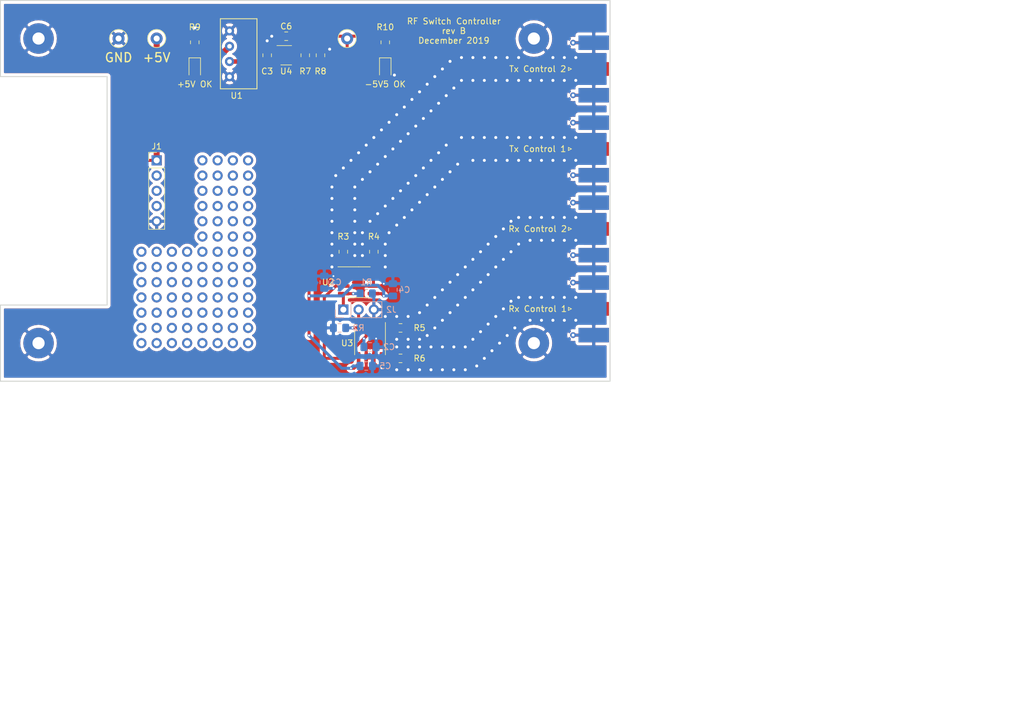
<source format=kicad_pcb>
(kicad_pcb (version 20171130) (host pcbnew "(5.1.4-0-10_14)")

  (general
    (thickness 1.6)
    (drawings 21)
    (tracks 324)
    (zones 0)
    (modules 115)
    (nets 21)
  )

  (page A4)
  (layers
    (0 F.Cu signal)
    (31 B.Cu signal)
    (32 B.Adhes user)
    (33 F.Adhes user)
    (34 B.Paste user)
    (35 F.Paste user)
    (36 B.SilkS user)
    (37 F.SilkS user)
    (38 B.Mask user)
    (39 F.Mask user)
    (40 Dwgs.User user)
    (41 Cmts.User user)
    (42 Eco1.User user)
    (43 Eco2.User user)
    (44 Edge.Cuts user)
    (45 Margin user)
    (46 B.CrtYd user)
    (47 F.CrtYd user)
    (48 B.Fab user hide)
    (49 F.Fab user hide)
  )

  (setup
    (last_trace_width 0.5)
    (user_trace_width 0.2)
    (user_trace_width 0.35)
    (user_trace_width 0.5)
    (user_trace_width 0.75)
    (user_trace_width 1)
    (user_trace_width 1.5)
    (user_trace_width 2)
    (trace_clearance 0.2)
    (zone_clearance 0.508)
    (zone_45_only no)
    (trace_min 0.2)
    (via_size 0.8)
    (via_drill 0.4)
    (via_min_size 0.4)
    (via_min_drill 0.3)
    (user_via 0.4 0.3)
    (user_via 0.4 0.3)
    (user_via 0.5 0.3)
    (user_via 0.8 0.5)
    (user_via 1 0.7)
    (user_via 1.5 1)
    (uvia_size 0.3)
    (uvia_drill 0.1)
    (uvias_allowed no)
    (uvia_min_size 0.2)
    (uvia_min_drill 0.1)
    (edge_width 0.15)
    (segment_width 0.2)
    (pcb_text_width 0.3)
    (pcb_text_size 1.5 1.5)
    (mod_edge_width 0.15)
    (mod_text_size 1 1)
    (mod_text_width 0.15)
    (pad_size 5.08 5.08)
    (pad_drill 2.032)
    (pad_to_mask_clearance 0.051)
    (solder_mask_min_width 0.25)
    (aux_axis_origin 0 0)
    (visible_elements FFFFFF7F)
    (pcbplotparams
      (layerselection 0x010fc_ffffffff)
      (usegerberextensions false)
      (usegerberattributes false)
      (usegerberadvancedattributes false)
      (creategerberjobfile false)
      (excludeedgelayer true)
      (linewidth 0.100000)
      (plotframeref false)
      (viasonmask false)
      (mode 1)
      (useauxorigin false)
      (hpglpennumber 1)
      (hpglpenspeed 20)
      (hpglpendiameter 15.000000)
      (psnegative false)
      (psa4output false)
      (plotreference true)
      (plotvalue true)
      (plotinvisibletext false)
      (padsonsilk false)
      (subtractmaskfromsilk false)
      (outputformat 1)
      (mirror false)
      (drillshape 1)
      (scaleselection 1)
      (outputdirectory ""))
  )

  (net 0 "")
  (net 1 +5V)
  (net 2 "Net-(D1-Pad1)")
  (net 3 "Net-(D2-Pad1)")
  (net 4 GND)
  (net 5 -5V5)
  (net 6 "Net-(J3-Pad1)")
  (net 7 "Net-(J4-Pad1)")
  (net 8 "Net-(J5-Pad1)")
  (net 9 "Net-(C3-Pad1)")
  (net 10 "Net-(J1-Pad2)")
  (net 11 "Net-(J1-Pad3)")
  (net 12 "Net-(J1-Pad4)")
  (net 13 /Tx)
  (net 14 /Rx)
  (net 15 "Net-(R3-Pad2)")
  (net 16 "Net-(R4-Pad2)")
  (net 17 "Net-(R5-Pad2)")
  (net 18 "Net-(J6-Pad1)")
  (net 19 "Net-(R6-Pad2)")
  (net 20 "Net-(R7-Pad2)")

  (net_class Default "This is the default net class."
    (clearance 0.2)
    (trace_width 0.25)
    (via_dia 0.8)
    (via_drill 0.4)
    (uvia_dia 0.3)
    (uvia_drill 0.1)
    (add_net +5V)
    (add_net -5V5)
    (add_net /Rx)
    (add_net /Tx)
    (add_net GND)
    (add_net "Net-(C3-Pad1)")
    (add_net "Net-(D1-Pad1)")
    (add_net "Net-(D2-Pad1)")
    (add_net "Net-(J1-Pad2)")
    (add_net "Net-(J1-Pad3)")
    (add_net "Net-(J1-Pad4)")
    (add_net "Net-(J3-Pad1)")
    (add_net "Net-(J4-Pad1)")
    (add_net "Net-(J5-Pad1)")
    (add_net "Net-(J6-Pad1)")
    (add_net "Net-(R3-Pad2)")
    (add_net "Net-(R4-Pad2)")
    (add_net "Net-(R5-Pad2)")
    (add_net "Net-(R6-Pad2)")
    (add_net "Net-(R7-Pad2)")
  )

  (module RF_Switch_Controller:Hole (layer F.Cu) (tedit 5D2355F3) (tstamp 5DFA986F)
    (at 134.62 111.76)
    (fp_text reference "" (at 0.508 4.064) (layer F.SilkS)
      (effects (font (size 1 1) (thickness 0.15)))
    )
    (fp_text value Hole (at 0.254 2.286) (layer F.Fab)
      (effects (font (size 1 1) (thickness 0.15)))
    )
    (pad "" thru_hole oval (at 0 0 270) (size 1.7 1.7) (drill 1) (layers *.Cu *.Mask))
  )

  (module RF_Switch_Controller:Hole (layer F.Cu) (tedit 5D2355F3) (tstamp 5DFA986B)
    (at 139.7 111.76)
    (fp_text reference "" (at 0.508 4.064) (layer F.SilkS)
      (effects (font (size 1 1) (thickness 0.15)))
    )
    (fp_text value Hole (at 0.254 2.286) (layer F.Fab)
      (effects (font (size 1 1) (thickness 0.15)))
    )
    (pad "" thru_hole oval (at 0 0 270) (size 1.7 1.7) (drill 1) (layers *.Cu *.Mask))
  )

  (module RF_Switch_Controller:Hole (layer F.Cu) (tedit 5D2355F3) (tstamp 5DFA9867)
    (at 142.24 111.76)
    (fp_text reference "" (at 0.508 4.064) (layer F.SilkS)
      (effects (font (size 1 1) (thickness 0.15)))
    )
    (fp_text value Hole (at 0.254 2.286) (layer F.Fab)
      (effects (font (size 1 1) (thickness 0.15)))
    )
    (pad "" thru_hole oval (at 0 0 270) (size 1.7 1.7) (drill 1) (layers *.Cu *.Mask))
  )

  (module RF_Switch_Controller:Hole (layer F.Cu) (tedit 5D2355F3) (tstamp 5DFA9863)
    (at 137.16 111.76)
    (fp_text reference "" (at 0.508 4.064) (layer F.SilkS)
      (effects (font (size 1 1) (thickness 0.15)))
    )
    (fp_text value Hole (at 0.254 2.286) (layer F.Fab)
      (effects (font (size 1 1) (thickness 0.15)))
    )
    (pad "" thru_hole oval (at 0 0 270) (size 1.7 1.7) (drill 1) (layers *.Cu *.Mask))
  )

  (module RF_Switch_Controller:Hole (layer F.Cu) (tedit 5D2355F3) (tstamp 5DFA985F)
    (at 137.16 109.22)
    (fp_text reference "" (at 0.508 4.064) (layer F.SilkS)
      (effects (font (size 1 1) (thickness 0.15)))
    )
    (fp_text value Hole (at 0.254 2.286) (layer F.Fab)
      (effects (font (size 1 1) (thickness 0.15)))
    )
    (pad "" thru_hole oval (at 0 0 270) (size 1.7 1.7) (drill 1) (layers *.Cu *.Mask))
  )

  (module RF_Switch_Controller:Hole (layer F.Cu) (tedit 5D2355F3) (tstamp 5DFA985B)
    (at 142.24 109.22)
    (fp_text reference "" (at 0.508 4.064) (layer F.SilkS)
      (effects (font (size 1 1) (thickness 0.15)))
    )
    (fp_text value Hole (at 0.254 2.286) (layer F.Fab)
      (effects (font (size 1 1) (thickness 0.15)))
    )
    (pad "" thru_hole oval (at 0 0 270) (size 1.7 1.7) (drill 1) (layers *.Cu *.Mask))
  )

  (module RF_Switch_Controller:Hole (layer F.Cu) (tedit 5D2355F3) (tstamp 5DFA9857)
    (at 139.7 109.22)
    (fp_text reference "" (at 0.508 4.064) (layer F.SilkS)
      (effects (font (size 1 1) (thickness 0.15)))
    )
    (fp_text value Hole (at 0.254 2.286) (layer F.Fab)
      (effects (font (size 1 1) (thickness 0.15)))
    )
    (pad "" thru_hole oval (at 0 0 270) (size 1.7 1.7) (drill 1) (layers *.Cu *.Mask))
  )

  (module RF_Switch_Controller:Hole (layer F.Cu) (tedit 5D2355F3) (tstamp 5DFA9853)
    (at 134.62 109.22)
    (fp_text reference "" (at 0.508 4.064) (layer F.SilkS)
      (effects (font (size 1 1) (thickness 0.15)))
    )
    (fp_text value Hole (at 0.254 2.286) (layer F.Fab)
      (effects (font (size 1 1) (thickness 0.15)))
    )
    (pad "" thru_hole oval (at 0 0 270) (size 1.7 1.7) (drill 1) (layers *.Cu *.Mask))
  )

  (module RF_Switch_Controller:Hole (layer F.Cu) (tedit 5D2355F3) (tstamp 5DFA984F)
    (at 134.62 114.3)
    (fp_text reference "" (at 0.508 4.064) (layer F.SilkS)
      (effects (font (size 1 1) (thickness 0.15)))
    )
    (fp_text value Hole (at 0.254 2.286) (layer F.Fab)
      (effects (font (size 1 1) (thickness 0.15)))
    )
    (pad "" thru_hole oval (at 0 0 270) (size 1.7 1.7) (drill 1) (layers *.Cu *.Mask))
  )

  (module RF_Switch_Controller:Hole (layer F.Cu) (tedit 5D2355F3) (tstamp 5DFA984B)
    (at 134.62 101.6)
    (fp_text reference "" (at 0.508 4.064) (layer F.SilkS)
      (effects (font (size 1 1) (thickness 0.15)))
    )
    (fp_text value Hole (at 0.254 2.286) (layer F.Fab)
      (effects (font (size 1 1) (thickness 0.15)))
    )
    (pad "" thru_hole oval (at 0 0 270) (size 1.7 1.7) (drill 1) (layers *.Cu *.Mask))
  )

  (module RF_Switch_Controller:Hole (layer F.Cu) (tedit 5D2355F3) (tstamp 5DFA9847)
    (at 139.7 101.6)
    (fp_text reference "" (at 0.508 4.064) (layer F.SilkS)
      (effects (font (size 1 1) (thickness 0.15)))
    )
    (fp_text value Hole (at 0.254 2.286) (layer F.Fab)
      (effects (font (size 1 1) (thickness 0.15)))
    )
    (pad "" thru_hole oval (at 0 0 270) (size 1.7 1.7) (drill 1) (layers *.Cu *.Mask))
  )

  (module RF_Switch_Controller:Hole (layer F.Cu) (tedit 5D2355F3) (tstamp 5DFA983F)
    (at 137.16 106.68)
    (fp_text reference "" (at 0.508 4.064) (layer F.SilkS)
      (effects (font (size 1 1) (thickness 0.15)))
    )
    (fp_text value Hole (at 0.254 2.286) (layer F.Fab)
      (effects (font (size 1 1) (thickness 0.15)))
    )
    (pad "" thru_hole oval (at 0 0 270) (size 1.7 1.7) (drill 1) (layers *.Cu *.Mask))
  )

  (module RF_Switch_Controller:Hole (layer F.Cu) (tedit 5D2355F3) (tstamp 5DFA9833)
    (at 139.7 114.3)
    (fp_text reference "" (at 0.508 4.064) (layer F.SilkS)
      (effects (font (size 1 1) (thickness 0.15)))
    )
    (fp_text value Hole (at 0.254 2.286) (layer F.Fab)
      (effects (font (size 1 1) (thickness 0.15)))
    )
    (pad "" thru_hole oval (at 0 0 270) (size 1.7 1.7) (drill 1) (layers *.Cu *.Mask))
  )

  (module RF_Switch_Controller:Hole (layer F.Cu) (tedit 5D2355F3) (tstamp 5DFA982F)
    (at 142.24 114.3)
    (fp_text reference "" (at 0.508 4.064) (layer F.SilkS)
      (effects (font (size 1 1) (thickness 0.15)))
    )
    (fp_text value Hole (at 0.254 2.286) (layer F.Fab)
      (effects (font (size 1 1) (thickness 0.15)))
    )
    (pad "" thru_hole oval (at 0 0 270) (size 1.7 1.7) (drill 1) (layers *.Cu *.Mask))
  )

  (module RF_Switch_Controller:Hole (layer F.Cu) (tedit 5D2355F3) (tstamp 5DFA9827)
    (at 137.16 114.3)
    (fp_text reference "" (at 0.508 4.064) (layer F.SilkS)
      (effects (font (size 1 1) (thickness 0.15)))
    )
    (fp_text value Hole (at 0.254 2.286) (layer F.Fab)
      (effects (font (size 1 1) (thickness 0.15)))
    )
    (pad "" thru_hole oval (at 0 0 270) (size 1.7 1.7) (drill 1) (layers *.Cu *.Mask))
  )

  (module RF_Switch_Controller:Hole (layer F.Cu) (tedit 5D2355F3) (tstamp 5DFA9823)
    (at 137.16 101.6)
    (fp_text reference "" (at 0.508 4.064) (layer F.SilkS)
      (effects (font (size 1 1) (thickness 0.15)))
    )
    (fp_text value Hole (at 0.254 2.286) (layer F.Fab)
      (effects (font (size 1 1) (thickness 0.15)))
    )
    (pad "" thru_hole oval (at 0 0 270) (size 1.7 1.7) (drill 1) (layers *.Cu *.Mask))
  )

  (module RF_Switch_Controller:Hole (layer F.Cu) (tedit 5D2355F3) (tstamp 5DFA981F)
    (at 142.24 101.6)
    (fp_text reference "" (at 0.508 4.064) (layer F.SilkS)
      (effects (font (size 1 1) (thickness 0.15)))
    )
    (fp_text value Hole (at 0.254 2.286) (layer F.Fab)
      (effects (font (size 1 1) (thickness 0.15)))
    )
    (pad "" thru_hole oval (at 0 0 270) (size 1.7 1.7) (drill 1) (layers *.Cu *.Mask))
  )

  (module RF_Switch_Controller:Hole (layer F.Cu) (tedit 5D2355F3) (tstamp 5DFA981B)
    (at 142.24 106.68)
    (fp_text reference "" (at 0.508 4.064) (layer F.SilkS)
      (effects (font (size 1 1) (thickness 0.15)))
    )
    (fp_text value Hole (at 0.254 2.286) (layer F.Fab)
      (effects (font (size 1 1) (thickness 0.15)))
    )
    (pad "" thru_hole oval (at 0 0 270) (size 1.7 1.7) (drill 1) (layers *.Cu *.Mask))
  )

  (module RF_Switch_Controller:Hole (layer F.Cu) (tedit 5D2355F3) (tstamp 5DFA9817)
    (at 134.62 106.68)
    (fp_text reference "" (at 0.508 4.064) (layer F.SilkS)
      (effects (font (size 1 1) (thickness 0.15)))
    )
    (fp_text value Hole (at 0.254 2.286) (layer F.Fab)
      (effects (font (size 1 1) (thickness 0.15)))
    )
    (pad "" thru_hole oval (at 0 0 270) (size 1.7 1.7) (drill 1) (layers *.Cu *.Mask))
  )

  (module RF_Switch_Controller:Hole (layer F.Cu) (tedit 5D2355F3) (tstamp 5DFA9813)
    (at 139.7 106.68)
    (fp_text reference "" (at 0.508 4.064) (layer F.SilkS)
      (effects (font (size 1 1) (thickness 0.15)))
    )
    (fp_text value Hole (at 0.254 2.286) (layer F.Fab)
      (effects (font (size 1 1) (thickness 0.15)))
    )
    (pad "" thru_hole oval (at 0 0 270) (size 1.7 1.7) (drill 1) (layers *.Cu *.Mask))
  )

  (module RF_Switch_Controller:Hole (layer F.Cu) (tedit 5D2355F3) (tstamp 5DFA980F)
    (at 137.16 104.14)
    (fp_text reference "" (at 0.508 4.064) (layer F.SilkS)
      (effects (font (size 1 1) (thickness 0.15)))
    )
    (fp_text value Hole (at 0.254 2.286) (layer F.Fab)
      (effects (font (size 1 1) (thickness 0.15)))
    )
    (pad "" thru_hole oval (at 0 0 270) (size 1.7 1.7) (drill 1) (layers *.Cu *.Mask))
  )

  (module RF_Switch_Controller:Hole (layer F.Cu) (tedit 5D2355F3) (tstamp 5DFA980B)
    (at 142.24 104.14)
    (fp_text reference "" (at 0.508 4.064) (layer F.SilkS)
      (effects (font (size 1 1) (thickness 0.15)))
    )
    (fp_text value Hole (at 0.254 2.286) (layer F.Fab)
      (effects (font (size 1 1) (thickness 0.15)))
    )
    (pad "" thru_hole oval (at 0 0 270) (size 1.7 1.7) (drill 1) (layers *.Cu *.Mask))
  )

  (module RF_Switch_Controller:Hole (layer F.Cu) (tedit 5D2355F3) (tstamp 5DFA9807)
    (at 139.7 104.14)
    (fp_text reference "" (at 0.508 4.064) (layer F.SilkS)
      (effects (font (size 1 1) (thickness 0.15)))
    )
    (fp_text value Hole (at 0.254 2.286) (layer F.Fab)
      (effects (font (size 1 1) (thickness 0.15)))
    )
    (pad "" thru_hole oval (at 0 0 270) (size 1.7 1.7) (drill 1) (layers *.Cu *.Mask))
  )

  (module RF_Switch_Controller:Hole (layer F.Cu) (tedit 5D2355F3) (tstamp 5DFA9803)
    (at 134.62 104.14)
    (fp_text reference "" (at 0.508 4.064) (layer F.SilkS)
      (effects (font (size 1 1) (thickness 0.15)))
    )
    (fp_text value Hole (at 0.254 2.286) (layer F.Fab)
      (effects (font (size 1 1) (thickness 0.15)))
    )
    (pad "" thru_hole oval (at 0 0 270) (size 1.7 1.7) (drill 1) (layers *.Cu *.Mask))
  )

  (module RF_Switch_Controller:Hole (layer F.Cu) (tedit 5D2355F3) (tstamp 5DFA97BD)
    (at 132.08 119.38)
    (fp_text reference "" (at 0.508 4.064) (layer F.SilkS)
      (effects (font (size 1 1) (thickness 0.15)))
    )
    (fp_text value Hole (at 0.254 2.286) (layer F.Fab)
      (effects (font (size 1 1) (thickness 0.15)))
    )
    (pad "" thru_hole oval (at 0 0 270) (size 1.7 1.7) (drill 1) (layers *.Cu *.Mask))
  )

  (module RF_Switch_Controller:Hole (layer F.Cu) (tedit 5D2355F3) (tstamp 5DFA97B9)
    (at 124.46 119.38)
    (fp_text reference "" (at 0.508 4.064) (layer F.SilkS)
      (effects (font (size 1 1) (thickness 0.15)))
    )
    (fp_text value Hole (at 0.254 2.286) (layer F.Fab)
      (effects (font (size 1 1) (thickness 0.15)))
    )
    (pad "" thru_hole oval (at 0 0 270) (size 1.7 1.7) (drill 1) (layers *.Cu *.Mask))
  )

  (module RF_Switch_Controller:Hole (layer F.Cu) (tedit 5D2355F3) (tstamp 5DFA97B5)
    (at 137.16 119.38)
    (fp_text reference "" (at 0.508 4.064) (layer F.SilkS)
      (effects (font (size 1 1) (thickness 0.15)))
    )
    (fp_text value Hole (at 0.254 2.286) (layer F.Fab)
      (effects (font (size 1 1) (thickness 0.15)))
    )
    (pad "" thru_hole oval (at 0 0 270) (size 1.7 1.7) (drill 1) (layers *.Cu *.Mask))
  )

  (module RF_Switch_Controller:Hole (layer F.Cu) (tedit 5D2355F3) (tstamp 5DFA97B1)
    (at 129.54 119.38)
    (fp_text reference "" (at 0.508 4.064) (layer F.SilkS)
      (effects (font (size 1 1) (thickness 0.15)))
    )
    (fp_text value Hole (at 0.254 2.286) (layer F.Fab)
      (effects (font (size 1 1) (thickness 0.15)))
    )
    (pad "" thru_hole oval (at 0 0 270) (size 1.7 1.7) (drill 1) (layers *.Cu *.Mask))
  )

  (module RF_Switch_Controller:Hole (layer F.Cu) (tedit 5D2355F3) (tstamp 5DFA97AD)
    (at 142.24 119.38)
    (fp_text reference "" (at 0.508 4.064) (layer F.SilkS)
      (effects (font (size 1 1) (thickness 0.15)))
    )
    (fp_text value Hole (at 0.254 2.286) (layer F.Fab)
      (effects (font (size 1 1) (thickness 0.15)))
    )
    (pad "" thru_hole oval (at 0 0 270) (size 1.7 1.7) (drill 1) (layers *.Cu *.Mask))
  )

  (module RF_Switch_Controller:Hole (layer F.Cu) (tedit 5D2355F3) (tstamp 5DFA97A9)
    (at 132.08 116.84)
    (fp_text reference "" (at 0.508 4.064) (layer F.SilkS)
      (effects (font (size 1 1) (thickness 0.15)))
    )
    (fp_text value Hole (at 0.254 2.286) (layer F.Fab)
      (effects (font (size 1 1) (thickness 0.15)))
    )
    (pad "" thru_hole oval (at 0 0 270) (size 1.7 1.7) (drill 1) (layers *.Cu *.Mask))
  )

  (module RF_Switch_Controller:Hole (layer F.Cu) (tedit 5D2355F3) (tstamp 5DFA97A5)
    (at 124.46 116.84)
    (fp_text reference "" (at 0.508 4.064) (layer F.SilkS)
      (effects (font (size 1 1) (thickness 0.15)))
    )
    (fp_text value Hole (at 0.254 2.286) (layer F.Fab)
      (effects (font (size 1 1) (thickness 0.15)))
    )
    (pad "" thru_hole oval (at 0 0 270) (size 1.7 1.7) (drill 1) (layers *.Cu *.Mask))
  )

  (module RF_Switch_Controller:Hole (layer F.Cu) (tedit 5D2355F3) (tstamp 5DFA97A1)
    (at 127 116.84)
    (fp_text reference "" (at 0.508 4.064) (layer F.SilkS)
      (effects (font (size 1 1) (thickness 0.15)))
    )
    (fp_text value Hole (at 0.254 2.286) (layer F.Fab)
      (effects (font (size 1 1) (thickness 0.15)))
    )
    (pad "" thru_hole oval (at 0 0 270) (size 1.7 1.7) (drill 1) (layers *.Cu *.Mask))
  )

  (module RF_Switch_Controller:Hole (layer F.Cu) (tedit 5D2355F3) (tstamp 5DFA979D)
    (at 127 119.38)
    (fp_text reference "" (at 0.508 4.064) (layer F.SilkS)
      (effects (font (size 1 1) (thickness 0.15)))
    )
    (fp_text value Hole (at 0.254 2.286) (layer F.Fab)
      (effects (font (size 1 1) (thickness 0.15)))
    )
    (pad "" thru_hole oval (at 0 0 270) (size 1.7 1.7) (drill 1) (layers *.Cu *.Mask))
  )

  (module RF_Switch_Controller:Hole (layer F.Cu) (tedit 5D2355F3) (tstamp 5DFA9799)
    (at 134.62 119.38)
    (fp_text reference "" (at 0.508 4.064) (layer F.SilkS)
      (effects (font (size 1 1) (thickness 0.15)))
    )
    (fp_text value Hole (at 0.254 2.286) (layer F.Fab)
      (effects (font (size 1 1) (thickness 0.15)))
    )
    (pad "" thru_hole oval (at 0 0 270) (size 1.7 1.7) (drill 1) (layers *.Cu *.Mask))
  )

  (module RF_Switch_Controller:Hole (layer F.Cu) (tedit 5D2355F3) (tstamp 5DFA9795)
    (at 139.7 119.38)
    (fp_text reference "" (at 0.508 4.064) (layer F.SilkS)
      (effects (font (size 1 1) (thickness 0.15)))
    )
    (fp_text value Hole (at 0.254 2.286) (layer F.Fab)
      (effects (font (size 1 1) (thickness 0.15)))
    )
    (pad "" thru_hole oval (at 0 0 270) (size 1.7 1.7) (drill 1) (layers *.Cu *.Mask))
  )

  (module RF_Switch_Controller:Hole (layer F.Cu) (tedit 5D2355F3) (tstamp 5DFA9791)
    (at 137.16 116.84)
    (fp_text reference "" (at 0.508 4.064) (layer F.SilkS)
      (effects (font (size 1 1) (thickness 0.15)))
    )
    (fp_text value Hole (at 0.254 2.286) (layer F.Fab)
      (effects (font (size 1 1) (thickness 0.15)))
    )
    (pad "" thru_hole oval (at 0 0 270) (size 1.7 1.7) (drill 1) (layers *.Cu *.Mask))
  )

  (module RF_Switch_Controller:Hole (layer F.Cu) (tedit 5D2355F3) (tstamp 5DFA978D)
    (at 142.24 116.84)
    (fp_text reference "" (at 0.508 4.064) (layer F.SilkS)
      (effects (font (size 1 1) (thickness 0.15)))
    )
    (fp_text value Hole (at 0.254 2.286) (layer F.Fab)
      (effects (font (size 1 1) (thickness 0.15)))
    )
    (pad "" thru_hole oval (at 0 0 270) (size 1.7 1.7) (drill 1) (layers *.Cu *.Mask))
  )

  (module RF_Switch_Controller:Hole (layer F.Cu) (tedit 5D2355F3) (tstamp 5DFA9789)
    (at 129.54 116.84)
    (fp_text reference "" (at 0.508 4.064) (layer F.SilkS)
      (effects (font (size 1 1) (thickness 0.15)))
    )
    (fp_text value Hole (at 0.254 2.286) (layer F.Fab)
      (effects (font (size 1 1) (thickness 0.15)))
    )
    (pad "" thru_hole oval (at 0 0 270) (size 1.7 1.7) (drill 1) (layers *.Cu *.Mask))
  )

  (module RF_Switch_Controller:Hole (layer F.Cu) (tedit 5D2355F3) (tstamp 5DFA9785)
    (at 139.7 116.84)
    (fp_text reference "" (at 0.508 4.064) (layer F.SilkS)
      (effects (font (size 1 1) (thickness 0.15)))
    )
    (fp_text value Hole (at 0.254 2.286) (layer F.Fab)
      (effects (font (size 1 1) (thickness 0.15)))
    )
    (pad "" thru_hole oval (at 0 0 270) (size 1.7 1.7) (drill 1) (layers *.Cu *.Mask))
  )

  (module RF_Switch_Controller:Hole (layer F.Cu) (tedit 5D2355F3) (tstamp 5DFA9781)
    (at 134.62 116.84)
    (fp_text reference "" (at 0.508 4.064) (layer F.SilkS)
      (effects (font (size 1 1) (thickness 0.15)))
    )
    (fp_text value Hole (at 0.254 2.286) (layer F.Fab)
      (effects (font (size 1 1) (thickness 0.15)))
    )
    (pad "" thru_hole oval (at 0 0 270) (size 1.7 1.7) (drill 1) (layers *.Cu *.Mask))
  )

  (module RF_Switch_Controller:Hole (layer F.Cu) (tedit 5D2355F3) (tstamp 5DFA975D)
    (at 132.08 127)
    (fp_text reference "" (at 0.508 4.064) (layer F.SilkS)
      (effects (font (size 1 1) (thickness 0.15)))
    )
    (fp_text value Hole (at 0.254 2.286) (layer F.Fab)
      (effects (font (size 1 1) (thickness 0.15)))
    )
    (pad "" thru_hole oval (at 0 0 270) (size 1.7 1.7) (drill 1) (layers *.Cu *.Mask))
  )

  (module RF_Switch_Controller:Hole (layer F.Cu) (tedit 5D2355F3) (tstamp 5DFA9759)
    (at 124.46 127)
    (fp_text reference "" (at 0.508 4.064) (layer F.SilkS)
      (effects (font (size 1 1) (thickness 0.15)))
    )
    (fp_text value Hole (at 0.254 2.286) (layer F.Fab)
      (effects (font (size 1 1) (thickness 0.15)))
    )
    (pad "" thru_hole oval (at 0 0 270) (size 1.7 1.7) (drill 1) (layers *.Cu *.Mask))
  )

  (module RF_Switch_Controller:Hole (layer F.Cu) (tedit 5D2355F3) (tstamp 5DFA9755)
    (at 127 127)
    (fp_text reference "" (at 0.508 4.064) (layer F.SilkS)
      (effects (font (size 1 1) (thickness 0.15)))
    )
    (fp_text value Hole (at 0.254 2.286) (layer F.Fab)
      (effects (font (size 1 1) (thickness 0.15)))
    )
    (pad "" thru_hole oval (at 0 0 270) (size 1.7 1.7) (drill 1) (layers *.Cu *.Mask))
  )

  (module RF_Switch_Controller:Hole (layer F.Cu) (tedit 5D2355F3) (tstamp 5DFA9751)
    (at 137.16 127)
    (fp_text reference "" (at 0.508 4.064) (layer F.SilkS)
      (effects (font (size 1 1) (thickness 0.15)))
    )
    (fp_text value Hole (at 0.254 2.286) (layer F.Fab)
      (effects (font (size 1 1) (thickness 0.15)))
    )
    (pad "" thru_hole oval (at 0 0 270) (size 1.7 1.7) (drill 1) (layers *.Cu *.Mask))
  )

  (module RF_Switch_Controller:Hole (layer F.Cu) (tedit 5D2355F3) (tstamp 5DFA974D)
    (at 142.24 127)
    (fp_text reference "" (at 0.508 4.064) (layer F.SilkS)
      (effects (font (size 1 1) (thickness 0.15)))
    )
    (fp_text value Hole (at 0.254 2.286) (layer F.Fab)
      (effects (font (size 1 1) (thickness 0.15)))
    )
    (pad "" thru_hole oval (at 0 0 270) (size 1.7 1.7) (drill 1) (layers *.Cu *.Mask))
  )

  (module RF_Switch_Controller:Hole (layer F.Cu) (tedit 5D2355F3) (tstamp 5DFA9749)
    (at 129.54 127)
    (fp_text reference "" (at 0.508 4.064) (layer F.SilkS)
      (effects (font (size 1 1) (thickness 0.15)))
    )
    (fp_text value Hole (at 0.254 2.286) (layer F.Fab)
      (effects (font (size 1 1) (thickness 0.15)))
    )
    (pad "" thru_hole oval (at 0 0 270) (size 1.7 1.7) (drill 1) (layers *.Cu *.Mask))
  )

  (module RF_Switch_Controller:Hole (layer F.Cu) (tedit 5D2355F3) (tstamp 5DFA9745)
    (at 139.7 127)
    (fp_text reference "" (at 0.508 4.064) (layer F.SilkS)
      (effects (font (size 1 1) (thickness 0.15)))
    )
    (fp_text value Hole (at 0.254 2.286) (layer F.Fab)
      (effects (font (size 1 1) (thickness 0.15)))
    )
    (pad "" thru_hole oval (at 0 0 270) (size 1.7 1.7) (drill 1) (layers *.Cu *.Mask))
  )

  (module RF_Switch_Controller:Hole (layer F.Cu) (tedit 5D2355F3) (tstamp 5DFA9741)
    (at 134.62 127)
    (fp_text reference "" (at 0.508 4.064) (layer F.SilkS)
      (effects (font (size 1 1) (thickness 0.15)))
    )
    (fp_text value Hole (at 0.254 2.286) (layer F.Fab)
      (effects (font (size 1 1) (thickness 0.15)))
    )
    (pad "" thru_hole oval (at 0 0 270) (size 1.7 1.7) (drill 1) (layers *.Cu *.Mask))
  )

  (module RF_Switch_Controller:Hole (layer F.Cu) (tedit 5D2355F3) (tstamp 5DFA96FD)
    (at 134.62 121.92)
    (fp_text reference "" (at 0.508 4.064) (layer F.SilkS)
      (effects (font (size 1 1) (thickness 0.15)))
    )
    (fp_text value Hole (at 0.254 2.286) (layer F.Fab)
      (effects (font (size 1 1) (thickness 0.15)))
    )
    (pad "" thru_hole oval (at 0 0 270) (size 1.7 1.7) (drill 1) (layers *.Cu *.Mask))
  )

  (module RF_Switch_Controller:Hole (layer F.Cu) (tedit 5D2355F3) (tstamp 5DFA96F9)
    (at 139.7 121.92)
    (fp_text reference "" (at 0.508 4.064) (layer F.SilkS)
      (effects (font (size 1 1) (thickness 0.15)))
    )
    (fp_text value Hole (at 0.254 2.286) (layer F.Fab)
      (effects (font (size 1 1) (thickness 0.15)))
    )
    (pad "" thru_hole oval (at 0 0 270) (size 1.7 1.7) (drill 1) (layers *.Cu *.Mask))
  )

  (module RF_Switch_Controller:Hole (layer F.Cu) (tedit 5D2355F3) (tstamp 5DFA96F5)
    (at 142.24 121.92)
    (fp_text reference "" (at 0.508 4.064) (layer F.SilkS)
      (effects (font (size 1 1) (thickness 0.15)))
    )
    (fp_text value Hole (at 0.254 2.286) (layer F.Fab)
      (effects (font (size 1 1) (thickness 0.15)))
    )
    (pad "" thru_hole oval (at 0 0 270) (size 1.7 1.7) (drill 1) (layers *.Cu *.Mask))
  )

  (module RF_Switch_Controller:Hole (layer F.Cu) (tedit 5D2355F3) (tstamp 5DFA96F1)
    (at 129.54 121.92)
    (fp_text reference "" (at 0.508 4.064) (layer F.SilkS)
      (effects (font (size 1 1) (thickness 0.15)))
    )
    (fp_text value Hole (at 0.254 2.286) (layer F.Fab)
      (effects (font (size 1 1) (thickness 0.15)))
    )
    (pad "" thru_hole oval (at 0 0 270) (size 1.7 1.7) (drill 1) (layers *.Cu *.Mask))
  )

  (module RF_Switch_Controller:Hole (layer F.Cu) (tedit 5D2355F3) (tstamp 5DFA96ED)
    (at 137.16 121.92)
    (fp_text reference "" (at 0.508 4.064) (layer F.SilkS)
      (effects (font (size 1 1) (thickness 0.15)))
    )
    (fp_text value Hole (at 0.254 2.286) (layer F.Fab)
      (effects (font (size 1 1) (thickness 0.15)))
    )
    (pad "" thru_hole oval (at 0 0 270) (size 1.7 1.7) (drill 1) (layers *.Cu *.Mask))
  )

  (module RF_Switch_Controller:Hole (layer F.Cu) (tedit 5D2355F3) (tstamp 5DFA96E9)
    (at 132.08 121.92)
    (fp_text reference "" (at 0.508 4.064) (layer F.SilkS)
      (effects (font (size 1 1) (thickness 0.15)))
    )
    (fp_text value Hole (at 0.254 2.286) (layer F.Fab)
      (effects (font (size 1 1) (thickness 0.15)))
    )
    (pad "" thru_hole oval (at 0 0 270) (size 1.7 1.7) (drill 1) (layers *.Cu *.Mask))
  )

  (module RF_Switch_Controller:Hole (layer F.Cu) (tedit 5D2355F3) (tstamp 5DFA96E5)
    (at 124.46 121.92)
    (fp_text reference "" (at 0.508 4.064) (layer F.SilkS)
      (effects (font (size 1 1) (thickness 0.15)))
    )
    (fp_text value Hole (at 0.254 2.286) (layer F.Fab)
      (effects (font (size 1 1) (thickness 0.15)))
    )
    (pad "" thru_hole oval (at 0 0 270) (size 1.7 1.7) (drill 1) (layers *.Cu *.Mask))
  )

  (module RF_Switch_Controller:Hole (layer F.Cu) (tedit 5D2355F3) (tstamp 5DFA96E1)
    (at 127 121.92)
    (fp_text reference "" (at 0.508 4.064) (layer F.SilkS)
      (effects (font (size 1 1) (thickness 0.15)))
    )
    (fp_text value Hole (at 0.254 2.286) (layer F.Fab)
      (effects (font (size 1 1) (thickness 0.15)))
    )
    (pad "" thru_hole oval (at 0 0 270) (size 1.7 1.7) (drill 1) (layers *.Cu *.Mask))
  )

  (module RF_Switch_Controller:Hole (layer F.Cu) (tedit 5D2355F3) (tstamp 5DFA96DD)
    (at 127 124.46)
    (fp_text reference "" (at 0.508 4.064) (layer F.SilkS)
      (effects (font (size 1 1) (thickness 0.15)))
    )
    (fp_text value Hole (at 0.254 2.286) (layer F.Fab)
      (effects (font (size 1 1) (thickness 0.15)))
    )
    (pad "" thru_hole oval (at 0 0 270) (size 1.7 1.7) (drill 1) (layers *.Cu *.Mask))
  )

  (module RF_Switch_Controller:Hole (layer F.Cu) (tedit 5D2355F3) (tstamp 5DFA96D9)
    (at 134.62 124.46)
    (fp_text reference "" (at 0.508 4.064) (layer F.SilkS)
      (effects (font (size 1 1) (thickness 0.15)))
    )
    (fp_text value Hole (at 0.254 2.286) (layer F.Fab)
      (effects (font (size 1 1) (thickness 0.15)))
    )
    (pad "" thru_hole oval (at 0 0 270) (size 1.7 1.7) (drill 1) (layers *.Cu *.Mask))
  )

  (module RF_Switch_Controller:Hole (layer F.Cu) (tedit 5D2355F3) (tstamp 5DFA96D5)
    (at 139.7 124.46)
    (fp_text reference "" (at 0.508 4.064) (layer F.SilkS)
      (effects (font (size 1 1) (thickness 0.15)))
    )
    (fp_text value Hole (at 0.254 2.286) (layer F.Fab)
      (effects (font (size 1 1) (thickness 0.15)))
    )
    (pad "" thru_hole oval (at 0 0 270) (size 1.7 1.7) (drill 1) (layers *.Cu *.Mask))
  )

  (module RF_Switch_Controller:Hole (layer F.Cu) (tedit 5D2355F3) (tstamp 5DFA96D1)
    (at 142.24 124.46)
    (fp_text reference "" (at 0.508 4.064) (layer F.SilkS)
      (effects (font (size 1 1) (thickness 0.15)))
    )
    (fp_text value Hole (at 0.254 2.286) (layer F.Fab)
      (effects (font (size 1 1) (thickness 0.15)))
    )
    (pad "" thru_hole oval (at 0 0 270) (size 1.7 1.7) (drill 1) (layers *.Cu *.Mask))
  )

  (module RF_Switch_Controller:Hole (layer F.Cu) (tedit 5D2355F3) (tstamp 5DFA96CD)
    (at 129.54 124.46)
    (fp_text reference "" (at 0.508 4.064) (layer F.SilkS)
      (effects (font (size 1 1) (thickness 0.15)))
    )
    (fp_text value Hole (at 0.254 2.286) (layer F.Fab)
      (effects (font (size 1 1) (thickness 0.15)))
    )
    (pad "" thru_hole oval (at 0 0 270) (size 1.7 1.7) (drill 1) (layers *.Cu *.Mask))
  )

  (module RF_Switch_Controller:Hole (layer F.Cu) (tedit 5D2355F3) (tstamp 5DFA96C9)
    (at 137.16 124.46)
    (fp_text reference "" (at 0.508 4.064) (layer F.SilkS)
      (effects (font (size 1 1) (thickness 0.15)))
    )
    (fp_text value Hole (at 0.254 2.286) (layer F.Fab)
      (effects (font (size 1 1) (thickness 0.15)))
    )
    (pad "" thru_hole oval (at 0 0 270) (size 1.7 1.7) (drill 1) (layers *.Cu *.Mask))
  )

  (module RF_Switch_Controller:Hole (layer F.Cu) (tedit 5D2355F3) (tstamp 5DFA96C5)
    (at 132.08 124.46)
    (fp_text reference "" (at 0.508 4.064) (layer F.SilkS)
      (effects (font (size 1 1) (thickness 0.15)))
    )
    (fp_text value Hole (at 0.254 2.286) (layer F.Fab)
      (effects (font (size 1 1) (thickness 0.15)))
    )
    (pad "" thru_hole oval (at 0 0 270) (size 1.7 1.7) (drill 1) (layers *.Cu *.Mask))
  )

  (module RF_Switch_Controller:Hole (layer F.Cu) (tedit 5D2355F3) (tstamp 5DFA96C1)
    (at 124.46 124.46)
    (fp_text reference "" (at 0.508 4.064) (layer F.SilkS)
      (effects (font (size 1 1) (thickness 0.15)))
    )
    (fp_text value Hole (at 0.254 2.286) (layer F.Fab)
      (effects (font (size 1 1) (thickness 0.15)))
    )
    (pad "" thru_hole oval (at 0 0 270) (size 1.7 1.7) (drill 1) (layers *.Cu *.Mask))
  )

  (module RF_Switch_Controller:Hole (layer F.Cu) (tedit 5D2355F3) (tstamp 5DFA967D)
    (at 127 129.54)
    (fp_text reference "" (at 0.508 4.064) (layer F.SilkS)
      (effects (font (size 1 1) (thickness 0.15)))
    )
    (fp_text value Hole (at 0.254 2.286) (layer F.Fab)
      (effects (font (size 1 1) (thickness 0.15)))
    )
    (pad "" thru_hole oval (at 0 0 270) (size 1.7 1.7) (drill 1) (layers *.Cu *.Mask))
  )

  (module RF_Switch_Controller:Hole (layer F.Cu) (tedit 5D2355F3) (tstamp 5DFA9679)
    (at 134.62 129.54)
    (fp_text reference "" (at 0.508 4.064) (layer F.SilkS)
      (effects (font (size 1 1) (thickness 0.15)))
    )
    (fp_text value Hole (at 0.254 2.286) (layer F.Fab)
      (effects (font (size 1 1) (thickness 0.15)))
    )
    (pad "" thru_hole oval (at 0 0 270) (size 1.7 1.7) (drill 1) (layers *.Cu *.Mask))
  )

  (module RF_Switch_Controller:Hole (layer F.Cu) (tedit 5D2355F3) (tstamp 5DFA9675)
    (at 139.7 129.54)
    (fp_text reference "" (at 0.508 4.064) (layer F.SilkS)
      (effects (font (size 1 1) (thickness 0.15)))
    )
    (fp_text value Hole (at 0.254 2.286) (layer F.Fab)
      (effects (font (size 1 1) (thickness 0.15)))
    )
    (pad "" thru_hole oval (at 0 0 270) (size 1.7 1.7) (drill 1) (layers *.Cu *.Mask))
  )

  (module RF_Switch_Controller:Hole (layer F.Cu) (tedit 5D2355F3) (tstamp 5DFA9671)
    (at 142.24 129.54)
    (fp_text reference "" (at 0.508 4.064) (layer F.SilkS)
      (effects (font (size 1 1) (thickness 0.15)))
    )
    (fp_text value Hole (at 0.254 2.286) (layer F.Fab)
      (effects (font (size 1 1) (thickness 0.15)))
    )
    (pad "" thru_hole oval (at 0 0 270) (size 1.7 1.7) (drill 1) (layers *.Cu *.Mask))
  )

  (module RF_Switch_Controller:Hole (layer F.Cu) (tedit 5D2355F3) (tstamp 5DFA966D)
    (at 129.54 129.54)
    (fp_text reference "" (at 0.508 4.064) (layer F.SilkS)
      (effects (font (size 1 1) (thickness 0.15)))
    )
    (fp_text value Hole (at 0.254 2.286) (layer F.Fab)
      (effects (font (size 1 1) (thickness 0.15)))
    )
    (pad "" thru_hole oval (at 0 0 270) (size 1.7 1.7) (drill 1) (layers *.Cu *.Mask))
  )

  (module RF_Switch_Controller:Hole (layer F.Cu) (tedit 5D2355F3) (tstamp 5DFA9669)
    (at 137.16 129.54)
    (fp_text reference "" (at 0.508 4.064) (layer F.SilkS)
      (effects (font (size 1 1) (thickness 0.15)))
    )
    (fp_text value Hole (at 0.254 2.286) (layer F.Fab)
      (effects (font (size 1 1) (thickness 0.15)))
    )
    (pad "" thru_hole oval (at 0 0 270) (size 1.7 1.7) (drill 1) (layers *.Cu *.Mask))
  )

  (module RF_Switch_Controller:Hole (layer F.Cu) (tedit 5D2355F3) (tstamp 5DFA9665)
    (at 132.08 129.54)
    (fp_text reference "" (at 0.508 4.064) (layer F.SilkS)
      (effects (font (size 1 1) (thickness 0.15)))
    )
    (fp_text value Hole (at 0.254 2.286) (layer F.Fab)
      (effects (font (size 1 1) (thickness 0.15)))
    )
    (pad "" thru_hole oval (at 0 0 270) (size 1.7 1.7) (drill 1) (layers *.Cu *.Mask))
  )

  (module RF_Switch_Controller:Hole (layer F.Cu) (tedit 5D2355F3) (tstamp 5DFA9661)
    (at 124.46 129.54)
    (fp_text reference "" (at 0.508 4.064) (layer F.SilkS)
      (effects (font (size 1 1) (thickness 0.15)))
    )
    (fp_text value Hole (at 0.254 2.286) (layer F.Fab)
      (effects (font (size 1 1) (thickness 0.15)))
    )
    (pad "" thru_hole oval (at 0 0 270) (size 1.7 1.7) (drill 1) (layers *.Cu *.Mask))
  )

  (module RF_Switch_Controller:Hole (layer F.Cu) (tedit 5D2355F3) (tstamp 5DFA964D)
    (at 137.16 132.08)
    (fp_text reference "" (at 0.508 4.064) (layer F.SilkS)
      (effects (font (size 1 1) (thickness 0.15)))
    )
    (fp_text value Hole (at 0.254 2.286) (layer F.Fab)
      (effects (font (size 1 1) (thickness 0.15)))
    )
    (pad "" thru_hole oval (at 0 0 270) (size 1.7 1.7) (drill 1) (layers *.Cu *.Mask))
  )

  (module RF_Switch_Controller:Hole (layer F.Cu) (tedit 5D2355F3) (tstamp 5DFA9649)
    (at 139.7 132.08)
    (fp_text reference "" (at 0.508 4.064) (layer F.SilkS)
      (effects (font (size 1 1) (thickness 0.15)))
    )
    (fp_text value Hole (at 0.254 2.286) (layer F.Fab)
      (effects (font (size 1 1) (thickness 0.15)))
    )
    (pad "" thru_hole oval (at 0 0 270) (size 1.7 1.7) (drill 1) (layers *.Cu *.Mask))
  )

  (module RF_Switch_Controller:Hole (layer F.Cu) (tedit 5D2355F3) (tstamp 5DFA9645)
    (at 142.24 132.08)
    (fp_text reference "" (at 0.508 4.064) (layer F.SilkS)
      (effects (font (size 1 1) (thickness 0.15)))
    )
    (fp_text value Hole (at 0.254 2.286) (layer F.Fab)
      (effects (font (size 1 1) (thickness 0.15)))
    )
    (pad "" thru_hole oval (at 0 0 270) (size 1.7 1.7) (drill 1) (layers *.Cu *.Mask))
  )

  (module RF_Switch_Controller:Hole (layer F.Cu) (tedit 5D2355F3) (tstamp 5DFA9641)
    (at 134.62 132.08)
    (fp_text reference "" (at 0.508 4.064) (layer F.SilkS)
      (effects (font (size 1 1) (thickness 0.15)))
    )
    (fp_text value Hole (at 0.254 2.286) (layer F.Fab)
      (effects (font (size 1 1) (thickness 0.15)))
    )
    (pad "" thru_hole oval (at 0 0 270) (size 1.7 1.7) (drill 1) (layers *.Cu *.Mask))
  )

  (module RF_Switch_Controller:Hole (layer F.Cu) (tedit 5D2355F3) (tstamp 5DFA9635)
    (at 132.08 132.08)
    (fp_text reference "" (at 0.508 4.064) (layer F.SilkS)
      (effects (font (size 1 1) (thickness 0.15)))
    )
    (fp_text value Hole (at 0.254 2.286) (layer F.Fab)
      (effects (font (size 1 1) (thickness 0.15)))
    )
    (pad "" thru_hole oval (at 0 0 270) (size 1.7 1.7) (drill 1) (layers *.Cu *.Mask))
  )

  (module RF_Switch_Controller:Hole (layer F.Cu) (tedit 5D2355F3) (tstamp 5DFA9631)
    (at 129.54 132.08)
    (fp_text reference "" (at 0.508 4.064) (layer F.SilkS)
      (effects (font (size 1 1) (thickness 0.15)))
    )
    (fp_text value Hole (at 0.254 2.286) (layer F.Fab)
      (effects (font (size 1 1) (thickness 0.15)))
    )
    (pad "" thru_hole oval (at 0 0 270) (size 1.7 1.7) (drill 1) (layers *.Cu *.Mask))
  )

  (module RF_Switch_Controller:Hole (layer F.Cu) (tedit 5D2355F3) (tstamp 5DFA961F)
    (at 127 132.08)
    (fp_text reference "" (at 0.508 4.064) (layer F.SilkS)
      (effects (font (size 1 1) (thickness 0.15)))
    )
    (fp_text value Hole (at 0.254 2.286) (layer F.Fab)
      (effects (font (size 1 1) (thickness 0.15)))
    )
    (pad "" thru_hole oval (at 0 0 270) (size 1.7 1.7) (drill 1) (layers *.Cu *.Mask))
  )

  (module RF_Switch_Controller:Hole (layer F.Cu) (tedit 5D2355F3) (tstamp 5DFA9617)
    (at 124.46 132.08)
    (fp_text reference "" (at 0.508 4.064) (layer F.SilkS)
      (effects (font (size 1 1) (thickness 0.15)))
    )
    (fp_text value Hole (at 0.254 2.286) (layer F.Fab)
      (effects (font (size 1 1) (thickness 0.15)))
    )
    (pad "" thru_hole oval (at 0 0 270) (size 1.7 1.7) (drill 1) (layers *.Cu *.Mask))
  )

  (module RF_Switch_Controller:PinSocket_1x03_P2.54mm (layer B.Cu) (tedit 5DB388B6) (tstamp 5D3C162B)
    (at 158.115 126.492 270)
    (path /5D237055)
    (fp_text reference J2 (at 0 -8.001) (layer B.SilkS)
      (effects (font (size 1 1) (thickness 0.15)) (justify mirror))
    )
    (fp_text value Interboard_Conn (at 0 -7.85 270) (layer B.Fab)
      (effects (font (size 1 1) (thickness 0.15)) (justify mirror))
    )
    (fp_line (start -1.27 1.27) (end 0.635 1.27) (layer B.Fab) (width 0.1))
    (fp_line (start 0.635 1.27) (end 1.27 0.635) (layer B.Fab) (width 0.1))
    (fp_line (start 1.27 0.635) (end 1.27 -6.35) (layer B.Fab) (width 0.1))
    (fp_line (start 1.27 -6.35) (end -1.27 -6.35) (layer B.Fab) (width 0.1))
    (fp_line (start -1.27 -6.35) (end -1.27 1.27) (layer B.Fab) (width 0.1))
    (fp_line (start -1.33 -1.27) (end 1.33 -1.27) (layer B.SilkS) (width 0.12))
    (fp_line (start -1.33 -1.27) (end -1.33 -6.41) (layer B.SilkS) (width 0.12))
    (fp_line (start -1.33 -6.41) (end 1.33 -6.41) (layer B.SilkS) (width 0.12))
    (fp_line (start 1.33 -1.27) (end 1.33 -6.41) (layer B.SilkS) (width 0.12))
    (fp_line (start 1.33 1.33) (end 1.33 0) (layer B.SilkS) (width 0.12))
    (fp_line (start 0 1.33) (end 1.33 1.33) (layer B.SilkS) (width 0.12))
    (fp_line (start -1.8 1.8) (end 1.75 1.8) (layer B.CrtYd) (width 0.05))
    (fp_line (start 1.75 1.8) (end 1.75 -6.85) (layer B.CrtYd) (width 0.05))
    (fp_line (start 1.75 -6.85) (end -1.8 -6.85) (layer B.CrtYd) (width 0.05))
    (fp_line (start -1.8 -6.85) (end -1.8 1.8) (layer B.CrtYd) (width 0.05))
    (fp_text user %R (at 0 -2.54 180) (layer B.Fab)
      (effects (font (size 1 1) (thickness 0.15)) (justify mirror))
    )
    (pad 1 thru_hole rect (at 0 0 270) (size 1.7 1.7) (drill 1) (layers *.Cu *.Mask)
      (net 13 /Tx))
    (pad 2 thru_hole oval (at 0 -2.54 270) (size 1.7 1.7) (drill 1) (layers *.Cu *.Mask)
      (net 14 /Rx))
    (pad 3 thru_hole oval (at 0 -5.08 270) (size 1.7 1.7) (drill 1) (layers *.Cu *.Mask)
      (net 4 GND))
    (model ${KISYS3DMOD}/Connector_PinSocket_2.54mm.3dshapes/PinSocket_1x03_P2.54mm_Vertical.wrl
      (at (xyz 0 0 0))
      (scale (xyz 1 1 1))
      (rotate (xyz 0 0 0))
    )
  )

  (module RF_Switch_Controller:LED_0805_HandSolder (layer F.Cu) (tedit 5DB48FBE) (tstamp 5DFA7E25)
    (at 133.35 86.36 270)
    (path /5D266AD8)
    (attr smd)
    (fp_text reference D1 (at 2.54 0) (layer F.SilkS) hide
      (effects (font (size 1 1) (thickness 0.15)))
    )
    (fp_text value Amber (at 0 1.65 270) (layer F.Fab)
      (effects (font (size 1 1) (thickness 0.15)))
    )
    (fp_line (start 1 -0.6) (end -0.7 -0.6) (layer F.Fab) (width 0.1))
    (fp_line (start -0.7 -0.6) (end -1 -0.3) (layer F.Fab) (width 0.1))
    (fp_line (start -1 -0.3) (end -1 0.6) (layer F.Fab) (width 0.1))
    (fp_line (start -1 0.6) (end 1 0.6) (layer F.Fab) (width 0.1))
    (fp_line (start 1 0.6) (end 1 -0.6) (layer F.Fab) (width 0.1))
    (fp_line (start 1 -0.96) (end -1.86 -0.96) (layer F.SilkS) (width 0.12))
    (fp_line (start -1.86 -0.96) (end -1.86 0.96) (layer F.SilkS) (width 0.12))
    (fp_line (start -1.86 0.96) (end 1 0.96) (layer F.SilkS) (width 0.12))
    (fp_line (start -1.85 0.95) (end -1.85 -0.95) (layer F.CrtYd) (width 0.05))
    (fp_line (start -1.85 -0.95) (end 1.85 -0.95) (layer F.CrtYd) (width 0.05))
    (fp_line (start 1.85 -0.95) (end 1.85 0.95) (layer F.CrtYd) (width 0.05))
    (fp_line (start 1.85 0.95) (end -1.85 0.95) (layer F.CrtYd) (width 0.05))
    (fp_text user %R (at 0 0 270) (layer F.Fab)
      (effects (font (size 0.5 0.5) (thickness 0.08)))
    )
    (pad 1 smd roundrect (at -1.025 0 270) (size 1.15 1.4) (layers F.Cu F.Paste F.Mask) (roundrect_rratio 0.217391)
      (net 2 "Net-(D1-Pad1)"))
    (pad 2 smd roundrect (at 1.025 0 270) (size 1.15 1.4) (layers F.Cu F.Paste F.Mask) (roundrect_rratio 0.217391)
      (net 1 +5V))
    (model ${KISYS3DMOD}/LED_SMD.3dshapes/LED_0805_2012Metric.wrl
      (at (xyz 0 0 0))
      (scale (xyz 1 1 1))
      (rotate (xyz 0 0 0))
    )
  )

  (module RF_Switch_Controller:MountingHole_80mil (layer F.Cu) (tedit 5DB48F90) (tstamp 5D3B9C8A)
    (at 107.315 81.28)
    (path /5D290974)
    (attr virtual)
    (fp_text reference H1 (at 3.937 0) (layer F.SilkS) hide
      (effects (font (size 1 1) (thickness 0.15)))
    )
    (fp_text value Mounting_Hole (at 0 3.5) (layer F.Fab)
      (effects (font (size 1 1) (thickness 0.15)))
    )
    (fp_circle (center 0 0) (end 2.75 0) (layer F.CrtYd) (width 0.05))
    (fp_circle (center 0 0) (end 2.5 0) (layer Cmts.User) (width 0.15))
    (fp_text user %R (at 0.3 0) (layer F.Fab)
      (effects (font (size 1 1) (thickness 0.15)))
    )
    (pad 1 thru_hole circle (at 0 0) (size 5.08 5.08) (drill 2.032) (layers *.Cu *.Mask)
      (net 4 GND))
  )

  (module RF_Switch_Controller:MountingHole_80mil (layer F.Cu) (tedit 5DB4951A) (tstamp 5D3B3362)
    (at 107.315 132.08)
    (path /5D2911F1)
    (attr virtual)
    (fp_text reference H2 (at 3.937 0) (layer F.SilkS) hide
      (effects (font (size 1 1) (thickness 0.15)))
    )
    (fp_text value Mounting_Hole (at 0 3.5) (layer F.Fab)
      (effects (font (size 1 1) (thickness 0.15)))
    )
    (fp_circle (center 0 0) (end 2.75 0) (layer F.CrtYd) (width 0.05))
    (fp_circle (center 0 0) (end 2.5 0) (layer Cmts.User) (width 0.15))
    (fp_text user %R (at 0.3 0) (layer F.Fab)
      (effects (font (size 1 1) (thickness 0.15)))
    )
    (pad 1 thru_hole circle (at 0 0) (size 5.08 5.08) (drill 2.032) (layers *.Cu *.Mask)
      (net 4 GND))
  )

  (module RF_Switch_Controller:MountingHole_80mil (layer F.Cu) (tedit 5DB49016) (tstamp 5D3BA23E)
    (at 189.865 81.28)
    (path /5D2912AF)
    (attr virtual)
    (fp_text reference H3 (at 4.191 0) (layer F.SilkS) hide
      (effects (font (size 1 1) (thickness 0.15)))
    )
    (fp_text value Mounting_Hole (at 0 3.5) (layer F.Fab)
      (effects (font (size 1 1) (thickness 0.15)))
    )
    (fp_circle (center 0 0) (end 2.75 0) (layer F.CrtYd) (width 0.05))
    (fp_circle (center 0 0) (end 2.5 0) (layer Cmts.User) (width 0.15))
    (fp_text user %R (at 0.3 0) (layer F.Fab)
      (effects (font (size 1 1) (thickness 0.15)))
    )
    (pad 1 thru_hole circle (at 0 0) (size 5.08 5.08) (drill 2.032) (layers *.Cu *.Mask)
      (net 4 GND))
  )

  (module RF_Switch_Controller:MountingHole_80mil (layer F.Cu) (tedit 5DB4903F) (tstamp 5D3B3377)
    (at 189.865 132.08)
    (path /5D2913B1)
    (attr virtual)
    (fp_text reference H4 (at 4.191 0) (layer F.SilkS) hide
      (effects (font (size 1 1) (thickness 0.15)))
    )
    (fp_text value Mounting_Hole (at 0 3.5) (layer F.Fab)
      (effects (font (size 1 1) (thickness 0.15)))
    )
    (fp_text user %R (at 0.3 0) (layer F.Fab)
      (effects (font (size 1 1) (thickness 0.15)))
    )
    (fp_circle (center 0 0) (end 2.5 0) (layer Cmts.User) (width 0.15))
    (fp_circle (center 0 0) (end 2.75 0) (layer F.CrtYd) (width 0.05))
    (pad 1 thru_hole circle (at 0 0) (size 5.08 5.08) (drill 2.032) (layers *.Cu *.Mask)
      (net 4 GND))
  )

  (module RF_Switch_Controller:R_0805_HandSolder (layer F.Cu) (tedit 5D1E2DCA) (tstamp 5DFA7DF3)
    (at 151.765 84.074 270)
    (path /5DAFF5B3)
    (attr smd)
    (fp_text reference R7 (at 2.667 0 180) (layer F.SilkS)
      (effects (font (size 1 1) (thickness 0.15)))
    )
    (fp_text value 78.7k (at 0 1.65 270) (layer F.Fab)
      (effects (font (size 1 1) (thickness 0.15)))
    )
    (fp_line (start -1 0.6) (end -1 -0.6) (layer F.Fab) (width 0.1))
    (fp_line (start -1 -0.6) (end 1 -0.6) (layer F.Fab) (width 0.1))
    (fp_line (start 1 -0.6) (end 1 0.6) (layer F.Fab) (width 0.1))
    (fp_line (start 1 0.6) (end -1 0.6) (layer F.Fab) (width 0.1))
    (fp_line (start -0.261252 -0.71) (end 0.261252 -0.71) (layer F.SilkS) (width 0.12))
    (fp_line (start -0.261252 0.71) (end 0.261252 0.71) (layer F.SilkS) (width 0.12))
    (fp_line (start -1.85 0.95) (end -1.85 -0.95) (layer F.CrtYd) (width 0.05))
    (fp_line (start -1.85 -0.95) (end 1.85 -0.95) (layer F.CrtYd) (width 0.05))
    (fp_line (start 1.85 -0.95) (end 1.85 0.95) (layer F.CrtYd) (width 0.05))
    (fp_line (start 1.85 0.95) (end -1.85 0.95) (layer F.CrtYd) (width 0.05))
    (fp_text user %R (at 0 0 270) (layer F.Fab)
      (effects (font (size 0.5 0.5) (thickness 0.08)))
    )
    (pad 1 smd roundrect (at -1.025 0 270) (size 1.15 1.4) (layers F.Cu F.Paste F.Mask) (roundrect_rratio 0.217391)
      (net 5 -5V5))
    (pad 2 smd roundrect (at 1.025 0 270) (size 1.15 1.4) (layers F.Cu F.Paste F.Mask) (roundrect_rratio 0.217391)
      (net 20 "Net-(R7-Pad2)"))
    (model ${KISYS3DMOD}/Resistor_SMD.3dshapes/R_0805_2012Metric.wrl
      (at (xyz 0 0 0))
      (scale (xyz 1 1 1))
      (rotate (xyz 0 0 0))
    )
  )

  (module RF_Switch_Controller:TestPoint_1mm (layer F.Cu) (tedit 5DB48F95) (tstamp 5DFA7DCD)
    (at 127 81.28 270)
    (path /5D2097C3)
    (fp_text reference TP1 (at 0 2.5 90) (layer F.SilkS) hide
      (effects (font (size 1 1) (thickness 0.15)))
    )
    (fp_text value TestPoint (at 0 -2.8 90) (layer F.Fab)
      (effects (font (size 1 1) (thickness 0.15)))
    )
    (fp_text user %R (at 0.7 2.5 90) (layer F.Fab)
      (effects (font (size 1 1) (thickness 0.15)))
    )
    (fp_circle (center 0 0) (end 1.5 0) (layer F.SilkS) (width 0.12))
    (fp_circle (center 0 0) (end 1.8 0) (layer F.CrtYd) (width 0.05))
    (fp_line (start 1.3 -0.2) (end -1.3 -0.2) (layer F.Fab) (width 0.12))
    (fp_line (start 1.3 0.2) (end 1.3 -0.2) (layer F.Fab) (width 0.12))
    (fp_line (start -1.3 0.2) (end 1.3 0.2) (layer F.Fab) (width 0.12))
    (fp_line (start -1.3 -0.2) (end -1.3 0.2) (layer F.Fab) (width 0.12))
    (pad 1 thru_hole circle (at 0 0 270) (size 2 2) (drill 1) (layers *.Cu *.Mask)
      (net 1 +5V))
  )

  (module RF_Switch_Controller:TestPoint_1mm (layer F.Cu) (tedit 5DB48F98) (tstamp 5DFA7DAC)
    (at 120.65 81.28 270)
    (path /5D209C17)
    (fp_text reference TP2 (at 0 2.5 90) (layer F.SilkS) hide
      (effects (font (size 1 1) (thickness 0.15)))
    )
    (fp_text value TestPoint (at 0 -2.8 90) (layer F.Fab)
      (effects (font (size 1 1) (thickness 0.15)))
    )
    (fp_line (start -1.3 -0.2) (end -1.3 0.2) (layer F.Fab) (width 0.12))
    (fp_line (start -1.3 0.2) (end 1.3 0.2) (layer F.Fab) (width 0.12))
    (fp_line (start 1.3 0.2) (end 1.3 -0.2) (layer F.Fab) (width 0.12))
    (fp_line (start 1.3 -0.2) (end -1.3 -0.2) (layer F.Fab) (width 0.12))
    (fp_circle (center 0 0) (end 1.8 0) (layer F.CrtYd) (width 0.05))
    (fp_circle (center 0 0) (end 1.5 0) (layer F.SilkS) (width 0.12))
    (fp_text user %R (at 0.7 2.5 90) (layer F.Fab)
      (effects (font (size 1 1) (thickness 0.15)))
    )
    (pad 1 thru_hole circle (at 0 0 270) (size 2 2) (drill 1) (layers *.Cu *.Mask)
      (net 4 GND))
  )

  (module RF_Switch_Controller:C_0805_HandSolder (layer F.Cu) (tedit 5D1E325B) (tstamp 5DFA7D81)
    (at 145.415 84.074 90)
    (path /5DAAE46B)
    (attr smd)
    (fp_text reference C3 (at -2.667 0 180) (layer F.SilkS)
      (effects (font (size 1 1) (thickness 0.15)))
    )
    (fp_text value 2.2uF (at 0 1.65 90) (layer F.Fab)
      (effects (font (size 1 1) (thickness 0.15)))
    )
    (fp_text user %R (at 0 0 90) (layer F.Fab)
      (effects (font (size 0.5 0.5) (thickness 0.08)))
    )
    (fp_line (start 1.85 0.95) (end -1.85 0.95) (layer F.CrtYd) (width 0.05))
    (fp_line (start 1.85 -0.95) (end 1.85 0.95) (layer F.CrtYd) (width 0.05))
    (fp_line (start -1.85 -0.95) (end 1.85 -0.95) (layer F.CrtYd) (width 0.05))
    (fp_line (start -1.85 0.95) (end -1.85 -0.95) (layer F.CrtYd) (width 0.05))
    (fp_line (start -0.261252 0.71) (end 0.261252 0.71) (layer F.SilkS) (width 0.12))
    (fp_line (start -0.261252 -0.71) (end 0.261252 -0.71) (layer F.SilkS) (width 0.12))
    (fp_line (start 1 0.6) (end -1 0.6) (layer F.Fab) (width 0.1))
    (fp_line (start 1 -0.6) (end 1 0.6) (layer F.Fab) (width 0.1))
    (fp_line (start -1 -0.6) (end 1 -0.6) (layer F.Fab) (width 0.1))
    (fp_line (start -1 0.6) (end -1 -0.6) (layer F.Fab) (width 0.1))
    (pad 2 smd roundrect (at 1.025 0 90) (size 1.15 1.4) (layers F.Cu F.Paste F.Mask) (roundrect_rratio 0.217391)
      (net 4 GND))
    (pad 1 smd roundrect (at -1.025 0 90) (size 1.15 1.4) (layers F.Cu F.Paste F.Mask) (roundrect_rratio 0.217391)
      (net 9 "Net-(C3-Pad1)"))
    (model ${KISYS3DMOD}/Capacitor_SMD.3dshapes/C_0805_2012Metric.wrl
      (at (xyz 0 0 0))
      (scale (xyz 1 1 1))
      (rotate (xyz 0 0 0))
    )
  )

  (module RF_Switch_Controller:C_0805_HandSolder (layer F.Cu) (tedit 5D1E325B) (tstamp 5DFA7D51)
    (at 148.59 80.899 180)
    (path /5DAF3C2C)
    (attr smd)
    (fp_text reference C6 (at 0 1.651 180) (layer F.SilkS)
      (effects (font (size 1 1) (thickness 0.15)))
    )
    (fp_text value 2.2uF (at 0 1.65 180) (layer F.Fab)
      (effects (font (size 1 1) (thickness 0.15)))
    )
    (fp_text user %R (at 0 0 180) (layer F.Fab)
      (effects (font (size 0.5 0.5) (thickness 0.08)))
    )
    (fp_line (start 1.85 0.95) (end -1.85 0.95) (layer F.CrtYd) (width 0.05))
    (fp_line (start 1.85 -0.95) (end 1.85 0.95) (layer F.CrtYd) (width 0.05))
    (fp_line (start -1.85 -0.95) (end 1.85 -0.95) (layer F.CrtYd) (width 0.05))
    (fp_line (start -1.85 0.95) (end -1.85 -0.95) (layer F.CrtYd) (width 0.05))
    (fp_line (start -0.261252 0.71) (end 0.261252 0.71) (layer F.SilkS) (width 0.12))
    (fp_line (start -0.261252 -0.71) (end 0.261252 -0.71) (layer F.SilkS) (width 0.12))
    (fp_line (start 1 0.6) (end -1 0.6) (layer F.Fab) (width 0.1))
    (fp_line (start 1 -0.6) (end 1 0.6) (layer F.Fab) (width 0.1))
    (fp_line (start -1 -0.6) (end 1 -0.6) (layer F.Fab) (width 0.1))
    (fp_line (start -1 0.6) (end -1 -0.6) (layer F.Fab) (width 0.1))
    (pad 2 smd roundrect (at 1.025 0 180) (size 1.15 1.4) (layers F.Cu F.Paste F.Mask) (roundrect_rratio 0.217391)
      (net 4 GND))
    (pad 1 smd roundrect (at -1.025 0 180) (size 1.15 1.4) (layers F.Cu F.Paste F.Mask) (roundrect_rratio 0.217391)
      (net 5 -5V5))
    (model ${KISYS3DMOD}/Capacitor_SMD.3dshapes/C_0805_2012Metric.wrl
      (at (xyz 0 0 0))
      (scale (xyz 1 1 1))
      (rotate (xyz 0 0 0))
    )
  )

  (module RF_Switch_Controller:LED_0805_HandSolder (layer F.Cu) (tedit 5DB4900E) (tstamp 5DFA7D1D)
    (at 165.1 86.36 270)
    (path /5D273366)
    (attr smd)
    (fp_text reference D2 (at 0 -1.65 270) (layer F.SilkS) hide
      (effects (font (size 1 1) (thickness 0.15)))
    )
    (fp_text value Amber (at 0 1.65 270) (layer F.Fab)
      (effects (font (size 1 1) (thickness 0.15)))
    )
    (fp_line (start 1 -0.6) (end -0.7 -0.6) (layer F.Fab) (width 0.1))
    (fp_line (start -0.7 -0.6) (end -1 -0.3) (layer F.Fab) (width 0.1))
    (fp_line (start -1 -0.3) (end -1 0.6) (layer F.Fab) (width 0.1))
    (fp_line (start -1 0.6) (end 1 0.6) (layer F.Fab) (width 0.1))
    (fp_line (start 1 0.6) (end 1 -0.6) (layer F.Fab) (width 0.1))
    (fp_line (start 1 -0.96) (end -1.86 -0.96) (layer F.SilkS) (width 0.12))
    (fp_line (start -1.86 -0.96) (end -1.86 0.96) (layer F.SilkS) (width 0.12))
    (fp_line (start -1.86 0.96) (end 1 0.96) (layer F.SilkS) (width 0.12))
    (fp_line (start -1.85 0.95) (end -1.85 -0.95) (layer F.CrtYd) (width 0.05))
    (fp_line (start -1.85 -0.95) (end 1.85 -0.95) (layer F.CrtYd) (width 0.05))
    (fp_line (start 1.85 -0.95) (end 1.85 0.95) (layer F.CrtYd) (width 0.05))
    (fp_line (start 1.85 0.95) (end -1.85 0.95) (layer F.CrtYd) (width 0.05))
    (fp_text user %R (at 0 0 270) (layer F.Fab)
      (effects (font (size 0.5 0.5) (thickness 0.08)))
    )
    (pad 1 smd roundrect (at -1.025 0 270) (size 1.15 1.4) (layers F.Cu F.Paste F.Mask) (roundrect_rratio 0.217391)
      (net 3 "Net-(D2-Pad1)"))
    (pad 2 smd roundrect (at 1.025 0 270) (size 1.15 1.4) (layers F.Cu F.Paste F.Mask) (roundrect_rratio 0.217391)
      (net 4 GND))
    (model ${KISYS3DMOD}/LED_SMD.3dshapes/LED_0805_2012Metric.wrl
      (at (xyz 0 0 0))
      (scale (xyz 1 1 1))
      (rotate (xyz 0 0 0))
    )
  )

  (module RF_Switch_Controller:R_0805_HandSolder (layer F.Cu) (tedit 5D1E2DCA) (tstamp 5DFA7CEB)
    (at 154.305 84.074 270)
    (path /5DB04323)
    (attr smd)
    (fp_text reference R8 (at 2.667 0) (layer F.SilkS)
      (effects (font (size 1 1) (thickness 0.15)))
    )
    (fp_text value 21.5k (at 0 1.65 270) (layer F.Fab)
      (effects (font (size 1 1) (thickness 0.15)))
    )
    (fp_line (start -1 0.6) (end -1 -0.6) (layer F.Fab) (width 0.1))
    (fp_line (start -1 -0.6) (end 1 -0.6) (layer F.Fab) (width 0.1))
    (fp_line (start 1 -0.6) (end 1 0.6) (layer F.Fab) (width 0.1))
    (fp_line (start 1 0.6) (end -1 0.6) (layer F.Fab) (width 0.1))
    (fp_line (start -0.261252 -0.71) (end 0.261252 -0.71) (layer F.SilkS) (width 0.12))
    (fp_line (start -0.261252 0.71) (end 0.261252 0.71) (layer F.SilkS) (width 0.12))
    (fp_line (start -1.85 0.95) (end -1.85 -0.95) (layer F.CrtYd) (width 0.05))
    (fp_line (start -1.85 -0.95) (end 1.85 -0.95) (layer F.CrtYd) (width 0.05))
    (fp_line (start 1.85 -0.95) (end 1.85 0.95) (layer F.CrtYd) (width 0.05))
    (fp_line (start 1.85 0.95) (end -1.85 0.95) (layer F.CrtYd) (width 0.05))
    (fp_text user %R (at 0 0 270) (layer F.Fab)
      (effects (font (size 0.5 0.5) (thickness 0.08)))
    )
    (pad 1 smd roundrect (at -1.025 0 270) (size 1.15 1.4) (layers F.Cu F.Paste F.Mask) (roundrect_rratio 0.217391)
      (net 4 GND))
    (pad 2 smd roundrect (at 1.025 0 270) (size 1.15 1.4) (layers F.Cu F.Paste F.Mask) (roundrect_rratio 0.217391)
      (net 20 "Net-(R7-Pad2)"))
    (model ${KISYS3DMOD}/Resistor_SMD.3dshapes/R_0805_2012Metric.wrl
      (at (xyz 0 0 0))
      (scale (xyz 1 1 1))
      (rotate (xyz 0 0 0))
    )
  )

  (module RF_Switch_Controller:R_0805_HandSolder (layer F.Cu) (tedit 5D1E2DCA) (tstamp 5DFA7CBB)
    (at 133.35 81.915 90)
    (path /5D26D0C6)
    (attr smd)
    (fp_text reference R9 (at 2.54 0 180) (layer F.SilkS)
      (effects (font (size 1 1) (thickness 0.15)))
    )
    (fp_text value 1k (at 0 1.65 90) (layer F.Fab)
      (effects (font (size 1 1) (thickness 0.15)))
    )
    (fp_text user %R (at 0 0 90) (layer F.Fab)
      (effects (font (size 0.5 0.5) (thickness 0.08)))
    )
    (fp_line (start 1.85 0.95) (end -1.85 0.95) (layer F.CrtYd) (width 0.05))
    (fp_line (start 1.85 -0.95) (end 1.85 0.95) (layer F.CrtYd) (width 0.05))
    (fp_line (start -1.85 -0.95) (end 1.85 -0.95) (layer F.CrtYd) (width 0.05))
    (fp_line (start -1.85 0.95) (end -1.85 -0.95) (layer F.CrtYd) (width 0.05))
    (fp_line (start -0.261252 0.71) (end 0.261252 0.71) (layer F.SilkS) (width 0.12))
    (fp_line (start -0.261252 -0.71) (end 0.261252 -0.71) (layer F.SilkS) (width 0.12))
    (fp_line (start 1 0.6) (end -1 0.6) (layer F.Fab) (width 0.1))
    (fp_line (start 1 -0.6) (end 1 0.6) (layer F.Fab) (width 0.1))
    (fp_line (start -1 -0.6) (end 1 -0.6) (layer F.Fab) (width 0.1))
    (fp_line (start -1 0.6) (end -1 -0.6) (layer F.Fab) (width 0.1))
    (pad 2 smd roundrect (at 1.025 0 90) (size 1.15 1.4) (layers F.Cu F.Paste F.Mask) (roundrect_rratio 0.217391)
      (net 4 GND))
    (pad 1 smd roundrect (at -1.025 0 90) (size 1.15 1.4) (layers F.Cu F.Paste F.Mask) (roundrect_rratio 0.217391)
      (net 2 "Net-(D1-Pad1)"))
    (model ${KISYS3DMOD}/Resistor_SMD.3dshapes/R_0805_2012Metric.wrl
      (at (xyz 0 0 0))
      (scale (xyz 1 1 1))
      (rotate (xyz 0 0 0))
    )
  )

  (module RF_Switch_Controller:R_0805_HandSolder (layer F.Cu) (tedit 5D1E2DCA) (tstamp 5DFA7C8B)
    (at 165.1 81.915 90)
    (path /5D273373)
    (attr smd)
    (fp_text reference R10 (at 2.54 0 180) (layer F.SilkS)
      (effects (font (size 1 1) (thickness 0.15)))
    )
    (fp_text value 1k (at 0 1.65 90) (layer F.Fab)
      (effects (font (size 1 1) (thickness 0.15)))
    )
    (fp_line (start -1 0.6) (end -1 -0.6) (layer F.Fab) (width 0.1))
    (fp_line (start -1 -0.6) (end 1 -0.6) (layer F.Fab) (width 0.1))
    (fp_line (start 1 -0.6) (end 1 0.6) (layer F.Fab) (width 0.1))
    (fp_line (start 1 0.6) (end -1 0.6) (layer F.Fab) (width 0.1))
    (fp_line (start -0.261252 -0.71) (end 0.261252 -0.71) (layer F.SilkS) (width 0.12))
    (fp_line (start -0.261252 0.71) (end 0.261252 0.71) (layer F.SilkS) (width 0.12))
    (fp_line (start -1.85 0.95) (end -1.85 -0.95) (layer F.CrtYd) (width 0.05))
    (fp_line (start -1.85 -0.95) (end 1.85 -0.95) (layer F.CrtYd) (width 0.05))
    (fp_line (start 1.85 -0.95) (end 1.85 0.95) (layer F.CrtYd) (width 0.05))
    (fp_line (start 1.85 0.95) (end -1.85 0.95) (layer F.CrtYd) (width 0.05))
    (fp_text user %R (at 0 0 90) (layer F.Fab)
      (effects (font (size 0.5 0.5) (thickness 0.08)))
    )
    (pad 1 smd roundrect (at -1.025 0 90) (size 1.15 1.4) (layers F.Cu F.Paste F.Mask) (roundrect_rratio 0.217391)
      (net 3 "Net-(D2-Pad1)"))
    (pad 2 smd roundrect (at 1.025 0 90) (size 1.15 1.4) (layers F.Cu F.Paste F.Mask) (roundrect_rratio 0.217391)
      (net 5 -5V5))
    (model ${KISYS3DMOD}/Resistor_SMD.3dshapes/R_0805_2012Metric.wrl
      (at (xyz 0 0 0))
      (scale (xyz 1 1 1))
      (rotate (xyz 0 0 0))
    )
  )

  (module RF_Switch_Controller:IE0509S (layer F.Cu) (tedit 5DB22AC2) (tstamp 5DFA7C65)
    (at 139.065 80.01 270)
    (path /5DA895D2)
    (fp_text reference U1 (at 10.795 -1.27) (layer F.SilkS)
      (effects (font (size 1 1) (thickness 0.15)))
    )
    (fp_text value IE0509S (at 3.81 -1.905 270) (layer F.Fab)
      (effects (font (size 1 1) (thickness 0.15)))
    )
    (fp_line (start -2.032 -4.6482) (end 9.652 -4.6482) (layer F.SilkS) (width 0.15))
    (fp_line (start 9.652 -4.6482) (end 9.652 1.4478) (layer F.SilkS) (width 0.15))
    (fp_line (start 9.652 1.4478) (end -2.032 1.4478) (layer F.SilkS) (width 0.15))
    (fp_line (start -2.032 1.4478) (end -2.032 -4.6482) (layer F.SilkS) (width 0.15))
    (pad 1 thru_hole circle (at 0 -0.0762 270) (size 1.524 1.524) (drill 0.762) (layers *.Cu *.Mask)
      (net 4 GND))
    (pad 2 thru_hole circle (at 2.5654 -0.0762 270) (size 1.524 1.524) (drill 0.762) (layers *.Cu *.Mask)
      (net 1 +5V))
    (pad 3 thru_hole circle (at 5.1054 -0.0762 270) (size 1.524 1.524) (drill 0.762) (layers *.Cu *.Mask)
      (net 9 "Net-(C3-Pad1)"))
    (pad 4 thru_hole circle (at 7.6454 -0.0762 270) (size 1.524 1.524) (drill 0.762) (layers *.Cu *.Mask)
      (net 4 GND))
  )

  (module RF_Switch_Controller:SOT-23-5 (layer F.Cu) (tedit 5DB22B38) (tstamp 5DFA7C32)
    (at 148.59 84.074)
    (path /5DAA017F)
    (attr smd)
    (fp_text reference U4 (at 0 2.667) (layer F.SilkS)
      (effects (font (size 1 1) (thickness 0.15)))
    )
    (fp_text value TPS72301 (at 0 2.9) (layer F.Fab)
      (effects (font (size 1 1) (thickness 0.15)))
    )
    (fp_text user %R (at 0 0 90) (layer F.Fab)
      (effects (font (size 0.5 0.5) (thickness 0.075)))
    )
    (fp_line (start -0.9 1.61) (end 0.9 1.61) (layer F.SilkS) (width 0.12))
    (fp_line (start 0.9 -1.61) (end -1.55 -1.61) (layer F.SilkS) (width 0.12))
    (fp_line (start -1.9 -1.8) (end 1.9 -1.8) (layer F.CrtYd) (width 0.05))
    (fp_line (start 1.9 -1.8) (end 1.9 1.8) (layer F.CrtYd) (width 0.05))
    (fp_line (start 1.9 1.8) (end -1.9 1.8) (layer F.CrtYd) (width 0.05))
    (fp_line (start -1.9 1.8) (end -1.9 -1.8) (layer F.CrtYd) (width 0.05))
    (fp_line (start -0.9 -0.9) (end -0.25 -1.55) (layer F.Fab) (width 0.1))
    (fp_line (start 0.9 -1.55) (end -0.25 -1.55) (layer F.Fab) (width 0.1))
    (fp_line (start -0.9 -0.9) (end -0.9 1.55) (layer F.Fab) (width 0.1))
    (fp_line (start 0.9 1.55) (end -0.9 1.55) (layer F.Fab) (width 0.1))
    (fp_line (start 0.9 -1.55) (end 0.9 1.55) (layer F.Fab) (width 0.1))
    (pad 1 smd rect (at -1.1 -0.95) (size 1.06 0.65) (layers F.Cu F.Paste F.Mask)
      (net 4 GND))
    (pad 2 smd rect (at -1.1 0) (size 1.06 0.65) (layers F.Cu F.Paste F.Mask)
      (net 9 "Net-(C3-Pad1)"))
    (pad 3 smd rect (at -1.1 0.95) (size 1.06 0.65) (layers F.Cu F.Paste F.Mask)
      (net 9 "Net-(C3-Pad1)"))
    (pad 4 smd rect (at 1.1 0.95) (size 1.06 0.65) (layers F.Cu F.Paste F.Mask)
      (net 20 "Net-(R7-Pad2)"))
    (pad 5 smd rect (at 1.1 -0.95) (size 1.06 0.65) (layers F.Cu F.Paste F.Mask)
      (net 5 -5V5))
    (model ${KISYS3DMOD}/Package_TO_SOT_SMD.3dshapes/SOT-23-5.wrl
      (at (xyz 0 0 0))
      (scale (xyz 1 1 1))
      (rotate (xyz 0 0 0))
    )
  )

  (module RF_Switch_Controller:TestPoint_1mm (layer F.Cu) (tedit 5DB49012) (tstamp 5DFA8E97)
    (at 158.75 81.28)
    (path /5DDE3BC8)
    (fp_text reference TP7 (at 0.7 2.5) (layer F.SilkS) hide
      (effects (font (size 1 1) (thickness 0.15)))
    )
    (fp_text value Test_Point (at 0 -2.8) (layer F.Fab)
      (effects (font (size 1 1) (thickness 0.15)))
    )
    (fp_line (start -1.3 -0.2) (end -1.3 0.2) (layer F.Fab) (width 0.12))
    (fp_line (start -1.3 0.2) (end 1.3 0.2) (layer F.Fab) (width 0.12))
    (fp_line (start 1.3 0.2) (end 1.3 -0.2) (layer F.Fab) (width 0.12))
    (fp_line (start 1.3 -0.2) (end -1.3 -0.2) (layer F.Fab) (width 0.12))
    (fp_circle (center 0 0) (end 1.8 0) (layer F.CrtYd) (width 0.05))
    (fp_circle (center 0 0) (end 1.5 0) (layer F.SilkS) (width 0.12))
    (fp_text user %R (at 0.7 2.5) (layer F.Fab)
      (effects (font (size 1 1) (thickness 0.15)))
    )
    (pad 1 thru_hole circle (at 0 0) (size 2 2) (drill 1) (layers *.Cu *.Mask)
      (net 5 -5V5))
  )

  (module RF_Switch_Controller:C_0805_HandSolder (layer B.Cu) (tedit 5D1E325B) (tstamp 5DF87BD8)
    (at 154.94 121.92 90)
    (path /5DFD1A55)
    (attr smd)
    (fp_text reference C1 (at 0 1.905) (layer B.SilkS)
      (effects (font (size 1 1) (thickness 0.15)) (justify mirror))
    )
    (fp_text value 10nF (at 0 -1.65 270) (layer B.Fab)
      (effects (font (size 1 1) (thickness 0.15)) (justify mirror))
    )
    (fp_line (start -1 -0.6) (end -1 0.6) (layer B.Fab) (width 0.1))
    (fp_line (start -1 0.6) (end 1 0.6) (layer B.Fab) (width 0.1))
    (fp_line (start 1 0.6) (end 1 -0.6) (layer B.Fab) (width 0.1))
    (fp_line (start 1 -0.6) (end -1 -0.6) (layer B.Fab) (width 0.1))
    (fp_line (start -0.261252 0.71) (end 0.261252 0.71) (layer B.SilkS) (width 0.12))
    (fp_line (start -0.261252 -0.71) (end 0.261252 -0.71) (layer B.SilkS) (width 0.12))
    (fp_line (start -1.85 -0.95) (end -1.85 0.95) (layer B.CrtYd) (width 0.05))
    (fp_line (start -1.85 0.95) (end 1.85 0.95) (layer B.CrtYd) (width 0.05))
    (fp_line (start 1.85 0.95) (end 1.85 -0.95) (layer B.CrtYd) (width 0.05))
    (fp_line (start 1.85 -0.95) (end -1.85 -0.95) (layer B.CrtYd) (width 0.05))
    (fp_text user %R (at 0 0 270) (layer B.Fab)
      (effects (font (size 0.5 0.5) (thickness 0.08)) (justify mirror))
    )
    (pad 1 smd roundrect (at -1.025 0 90) (size 1.15 1.4) (layers B.Cu B.Paste B.Mask) (roundrect_rratio 0.217391)
      (net 1 +5V))
    (pad 2 smd roundrect (at 1.025 0 90) (size 1.15 1.4) (layers B.Cu B.Paste B.Mask) (roundrect_rratio 0.217391)
      (net 4 GND))
    (model ${KISYS3DMOD}/Capacitor_SMD.3dshapes/C_0805_2012Metric.wrl
      (at (xyz 0 0 0))
      (scale (xyz 1 1 1))
      (rotate (xyz 0 0 0))
    )
  )

  (module RF_Switch_Controller:C_0805_HandSolder (layer B.Cu) (tedit 5D1E325B) (tstamp 5DF87BE9)
    (at 162.56 132.715)
    (path /5E035275)
    (attr smd)
    (fp_text reference C2 (at 3.175 0) (layer B.SilkS)
      (effects (font (size 1 1) (thickness 0.15)) (justify mirror))
    )
    (fp_text value 10nF (at 0 -1.65) (layer B.Fab)
      (effects (font (size 1 1) (thickness 0.15)) (justify mirror))
    )
    (fp_line (start -1 -0.6) (end -1 0.6) (layer B.Fab) (width 0.1))
    (fp_line (start -1 0.6) (end 1 0.6) (layer B.Fab) (width 0.1))
    (fp_line (start 1 0.6) (end 1 -0.6) (layer B.Fab) (width 0.1))
    (fp_line (start 1 -0.6) (end -1 -0.6) (layer B.Fab) (width 0.1))
    (fp_line (start -0.261252 0.71) (end 0.261252 0.71) (layer B.SilkS) (width 0.12))
    (fp_line (start -0.261252 -0.71) (end 0.261252 -0.71) (layer B.SilkS) (width 0.12))
    (fp_line (start -1.85 -0.95) (end -1.85 0.95) (layer B.CrtYd) (width 0.05))
    (fp_line (start -1.85 0.95) (end 1.85 0.95) (layer B.CrtYd) (width 0.05))
    (fp_line (start 1.85 0.95) (end 1.85 -0.95) (layer B.CrtYd) (width 0.05))
    (fp_line (start 1.85 -0.95) (end -1.85 -0.95) (layer B.CrtYd) (width 0.05))
    (fp_text user %R (at 0 0) (layer B.Fab)
      (effects (font (size 0.5 0.5) (thickness 0.08)) (justify mirror))
    )
    (pad 1 smd roundrect (at -1.025 0) (size 1.15 1.4) (layers B.Cu B.Paste B.Mask) (roundrect_rratio 0.217391)
      (net 1 +5V))
    (pad 2 smd roundrect (at 1.025 0) (size 1.15 1.4) (layers B.Cu B.Paste B.Mask) (roundrect_rratio 0.217391)
      (net 4 GND))
    (model ${KISYS3DMOD}/Capacitor_SMD.3dshapes/C_0805_2012Metric.wrl
      (at (xyz 0 0 0))
      (scale (xyz 1 1 1))
      (rotate (xyz 0 0 0))
    )
  )

  (module RF_Switch_Controller:C_0805_HandSolder (layer B.Cu) (tedit 5D1E325B) (tstamp 5DF87BFA)
    (at 166.37 123.19 270)
    (path /5DFE18DA)
    (attr smd)
    (fp_text reference C4 (at 0 -1.905) (layer B.SilkS)
      (effects (font (size 1 1) (thickness 0.15)) (justify mirror))
    )
    (fp_text value 10nF (at 0 -1.65 270) (layer B.Fab)
      (effects (font (size 1 1) (thickness 0.15)) (justify mirror))
    )
    (fp_text user %R (at 0 0 270) (layer B.Fab)
      (effects (font (size 0.5 0.5) (thickness 0.08)) (justify mirror))
    )
    (fp_line (start 1.85 -0.95) (end -1.85 -0.95) (layer B.CrtYd) (width 0.05))
    (fp_line (start 1.85 0.95) (end 1.85 -0.95) (layer B.CrtYd) (width 0.05))
    (fp_line (start -1.85 0.95) (end 1.85 0.95) (layer B.CrtYd) (width 0.05))
    (fp_line (start -1.85 -0.95) (end -1.85 0.95) (layer B.CrtYd) (width 0.05))
    (fp_line (start -0.261252 -0.71) (end 0.261252 -0.71) (layer B.SilkS) (width 0.12))
    (fp_line (start -0.261252 0.71) (end 0.261252 0.71) (layer B.SilkS) (width 0.12))
    (fp_line (start 1 -0.6) (end -1 -0.6) (layer B.Fab) (width 0.1))
    (fp_line (start 1 0.6) (end 1 -0.6) (layer B.Fab) (width 0.1))
    (fp_line (start -1 0.6) (end 1 0.6) (layer B.Fab) (width 0.1))
    (fp_line (start -1 -0.6) (end -1 0.6) (layer B.Fab) (width 0.1))
    (pad 2 smd roundrect (at 1.025 0 270) (size 1.15 1.4) (layers B.Cu B.Paste B.Mask) (roundrect_rratio 0.217391)
      (net 5 -5V5))
    (pad 1 smd roundrect (at -1.025 0 270) (size 1.15 1.4) (layers B.Cu B.Paste B.Mask) (roundrect_rratio 0.217391)
      (net 4 GND))
    (model ${KISYS3DMOD}/Capacitor_SMD.3dshapes/C_0805_2012Metric.wrl
      (at (xyz 0 0 0))
      (scale (xyz 1 1 1))
      (rotate (xyz 0 0 0))
    )
  )

  (module RF_Switch_Controller:C_0805_HandSolder (layer B.Cu) (tedit 5D1E325B) (tstamp 5DF87C0B)
    (at 161.925 135.89 180)
    (path /5E0352E1)
    (attr smd)
    (fp_text reference C5 (at -3.175 0) (layer B.SilkS)
      (effects (font (size 1 1) (thickness 0.15)) (justify mirror))
    )
    (fp_text value 10nF (at 0 -1.65) (layer B.Fab)
      (effects (font (size 1 1) (thickness 0.15)) (justify mirror))
    )
    (fp_text user %R (at 0 0) (layer B.Fab)
      (effects (font (size 0.5 0.5) (thickness 0.08)) (justify mirror))
    )
    (fp_line (start 1.85 -0.95) (end -1.85 -0.95) (layer B.CrtYd) (width 0.05))
    (fp_line (start 1.85 0.95) (end 1.85 -0.95) (layer B.CrtYd) (width 0.05))
    (fp_line (start -1.85 0.95) (end 1.85 0.95) (layer B.CrtYd) (width 0.05))
    (fp_line (start -1.85 -0.95) (end -1.85 0.95) (layer B.CrtYd) (width 0.05))
    (fp_line (start -0.261252 -0.71) (end 0.261252 -0.71) (layer B.SilkS) (width 0.12))
    (fp_line (start -0.261252 0.71) (end 0.261252 0.71) (layer B.SilkS) (width 0.12))
    (fp_line (start 1 -0.6) (end -1 -0.6) (layer B.Fab) (width 0.1))
    (fp_line (start 1 0.6) (end 1 -0.6) (layer B.Fab) (width 0.1))
    (fp_line (start -1 0.6) (end 1 0.6) (layer B.Fab) (width 0.1))
    (fp_line (start -1 -0.6) (end -1 0.6) (layer B.Fab) (width 0.1))
    (pad 2 smd roundrect (at 1.025 0 180) (size 1.15 1.4) (layers B.Cu B.Paste B.Mask) (roundrect_rratio 0.217391)
      (net 5 -5V5))
    (pad 1 smd roundrect (at -1.025 0 180) (size 1.15 1.4) (layers B.Cu B.Paste B.Mask) (roundrect_rratio 0.217391)
      (net 4 GND))
    (model ${KISYS3DMOD}/Capacitor_SMD.3dshapes/C_0805_2012Metric.wrl
      (at (xyz 0 0 0))
      (scale (xyz 1 1 1))
      (rotate (xyz 0 0 0))
    )
  )

  (module RF_Switch_Controller:PinHeader_1x05_P2.54mm (layer F.Cu) (tedit 5DF80A03) (tstamp 5DF87C24)
    (at 127 101.6)
    (path /5DF97FC4)
    (fp_text reference J1 (at 0 -2.33) (layer F.SilkS)
      (effects (font (size 1 1) (thickness 0.15)))
    )
    (fp_text value Micro_USB_Breakout (at 0 12.49) (layer F.Fab)
      (effects (font (size 1 1) (thickness 0.15)))
    )
    (fp_line (start -0.635 -1.27) (end 1.27 -1.27) (layer F.Fab) (width 0.1))
    (fp_line (start 1.27 -1.27) (end 1.27 11.43) (layer F.Fab) (width 0.1))
    (fp_line (start 1.27 11.43) (end -1.27 11.43) (layer F.Fab) (width 0.1))
    (fp_line (start -1.27 11.43) (end -1.27 -0.635) (layer F.Fab) (width 0.1))
    (fp_line (start -1.27 -0.635) (end -0.635 -1.27) (layer F.Fab) (width 0.1))
    (fp_line (start -1.33 11.49) (end 1.33 11.49) (layer F.SilkS) (width 0.12))
    (fp_line (start -1.33 1.27) (end -1.33 11.49) (layer F.SilkS) (width 0.12))
    (fp_line (start 1.33 1.27) (end 1.33 11.49) (layer F.SilkS) (width 0.12))
    (fp_line (start -1.33 1.27) (end 1.33 1.27) (layer F.SilkS) (width 0.12))
    (fp_line (start -1.33 0) (end -1.33 -1.33) (layer F.SilkS) (width 0.12))
    (fp_line (start -1.33 -1.33) (end 0 -1.33) (layer F.SilkS) (width 0.12))
    (fp_line (start -1.8 -1.8) (end -1.8 11.95) (layer F.CrtYd) (width 0.05))
    (fp_line (start -1.8 11.95) (end 1.8 11.95) (layer F.CrtYd) (width 0.05))
    (fp_line (start 1.8 11.95) (end 1.8 -1.8) (layer F.CrtYd) (width 0.05))
    (fp_line (start 1.8 -1.8) (end -1.8 -1.8) (layer F.CrtYd) (width 0.05))
    (fp_text user %R (at 0 5.08 90) (layer F.Fab)
      (effects (font (size 1 1) (thickness 0.15)))
    )
    (pad 1 thru_hole rect (at 0 0) (size 1.7 1.7) (drill 1) (layers *.Cu *.Mask)
      (net 1 +5V))
    (pad 2 thru_hole oval (at 0 2.54) (size 1.7 1.7) (drill 1) (layers *.Cu *.Mask)
      (net 10 "Net-(J1-Pad2)"))
    (pad 3 thru_hole oval (at 0 5.08) (size 1.7 1.7) (drill 1) (layers *.Cu *.Mask)
      (net 11 "Net-(J1-Pad3)"))
    (pad 4 thru_hole oval (at 0 7.62) (size 1.7 1.7) (drill 1) (layers *.Cu *.Mask)
      (net 12 "Net-(J1-Pad4)"))
    (pad 5 thru_hole oval (at 0 10.16) (size 1.7 1.7) (drill 1) (layers *.Cu *.Mask)
      (net 4 GND))
    (model ${KISYS3DMOD}/Connector_PinHeader_2.54mm.3dshapes/PinHeader_1x05_P2.54mm_Vertical.wrl
      (at (xyz 0 0 0))
      (scale (xyz 1 1 1))
      (rotate (xyz 0 0 0))
    )
  )

  (module RF_Switch_Controller:R_0805_HandSolder (layer B.Cu) (tedit 5D1E2DCA) (tstamp 5DFA88BA)
    (at 161.925 123.825)
    (path /5E1307C7)
    (attr smd)
    (fp_text reference R1 (at 0 -1.905) (layer B.SilkS)
      (effects (font (size 1 1) (thickness 0.15)) (justify mirror))
    )
    (fp_text value R (at 0 -1.65) (layer B.Fab)
      (effects (font (size 1 1) (thickness 0.15)) (justify mirror))
    )
    (fp_line (start -1 -0.6) (end -1 0.6) (layer B.Fab) (width 0.1))
    (fp_line (start -1 0.6) (end 1 0.6) (layer B.Fab) (width 0.1))
    (fp_line (start 1 0.6) (end 1 -0.6) (layer B.Fab) (width 0.1))
    (fp_line (start 1 -0.6) (end -1 -0.6) (layer B.Fab) (width 0.1))
    (fp_line (start -0.261252 0.71) (end 0.261252 0.71) (layer B.SilkS) (width 0.12))
    (fp_line (start -0.261252 -0.71) (end 0.261252 -0.71) (layer B.SilkS) (width 0.12))
    (fp_line (start -1.85 -0.95) (end -1.85 0.95) (layer B.CrtYd) (width 0.05))
    (fp_line (start -1.85 0.95) (end 1.85 0.95) (layer B.CrtYd) (width 0.05))
    (fp_line (start 1.85 0.95) (end 1.85 -0.95) (layer B.CrtYd) (width 0.05))
    (fp_line (start 1.85 -0.95) (end -1.85 -0.95) (layer B.CrtYd) (width 0.05))
    (fp_text user %R (at 0 0) (layer B.Fab)
      (effects (font (size 0.5 0.5) (thickness 0.08)) (justify mirror))
    )
    (pad 1 smd roundrect (at -1.025 0) (size 1.15 1.4) (layers B.Cu B.Paste B.Mask) (roundrect_rratio 0.217391)
      (net 13 /Tx))
    (pad 2 smd roundrect (at 1.025 0) (size 1.15 1.4) (layers B.Cu B.Paste B.Mask) (roundrect_rratio 0.217391)
      (net 4 GND))
    (model ${KISYS3DMOD}/Resistor_SMD.3dshapes/R_0805_2012Metric.wrl
      (at (xyz 0 0 0))
      (scale (xyz 1 1 1))
      (rotate (xyz 0 0 0))
    )
  )

  (module RF_Switch_Controller:R_0805_HandSolder (layer B.Cu) (tedit 5D1E2DCA) (tstamp 5DF95F33)
    (at 157.48 129.54 180)
    (path /5E1310D6)
    (attr smd)
    (fp_text reference R2 (at -3.175 0) (layer B.SilkS)
      (effects (font (size 1 1) (thickness 0.15)) (justify mirror))
    )
    (fp_text value R (at 0 -1.65) (layer B.Fab)
      (effects (font (size 1 1) (thickness 0.15)) (justify mirror))
    )
    (fp_text user %R (at 0 0) (layer B.Fab)
      (effects (font (size 0.5 0.5) (thickness 0.08)) (justify mirror))
    )
    (fp_line (start 1.85 -0.95) (end -1.85 -0.95) (layer B.CrtYd) (width 0.05))
    (fp_line (start 1.85 0.95) (end 1.85 -0.95) (layer B.CrtYd) (width 0.05))
    (fp_line (start -1.85 0.95) (end 1.85 0.95) (layer B.CrtYd) (width 0.05))
    (fp_line (start -1.85 -0.95) (end -1.85 0.95) (layer B.CrtYd) (width 0.05))
    (fp_line (start -0.261252 -0.71) (end 0.261252 -0.71) (layer B.SilkS) (width 0.12))
    (fp_line (start -0.261252 0.71) (end 0.261252 0.71) (layer B.SilkS) (width 0.12))
    (fp_line (start 1 -0.6) (end -1 -0.6) (layer B.Fab) (width 0.1))
    (fp_line (start 1 0.6) (end 1 -0.6) (layer B.Fab) (width 0.1))
    (fp_line (start -1 0.6) (end 1 0.6) (layer B.Fab) (width 0.1))
    (fp_line (start -1 -0.6) (end -1 0.6) (layer B.Fab) (width 0.1))
    (pad 2 smd roundrect (at 1.025 0 180) (size 1.15 1.4) (layers B.Cu B.Paste B.Mask) (roundrect_rratio 0.217391)
      (net 4 GND))
    (pad 1 smd roundrect (at -1.025 0 180) (size 1.15 1.4) (layers B.Cu B.Paste B.Mask) (roundrect_rratio 0.217391)
      (net 14 /Rx))
    (model ${KISYS3DMOD}/Resistor_SMD.3dshapes/R_0805_2012Metric.wrl
      (at (xyz 0 0 0))
      (scale (xyz 1 1 1))
      (rotate (xyz 0 0 0))
    )
  )

  (module RF_Switch_Controller:R_0805_HandSolder (layer F.Cu) (tedit 5D1E2DCA) (tstamp 5DF87C57)
    (at 158.115 116.84 270)
    (path /5E135A78)
    (attr smd)
    (fp_text reference R3 (at -2.54 0 180) (layer F.SilkS)
      (effects (font (size 1 1) (thickness 0.15)))
    )
    (fp_text value 20R (at 0 1.65 90) (layer F.Fab)
      (effects (font (size 1 1) (thickness 0.15)))
    )
    (fp_text user %R (at 0 0 90) (layer F.Fab)
      (effects (font (size 0.5 0.5) (thickness 0.08)))
    )
    (fp_line (start 1.85 0.95) (end -1.85 0.95) (layer F.CrtYd) (width 0.05))
    (fp_line (start 1.85 -0.95) (end 1.85 0.95) (layer F.CrtYd) (width 0.05))
    (fp_line (start -1.85 -0.95) (end 1.85 -0.95) (layer F.CrtYd) (width 0.05))
    (fp_line (start -1.85 0.95) (end -1.85 -0.95) (layer F.CrtYd) (width 0.05))
    (fp_line (start -0.261252 0.71) (end 0.261252 0.71) (layer F.SilkS) (width 0.12))
    (fp_line (start -0.261252 -0.71) (end 0.261252 -0.71) (layer F.SilkS) (width 0.12))
    (fp_line (start 1 0.6) (end -1 0.6) (layer F.Fab) (width 0.1))
    (fp_line (start 1 -0.6) (end 1 0.6) (layer F.Fab) (width 0.1))
    (fp_line (start -1 -0.6) (end 1 -0.6) (layer F.Fab) (width 0.1))
    (fp_line (start -1 0.6) (end -1 -0.6) (layer F.Fab) (width 0.1))
    (pad 2 smd roundrect (at 1.025 0 270) (size 1.15 1.4) (layers F.Cu F.Paste F.Mask) (roundrect_rratio 0.217391)
      (net 15 "Net-(R3-Pad2)"))
    (pad 1 smd roundrect (at -1.025 0 270) (size 1.15 1.4) (layers F.Cu F.Paste F.Mask) (roundrect_rratio 0.217391)
      (net 8 "Net-(J5-Pad1)"))
    (model ${KISYS3DMOD}/Resistor_SMD.3dshapes/R_0805_2012Metric.wrl
      (at (xyz 0 0 0))
      (scale (xyz 1 1 1))
      (rotate (xyz 0 0 0))
    )
  )

  (module RF_Switch_Controller:R_0805_HandSolder (layer F.Cu) (tedit 5D1E2DCA) (tstamp 5DF87C68)
    (at 163.195 116.84 270)
    (path /5E136B9C)
    (attr smd)
    (fp_text reference R4 (at -2.54 0 180) (layer F.SilkS)
      (effects (font (size 1 1) (thickness 0.15)))
    )
    (fp_text value 20R (at 0 1.65 90) (layer F.Fab)
      (effects (font (size 1 1) (thickness 0.15)))
    )
    (fp_line (start -1 0.6) (end -1 -0.6) (layer F.Fab) (width 0.1))
    (fp_line (start -1 -0.6) (end 1 -0.6) (layer F.Fab) (width 0.1))
    (fp_line (start 1 -0.6) (end 1 0.6) (layer F.Fab) (width 0.1))
    (fp_line (start 1 0.6) (end -1 0.6) (layer F.Fab) (width 0.1))
    (fp_line (start -0.261252 -0.71) (end 0.261252 -0.71) (layer F.SilkS) (width 0.12))
    (fp_line (start -0.261252 0.71) (end 0.261252 0.71) (layer F.SilkS) (width 0.12))
    (fp_line (start -1.85 0.95) (end -1.85 -0.95) (layer F.CrtYd) (width 0.05))
    (fp_line (start -1.85 -0.95) (end 1.85 -0.95) (layer F.CrtYd) (width 0.05))
    (fp_line (start 1.85 -0.95) (end 1.85 0.95) (layer F.CrtYd) (width 0.05))
    (fp_line (start 1.85 0.95) (end -1.85 0.95) (layer F.CrtYd) (width 0.05))
    (fp_text user %R (at 0 0 90) (layer F.Fab)
      (effects (font (size 0.5 0.5) (thickness 0.08)))
    )
    (pad 1 smd roundrect (at -1.025 0 270) (size 1.15 1.4) (layers F.Cu F.Paste F.Mask) (roundrect_rratio 0.217391)
      (net 6 "Net-(J3-Pad1)"))
    (pad 2 smd roundrect (at 1.025 0 270) (size 1.15 1.4) (layers F.Cu F.Paste F.Mask) (roundrect_rratio 0.217391)
      (net 16 "Net-(R4-Pad2)"))
    (model ${KISYS3DMOD}/Resistor_SMD.3dshapes/R_0805_2012Metric.wrl
      (at (xyz 0 0 0))
      (scale (xyz 1 1 1))
      (rotate (xyz 0 0 0))
    )
  )

  (module RF_Switch_Controller:R_0805_HandSolder (layer F.Cu) (tedit 5D1E2DCA) (tstamp 5DF87C79)
    (at 167.64 129.54 180)
    (path /5E13D301)
    (attr smd)
    (fp_text reference R5 (at -3.175 0) (layer F.SilkS)
      (effects (font (size 1 1) (thickness 0.15)))
    )
    (fp_text value 20R (at 0 1.65) (layer F.Fab)
      (effects (font (size 1 1) (thickness 0.15)))
    )
    (fp_text user %R (at 0 0) (layer F.Fab)
      (effects (font (size 0.5 0.5) (thickness 0.08)))
    )
    (fp_line (start 1.85 0.95) (end -1.85 0.95) (layer F.CrtYd) (width 0.05))
    (fp_line (start 1.85 -0.95) (end 1.85 0.95) (layer F.CrtYd) (width 0.05))
    (fp_line (start -1.85 -0.95) (end 1.85 -0.95) (layer F.CrtYd) (width 0.05))
    (fp_line (start -1.85 0.95) (end -1.85 -0.95) (layer F.CrtYd) (width 0.05))
    (fp_line (start -0.261252 0.71) (end 0.261252 0.71) (layer F.SilkS) (width 0.12))
    (fp_line (start -0.261252 -0.71) (end 0.261252 -0.71) (layer F.SilkS) (width 0.12))
    (fp_line (start 1 0.6) (end -1 0.6) (layer F.Fab) (width 0.1))
    (fp_line (start 1 -0.6) (end 1 0.6) (layer F.Fab) (width 0.1))
    (fp_line (start -1 -0.6) (end 1 -0.6) (layer F.Fab) (width 0.1))
    (fp_line (start -1 0.6) (end -1 -0.6) (layer F.Fab) (width 0.1))
    (pad 2 smd roundrect (at 1.025 0 180) (size 1.15 1.4) (layers F.Cu F.Paste F.Mask) (roundrect_rratio 0.217391)
      (net 17 "Net-(R5-Pad2)"))
    (pad 1 smd roundrect (at -1.025 0 180) (size 1.15 1.4) (layers F.Cu F.Paste F.Mask) (roundrect_rratio 0.217391)
      (net 18 "Net-(J6-Pad1)"))
    (model ${KISYS3DMOD}/Resistor_SMD.3dshapes/R_0805_2012Metric.wrl
      (at (xyz 0 0 0))
      (scale (xyz 1 1 1))
      (rotate (xyz 0 0 0))
    )
  )

  (module RF_Switch_Controller:R_0805_HandSolder (layer F.Cu) (tedit 5D1E2DCA) (tstamp 5DF87C8A)
    (at 167.64 134.62 180)
    (path /5E13DB12)
    (attr smd)
    (fp_text reference R6 (at -3.175 0) (layer F.SilkS)
      (effects (font (size 1 1) (thickness 0.15)))
    )
    (fp_text value 20R (at 0 1.65) (layer F.Fab)
      (effects (font (size 1 1) (thickness 0.15)))
    )
    (fp_line (start -1 0.6) (end -1 -0.6) (layer F.Fab) (width 0.1))
    (fp_line (start -1 -0.6) (end 1 -0.6) (layer F.Fab) (width 0.1))
    (fp_line (start 1 -0.6) (end 1 0.6) (layer F.Fab) (width 0.1))
    (fp_line (start 1 0.6) (end -1 0.6) (layer F.Fab) (width 0.1))
    (fp_line (start -0.261252 -0.71) (end 0.261252 -0.71) (layer F.SilkS) (width 0.12))
    (fp_line (start -0.261252 0.71) (end 0.261252 0.71) (layer F.SilkS) (width 0.12))
    (fp_line (start -1.85 0.95) (end -1.85 -0.95) (layer F.CrtYd) (width 0.05))
    (fp_line (start -1.85 -0.95) (end 1.85 -0.95) (layer F.CrtYd) (width 0.05))
    (fp_line (start 1.85 -0.95) (end 1.85 0.95) (layer F.CrtYd) (width 0.05))
    (fp_line (start 1.85 0.95) (end -1.85 0.95) (layer F.CrtYd) (width 0.05))
    (fp_text user %R (at 0 0) (layer F.Fab)
      (effects (font (size 0.5 0.5) (thickness 0.08)))
    )
    (pad 1 smd roundrect (at -1.025 0 180) (size 1.15 1.4) (layers F.Cu F.Paste F.Mask) (roundrect_rratio 0.217391)
      (net 7 "Net-(J4-Pad1)"))
    (pad 2 smd roundrect (at 1.025 0 180) (size 1.15 1.4) (layers F.Cu F.Paste F.Mask) (roundrect_rratio 0.217391)
      (net 19 "Net-(R6-Pad2)"))
    (model ${KISYS3DMOD}/Resistor_SMD.3dshapes/R_0805_2012Metric.wrl
      (at (xyz 0 0 0))
      (scale (xyz 1 1 1))
      (rotate (xyz 0 0 0))
    )
  )

  (module RF_Switch_Controller:SOIC-8_3.9x4.9mm_P1.27mm (layer F.Cu) (tedit 5DF80A66) (tstamp 5DF95CFC)
    (at 160.655 121.92)
    (path /5DFCC818)
    (attr smd)
    (fp_text reference U2 (at -5.08 0) (layer F.SilkS)
      (effects (font (size 1 1) (thickness 0.15)))
    )
    (fp_text value MADR-009269 (at 0 3.4) (layer F.Fab)
      (effects (font (size 1 1) (thickness 0.15)))
    )
    (fp_text user %R (at 0 0) (layer F.Fab)
      (effects (font (size 0.98 0.98) (thickness 0.15)))
    )
    (fp_line (start 3.7 -2.7) (end -3.7 -2.7) (layer F.CrtYd) (width 0.05))
    (fp_line (start 3.7 2.7) (end 3.7 -2.7) (layer F.CrtYd) (width 0.05))
    (fp_line (start -3.7 2.7) (end 3.7 2.7) (layer F.CrtYd) (width 0.05))
    (fp_line (start -3.7 -2.7) (end -3.7 2.7) (layer F.CrtYd) (width 0.05))
    (fp_line (start -1.95 -1.475) (end -0.975 -2.45) (layer F.Fab) (width 0.1))
    (fp_line (start -1.95 2.45) (end -1.95 -1.475) (layer F.Fab) (width 0.1))
    (fp_line (start 1.95 2.45) (end -1.95 2.45) (layer F.Fab) (width 0.1))
    (fp_line (start 1.95 -2.45) (end 1.95 2.45) (layer F.Fab) (width 0.1))
    (fp_line (start -0.975 -2.45) (end 1.95 -2.45) (layer F.Fab) (width 0.1))
    (fp_line (start 0 -2.56) (end -3.45 -2.56) (layer F.SilkS) (width 0.12))
    (fp_line (start 0 -2.56) (end 1.95 -2.56) (layer F.SilkS) (width 0.12))
    (fp_line (start 0 2.56) (end -1.95 2.56) (layer F.SilkS) (width 0.12))
    (fp_line (start 0 2.56) (end 1.95 2.56) (layer F.SilkS) (width 0.12))
    (pad 8 smd roundrect (at 2.475 -1.905) (size 1.95 0.6) (layers F.Cu F.Paste F.Mask) (roundrect_rratio 0.25)
      (net 16 "Net-(R4-Pad2)"))
    (pad 7 smd roundrect (at 2.475 -0.635) (size 1.95 0.6) (layers F.Cu F.Paste F.Mask) (roundrect_rratio 0.25)
      (net 4 GND))
    (pad 6 smd roundrect (at 2.475 0.635) (size 1.95 0.6) (layers F.Cu F.Paste F.Mask) (roundrect_rratio 0.25)
      (net 4 GND))
    (pad 5 smd roundrect (at 2.475 1.905) (size 1.95 0.6) (layers F.Cu F.Paste F.Mask) (roundrect_rratio 0.25)
      (net 5 -5V5))
    (pad 4 smd roundrect (at -2.475 1.905) (size 1.95 0.6) (layers F.Cu F.Paste F.Mask) (roundrect_rratio 0.25)
      (net 13 /Tx))
    (pad 3 smd roundrect (at -2.475 0.635) (size 1.95 0.6) (layers F.Cu F.Paste F.Mask) (roundrect_rratio 0.25)
      (net 1 +5V))
    (pad 2 smd roundrect (at -2.475 -0.635) (size 1.95 0.6) (layers F.Cu F.Paste F.Mask) (roundrect_rratio 0.25)
      (net 4 GND))
    (pad 1 smd roundrect (at -2.475 -1.905) (size 1.95 0.6) (layers F.Cu F.Paste F.Mask) (roundrect_rratio 0.25)
      (net 15 "Net-(R3-Pad2)"))
    (model ${KISYS3DMOD}/Package_SO.3dshapes/SOIC-8_3.9x4.9mm_P1.27mm.wrl
      (at (xyz 0 0 0))
      (scale (xyz 1 1 1))
      (rotate (xyz 0 0 0))
    )
  )

  (module RF_Switch_Controller:SOIC-8_3.9x4.9mm_P1.27mm (layer F.Cu) (tedit 5DF80A66) (tstamp 5DF87CBE)
    (at 162.56 132.08 270)
    (path /5E035250)
    (attr smd)
    (fp_text reference U3 (at 0 3.81 180) (layer F.SilkS)
      (effects (font (size 1 1) (thickness 0.15)))
    )
    (fp_text value MADR-009269 (at 0 3.4 90) (layer F.Fab)
      (effects (font (size 1 1) (thickness 0.15)))
    )
    (fp_line (start 0 2.56) (end 1.95 2.56) (layer F.SilkS) (width 0.12))
    (fp_line (start 0 2.56) (end -1.95 2.56) (layer F.SilkS) (width 0.12))
    (fp_line (start 0 -2.56) (end 1.95 -2.56) (layer F.SilkS) (width 0.12))
    (fp_line (start 0 -2.56) (end -3.45 -2.56) (layer F.SilkS) (width 0.12))
    (fp_line (start -0.975 -2.45) (end 1.95 -2.45) (layer F.Fab) (width 0.1))
    (fp_line (start 1.95 -2.45) (end 1.95 2.45) (layer F.Fab) (width 0.1))
    (fp_line (start 1.95 2.45) (end -1.95 2.45) (layer F.Fab) (width 0.1))
    (fp_line (start -1.95 2.45) (end -1.95 -1.475) (layer F.Fab) (width 0.1))
    (fp_line (start -1.95 -1.475) (end -0.975 -2.45) (layer F.Fab) (width 0.1))
    (fp_line (start -3.7 -2.7) (end -3.7 2.7) (layer F.CrtYd) (width 0.05))
    (fp_line (start -3.7 2.7) (end 3.7 2.7) (layer F.CrtYd) (width 0.05))
    (fp_line (start 3.7 2.7) (end 3.7 -2.7) (layer F.CrtYd) (width 0.05))
    (fp_line (start 3.7 -2.7) (end -3.7 -2.7) (layer F.CrtYd) (width 0.05))
    (fp_text user %R (at 0 0 90) (layer F.Fab)
      (effects (font (size 0.98 0.98) (thickness 0.15)))
    )
    (pad 1 smd roundrect (at -2.475 -1.905 270) (size 1.95 0.6) (layers F.Cu F.Paste F.Mask) (roundrect_rratio 0.25)
      (net 17 "Net-(R5-Pad2)"))
    (pad 2 smd roundrect (at -2.475 -0.635 270) (size 1.95 0.6) (layers F.Cu F.Paste F.Mask) (roundrect_rratio 0.25)
      (net 4 GND))
    (pad 3 smd roundrect (at -2.475 0.635 270) (size 1.95 0.6) (layers F.Cu F.Paste F.Mask) (roundrect_rratio 0.25)
      (net 1 +5V))
    (pad 4 smd roundrect (at -2.475 1.905 270) (size 1.95 0.6) (layers F.Cu F.Paste F.Mask) (roundrect_rratio 0.25)
      (net 14 /Rx))
    (pad 5 smd roundrect (at 2.475 1.905 270) (size 1.95 0.6) (layers F.Cu F.Paste F.Mask) (roundrect_rratio 0.25)
      (net 5 -5V5))
    (pad 6 smd roundrect (at 2.475 0.635 270) (size 1.95 0.6) (layers F.Cu F.Paste F.Mask) (roundrect_rratio 0.25)
      (net 4 GND))
    (pad 7 smd roundrect (at 2.475 -0.635 270) (size 1.95 0.6) (layers F.Cu F.Paste F.Mask) (roundrect_rratio 0.25)
      (net 4 GND))
    (pad 8 smd roundrect (at 2.475 -1.905 270) (size 1.95 0.6) (layers F.Cu F.Paste F.Mask) (roundrect_rratio 0.25)
      (net 19 "Net-(R6-Pad2)"))
    (model ${KISYS3DMOD}/Package_SO.3dshapes/SOIC-8_3.9x4.9mm_P1.27mm.wrl
      (at (xyz 0 0 0))
      (scale (xyz 1 1 1))
      (rotate (xyz 0 0 0))
    )
  )

  (module RF_Switch_Controller:SMA (layer F.Cu) (tedit 5DF80864) (tstamp 5DF96546)
    (at 198.12 99.695 180)
    (path /5E045E5F)
    (attr smd)
    (fp_text reference J3 (at -1.5 7) (layer F.SilkS) hide
      (effects (font (size 1 1) (thickness 0.15)))
    )
    (fp_text value Conn_Coaxial (at -1.72 -7.11) (layer F.Fab)
      (effects (font (size 1 1) (thickness 0.15)))
    )
    (fp_text user %R (at -1.5 7) (layer F.Fab)
      (effects (font (size 1 1) (thickness 0.15)))
    )
    (fp_line (start 2.5 0.25) (end 2.5 -0.25) (layer F.Fab) (width 0.1))
    (fp_line (start 2 0) (end 2.5 0.25) (layer F.Fab) (width 0.1))
    (fp_line (start 2.5 -0.25) (end 2 0) (layer F.Fab) (width 0.1))
    (fp_line (start 2.5 0.25) (end 2 0) (layer F.SilkS) (width 0.12))
    (fp_line (start 2.5 -0.25) (end 2.5 0.25) (layer F.SilkS) (width 0.12))
    (fp_line (start 2 0) (end 2.5 -0.25) (layer F.SilkS) (width 0.12))
    (fp_line (start -4.76 -0.38) (end 0.49 -0.38) (layer F.Fab) (width 0.1))
    (fp_line (start -4.76 0.38) (end 0.49 0.38) (layer F.Fab) (width 0.1))
    (fp_line (start 0.49 -0.38) (end 0.49 0.38) (layer F.Fab) (width 0.1))
    (fp_line (start 0.49 3.75) (end 0.49 4.76) (layer F.Fab) (width 0.1))
    (fp_line (start 0.49 -4.76) (end 0.49 -3.75) (layer F.Fab) (width 0.1))
    (fp_line (start -14.29 -6.09) (end -14.29 6.09) (layer F.CrtYd) (width 0.05))
    (fp_line (start -14.29 6.09) (end 2.71 6.09) (layer F.CrtYd) (width 0.05))
    (fp_line (start 2.71 -6.09) (end 2.71 6.09) (layer B.CrtYd) (width 0.05))
    (fp_line (start -14.29 -6.09) (end 2.71 -6.09) (layer B.CrtYd) (width 0.05))
    (fp_line (start -14.29 -6.09) (end -14.29 6.09) (layer B.CrtYd) (width 0.05))
    (fp_line (start -14.29 6.09) (end 2.71 6.09) (layer B.CrtYd) (width 0.05))
    (fp_line (start 2.71 -6.09) (end 2.71 6.09) (layer F.CrtYd) (width 0.05))
    (fp_line (start 2.71 -6.09) (end -14.29 -6.09) (layer F.CrtYd) (width 0.05))
    (fp_line (start -4.76 -3.75) (end 0.49 -3.75) (layer F.Fab) (width 0.1))
    (fp_line (start -4.76 3.75) (end 0.49 3.75) (layer F.Fab) (width 0.1))
    (fp_line (start -13.79 -2.65) (end -5.91 -2.65) (layer F.Fab) (width 0.1))
    (fp_line (start -13.79 -2.65) (end -13.79 2.65) (layer F.Fab) (width 0.1))
    (fp_line (start -13.79 2.65) (end -5.91 2.65) (layer F.Fab) (width 0.1))
    (fp_line (start -4.76 -3.75) (end -4.76 3.75) (layer F.Fab) (width 0.1))
    (fp_line (start 0.49 -4.76) (end -5.91 -4.76) (layer F.Fab) (width 0.1))
    (fp_line (start -5.91 -4.76) (end -5.91 4.76) (layer F.Fab) (width 0.1))
    (fp_line (start -5.91 4.76) (end 0.49 4.76) (layer F.Fab) (width 0.1))
    (pad 1 smd rect (at -1.72 0 180) (size 5.08 2.29) (layers F.Cu F.Paste F.Mask)
      (net 6 "Net-(J3-Pad1)"))
    (pad 2 smd rect (at -1.72 -4.38 180) (size 5.08 2.42) (layers F.Cu F.Paste F.Mask)
      (net 4 GND))
    (pad 2 smd rect (at -1.72 4.38 180) (size 5.08 2.42) (layers F.Cu F.Paste F.Mask)
      (net 4 GND))
    (pad 2 smd rect (at -1.72 -4.38 180) (size 5.08 2.42) (layers B.Cu B.Paste B.Mask)
      (net 4 GND))
    (pad 2 smd rect (at -1.72 4.38 180) (size 5.08 2.42) (layers B.Cu B.Paste B.Mask)
      (net 4 GND))
    (pad 2 thru_hole circle (at 1.72 -4.38 180) (size 0.97 0.97) (drill 0.46) (layers *.Cu)
      (net 4 GND))
    (pad 2 thru_hole circle (at 1.72 4.38 180) (size 0.97 0.97) (drill 0.46) (layers *.Cu)
      (net 4 GND))
    (pad 2 smd rect (at 1.27 -4.38 180) (size 0.95 0.46) (layers F.Cu)
      (net 4 GND))
    (pad 2 smd rect (at 1.27 4.38 180) (size 0.95 0.46) (layers F.Cu)
      (net 4 GND))
    (pad 2 smd rect (at 1.27 -4.38 180) (size 0.95 0.46) (layers B.Cu)
      (net 4 GND))
    (pad 2 smd rect (at 1.27 4.38 180) (size 0.95 0.46) (layers B.Cu)
      (net 4 GND))
    (model ${KISYS3DMOD}/Connector_Coaxial.3dshapes/SMA_Molex_73251-1153_EdgeMount_Horizontal.wrl
      (at (xyz 0 0 0))
      (scale (xyz 1 1 1))
      (rotate (xyz 0 0 0))
    )
  )

  (module RF_Switch_Controller:SMA (layer F.Cu) (tedit 5DF80864) (tstamp 5DF88BDA)
    (at 198.12 126.365 180)
    (path /5E067CF5)
    (attr smd)
    (fp_text reference J4 (at -1.5 7) (layer F.SilkS) hide
      (effects (font (size 1 1) (thickness 0.15)))
    )
    (fp_text value Conn_Coaxial (at -1.72 -7.11) (layer F.Fab)
      (effects (font (size 1 1) (thickness 0.15)))
    )
    (fp_text user %R (at -1.5 7) (layer F.Fab)
      (effects (font (size 1 1) (thickness 0.15)))
    )
    (fp_line (start 2.5 0.25) (end 2.5 -0.25) (layer F.Fab) (width 0.1))
    (fp_line (start 2 0) (end 2.5 0.25) (layer F.Fab) (width 0.1))
    (fp_line (start 2.5 -0.25) (end 2 0) (layer F.Fab) (width 0.1))
    (fp_line (start 2.5 0.25) (end 2 0) (layer F.SilkS) (width 0.12))
    (fp_line (start 2.5 -0.25) (end 2.5 0.25) (layer F.SilkS) (width 0.12))
    (fp_line (start 2 0) (end 2.5 -0.25) (layer F.SilkS) (width 0.12))
    (fp_line (start -4.76 -0.38) (end 0.49 -0.38) (layer F.Fab) (width 0.1))
    (fp_line (start -4.76 0.38) (end 0.49 0.38) (layer F.Fab) (width 0.1))
    (fp_line (start 0.49 -0.38) (end 0.49 0.38) (layer F.Fab) (width 0.1))
    (fp_line (start 0.49 3.75) (end 0.49 4.76) (layer F.Fab) (width 0.1))
    (fp_line (start 0.49 -4.76) (end 0.49 -3.75) (layer F.Fab) (width 0.1))
    (fp_line (start -14.29 -6.09) (end -14.29 6.09) (layer F.CrtYd) (width 0.05))
    (fp_line (start -14.29 6.09) (end 2.71 6.09) (layer F.CrtYd) (width 0.05))
    (fp_line (start 2.71 -6.09) (end 2.71 6.09) (layer B.CrtYd) (width 0.05))
    (fp_line (start -14.29 -6.09) (end 2.71 -6.09) (layer B.CrtYd) (width 0.05))
    (fp_line (start -14.29 -6.09) (end -14.29 6.09) (layer B.CrtYd) (width 0.05))
    (fp_line (start -14.29 6.09) (end 2.71 6.09) (layer B.CrtYd) (width 0.05))
    (fp_line (start 2.71 -6.09) (end 2.71 6.09) (layer F.CrtYd) (width 0.05))
    (fp_line (start 2.71 -6.09) (end -14.29 -6.09) (layer F.CrtYd) (width 0.05))
    (fp_line (start -4.76 -3.75) (end 0.49 -3.75) (layer F.Fab) (width 0.1))
    (fp_line (start -4.76 3.75) (end 0.49 3.75) (layer F.Fab) (width 0.1))
    (fp_line (start -13.79 -2.65) (end -5.91 -2.65) (layer F.Fab) (width 0.1))
    (fp_line (start -13.79 -2.65) (end -13.79 2.65) (layer F.Fab) (width 0.1))
    (fp_line (start -13.79 2.65) (end -5.91 2.65) (layer F.Fab) (width 0.1))
    (fp_line (start -4.76 -3.75) (end -4.76 3.75) (layer F.Fab) (width 0.1))
    (fp_line (start 0.49 -4.76) (end -5.91 -4.76) (layer F.Fab) (width 0.1))
    (fp_line (start -5.91 -4.76) (end -5.91 4.76) (layer F.Fab) (width 0.1))
    (fp_line (start -5.91 4.76) (end 0.49 4.76) (layer F.Fab) (width 0.1))
    (pad 1 smd rect (at -1.72 0 180) (size 5.08 2.29) (layers F.Cu F.Paste F.Mask)
      (net 7 "Net-(J4-Pad1)"))
    (pad 2 smd rect (at -1.72 -4.38 180) (size 5.08 2.42) (layers F.Cu F.Paste F.Mask)
      (net 4 GND))
    (pad 2 smd rect (at -1.72 4.38 180) (size 5.08 2.42) (layers F.Cu F.Paste F.Mask)
      (net 4 GND))
    (pad 2 smd rect (at -1.72 -4.38 180) (size 5.08 2.42) (layers B.Cu B.Paste B.Mask)
      (net 4 GND))
    (pad 2 smd rect (at -1.72 4.38 180) (size 5.08 2.42) (layers B.Cu B.Paste B.Mask)
      (net 4 GND))
    (pad 2 thru_hole circle (at 1.72 -4.38 180) (size 0.97 0.97) (drill 0.46) (layers *.Cu)
      (net 4 GND))
    (pad 2 thru_hole circle (at 1.72 4.38 180) (size 0.97 0.97) (drill 0.46) (layers *.Cu)
      (net 4 GND))
    (pad 2 smd rect (at 1.27 -4.38 180) (size 0.95 0.46) (layers F.Cu)
      (net 4 GND))
    (pad 2 smd rect (at 1.27 4.38 180) (size 0.95 0.46) (layers F.Cu)
      (net 4 GND))
    (pad 2 smd rect (at 1.27 -4.38 180) (size 0.95 0.46) (layers B.Cu)
      (net 4 GND))
    (pad 2 smd rect (at 1.27 4.38 180) (size 0.95 0.46) (layers B.Cu)
      (net 4 GND))
    (model ${KISYS3DMOD}/Connector_Coaxial.3dshapes/SMA_Molex_73251-1153_EdgeMount_Horizontal.wrl
      (at (xyz 0 0 0))
      (scale (xyz 1 1 1))
      (rotate (xyz 0 0 0))
    )
  )

  (module RF_Switch_Controller:SMA (layer F.Cu) (tedit 5DF80864) (tstamp 5DF94264)
    (at 198.12 86.36 180)
    (path /5E0410D7)
    (attr smd)
    (fp_text reference J5 (at -1.5 7) (layer F.SilkS) hide
      (effects (font (size 1 1) (thickness 0.15)))
    )
    (fp_text value Conn_Coaxial (at -1.72 -7.11) (layer F.Fab)
      (effects (font (size 1 1) (thickness 0.15)))
    )
    (fp_line (start -5.91 4.76) (end 0.49 4.76) (layer F.Fab) (width 0.1))
    (fp_line (start -5.91 -4.76) (end -5.91 4.76) (layer F.Fab) (width 0.1))
    (fp_line (start 0.49 -4.76) (end -5.91 -4.76) (layer F.Fab) (width 0.1))
    (fp_line (start -4.76 -3.75) (end -4.76 3.75) (layer F.Fab) (width 0.1))
    (fp_line (start -13.79 2.65) (end -5.91 2.65) (layer F.Fab) (width 0.1))
    (fp_line (start -13.79 -2.65) (end -13.79 2.65) (layer F.Fab) (width 0.1))
    (fp_line (start -13.79 -2.65) (end -5.91 -2.65) (layer F.Fab) (width 0.1))
    (fp_line (start -4.76 3.75) (end 0.49 3.75) (layer F.Fab) (width 0.1))
    (fp_line (start -4.76 -3.75) (end 0.49 -3.75) (layer F.Fab) (width 0.1))
    (fp_line (start 2.71 -6.09) (end -14.29 -6.09) (layer F.CrtYd) (width 0.05))
    (fp_line (start 2.71 -6.09) (end 2.71 6.09) (layer F.CrtYd) (width 0.05))
    (fp_line (start -14.29 6.09) (end 2.71 6.09) (layer B.CrtYd) (width 0.05))
    (fp_line (start -14.29 -6.09) (end -14.29 6.09) (layer B.CrtYd) (width 0.05))
    (fp_line (start -14.29 -6.09) (end 2.71 -6.09) (layer B.CrtYd) (width 0.05))
    (fp_line (start 2.71 -6.09) (end 2.71 6.09) (layer B.CrtYd) (width 0.05))
    (fp_line (start -14.29 6.09) (end 2.71 6.09) (layer F.CrtYd) (width 0.05))
    (fp_line (start -14.29 -6.09) (end -14.29 6.09) (layer F.CrtYd) (width 0.05))
    (fp_line (start 0.49 -4.76) (end 0.49 -3.75) (layer F.Fab) (width 0.1))
    (fp_line (start 0.49 3.75) (end 0.49 4.76) (layer F.Fab) (width 0.1))
    (fp_line (start 0.49 -0.38) (end 0.49 0.38) (layer F.Fab) (width 0.1))
    (fp_line (start -4.76 0.38) (end 0.49 0.38) (layer F.Fab) (width 0.1))
    (fp_line (start -4.76 -0.38) (end 0.49 -0.38) (layer F.Fab) (width 0.1))
    (fp_line (start 2 0) (end 2.5 -0.25) (layer F.SilkS) (width 0.12))
    (fp_line (start 2.5 -0.25) (end 2.5 0.25) (layer F.SilkS) (width 0.12))
    (fp_line (start 2.5 0.25) (end 2 0) (layer F.SilkS) (width 0.12))
    (fp_line (start 2.5 -0.25) (end 2 0) (layer F.Fab) (width 0.1))
    (fp_line (start 2 0) (end 2.5 0.25) (layer F.Fab) (width 0.1))
    (fp_line (start 2.5 0.25) (end 2.5 -0.25) (layer F.Fab) (width 0.1))
    (fp_text user %R (at -1.5 7) (layer F.Fab)
      (effects (font (size 1 1) (thickness 0.15)))
    )
    (pad 2 smd rect (at 1.27 4.38 180) (size 0.95 0.46) (layers B.Cu)
      (net 4 GND))
    (pad 2 smd rect (at 1.27 -4.38 180) (size 0.95 0.46) (layers B.Cu)
      (net 4 GND))
    (pad 2 smd rect (at 1.27 4.38 180) (size 0.95 0.46) (layers F.Cu)
      (net 4 GND))
    (pad 2 smd rect (at 1.27 -4.38 180) (size 0.95 0.46) (layers F.Cu)
      (net 4 GND))
    (pad 2 thru_hole circle (at 1.72 4.38 180) (size 0.97 0.97) (drill 0.46) (layers *.Cu)
      (net 4 GND))
    (pad 2 thru_hole circle (at 1.72 -4.38 180) (size 0.97 0.97) (drill 0.46) (layers *.Cu)
      (net 4 GND))
    (pad 2 smd rect (at -1.72 4.38 180) (size 5.08 2.42) (layers B.Cu B.Paste B.Mask)
      (net 4 GND))
    (pad 2 smd rect (at -1.72 -4.38 180) (size 5.08 2.42) (layers B.Cu B.Paste B.Mask)
      (net 4 GND))
    (pad 2 smd rect (at -1.72 4.38 180) (size 5.08 2.42) (layers F.Cu F.Paste F.Mask)
      (net 4 GND))
    (pad 2 smd rect (at -1.72 -4.38 180) (size 5.08 2.42) (layers F.Cu F.Paste F.Mask)
      (net 4 GND))
    (pad 1 smd rect (at -1.72 0 180) (size 5.08 2.29) (layers F.Cu F.Paste F.Mask)
      (net 8 "Net-(J5-Pad1)"))
    (model ${KISYS3DMOD}/Connector_Coaxial.3dshapes/SMA_Molex_73251-1153_EdgeMount_Horizontal.wrl
      (at (xyz 0 0 0))
      (scale (xyz 1 1 1))
      (rotate (xyz 0 0 0))
    )
  )

  (module RF_Switch_Controller:SMA (layer F.Cu) (tedit 5DF80864) (tstamp 5DF966CB)
    (at 198.12 113.03 180)
    (path /5E067CEB)
    (attr smd)
    (fp_text reference J6 (at -1.5 7) (layer F.SilkS) hide
      (effects (font (size 1 1) (thickness 0.15)))
    )
    (fp_text value Conn_Coaxial (at -1.72 -7.11) (layer F.Fab)
      (effects (font (size 1 1) (thickness 0.15)))
    )
    (fp_line (start -5.91 4.76) (end 0.49 4.76) (layer F.Fab) (width 0.1))
    (fp_line (start -5.91 -4.76) (end -5.91 4.76) (layer F.Fab) (width 0.1))
    (fp_line (start 0.49 -4.76) (end -5.91 -4.76) (layer F.Fab) (width 0.1))
    (fp_line (start -4.76 -3.75) (end -4.76 3.75) (layer F.Fab) (width 0.1))
    (fp_line (start -13.79 2.65) (end -5.91 2.65) (layer F.Fab) (width 0.1))
    (fp_line (start -13.79 -2.65) (end -13.79 2.65) (layer F.Fab) (width 0.1))
    (fp_line (start -13.79 -2.65) (end -5.91 -2.65) (layer F.Fab) (width 0.1))
    (fp_line (start -4.76 3.75) (end 0.49 3.75) (layer F.Fab) (width 0.1))
    (fp_line (start -4.76 -3.75) (end 0.49 -3.75) (layer F.Fab) (width 0.1))
    (fp_line (start 2.71 -6.09) (end -14.29 -6.09) (layer F.CrtYd) (width 0.05))
    (fp_line (start 2.71 -6.09) (end 2.71 6.09) (layer F.CrtYd) (width 0.05))
    (fp_line (start -14.29 6.09) (end 2.71 6.09) (layer B.CrtYd) (width 0.05))
    (fp_line (start -14.29 -6.09) (end -14.29 6.09) (layer B.CrtYd) (width 0.05))
    (fp_line (start -14.29 -6.09) (end 2.71 -6.09) (layer B.CrtYd) (width 0.05))
    (fp_line (start 2.71 -6.09) (end 2.71 6.09) (layer B.CrtYd) (width 0.05))
    (fp_line (start -14.29 6.09) (end 2.71 6.09) (layer F.CrtYd) (width 0.05))
    (fp_line (start -14.29 -6.09) (end -14.29 6.09) (layer F.CrtYd) (width 0.05))
    (fp_line (start 0.49 -4.76) (end 0.49 -3.75) (layer F.Fab) (width 0.1))
    (fp_line (start 0.49 3.75) (end 0.49 4.76) (layer F.Fab) (width 0.1))
    (fp_line (start 0.49 -0.38) (end 0.49 0.38) (layer F.Fab) (width 0.1))
    (fp_line (start -4.76 0.38) (end 0.49 0.38) (layer F.Fab) (width 0.1))
    (fp_line (start -4.76 -0.38) (end 0.49 -0.38) (layer F.Fab) (width 0.1))
    (fp_line (start 2 0) (end 2.5 -0.25) (layer F.SilkS) (width 0.12))
    (fp_line (start 2.5 -0.25) (end 2.5 0.25) (layer F.SilkS) (width 0.12))
    (fp_line (start 2.5 0.25) (end 2 0) (layer F.SilkS) (width 0.12))
    (fp_line (start 2.5 -0.25) (end 2 0) (layer F.Fab) (width 0.1))
    (fp_line (start 2 0) (end 2.5 0.25) (layer F.Fab) (width 0.1))
    (fp_line (start 2.5 0.25) (end 2.5 -0.25) (layer F.Fab) (width 0.1))
    (fp_text user %R (at -1.5 7) (layer F.Fab)
      (effects (font (size 1 1) (thickness 0.15)))
    )
    (pad 2 smd rect (at 1.27 4.38 180) (size 0.95 0.46) (layers B.Cu)
      (net 4 GND))
    (pad 2 smd rect (at 1.27 -4.38 180) (size 0.95 0.46) (layers B.Cu)
      (net 4 GND))
    (pad 2 smd rect (at 1.27 4.38 180) (size 0.95 0.46) (layers F.Cu)
      (net 4 GND))
    (pad 2 smd rect (at 1.27 -4.38 180) (size 0.95 0.46) (layers F.Cu)
      (net 4 GND))
    (pad 2 thru_hole circle (at 1.72 4.38 180) (size 0.97 0.97) (drill 0.46) (layers *.Cu)
      (net 4 GND))
    (pad 2 thru_hole circle (at 1.72 -4.38 180) (size 0.97 0.97) (drill 0.46) (layers *.Cu)
      (net 4 GND))
    (pad 2 smd rect (at -1.72 4.38 180) (size 5.08 2.42) (layers B.Cu B.Paste B.Mask)
      (net 4 GND))
    (pad 2 smd rect (at -1.72 -4.38 180) (size 5.08 2.42) (layers B.Cu B.Paste B.Mask)
      (net 4 GND))
    (pad 2 smd rect (at -1.72 4.38 180) (size 5.08 2.42) (layers F.Cu F.Paste F.Mask)
      (net 4 GND))
    (pad 2 smd rect (at -1.72 -4.38 180) (size 5.08 2.42) (layers F.Cu F.Paste F.Mask)
      (net 4 GND))
    (pad 1 smd rect (at -1.72 0 180) (size 5.08 2.29) (layers F.Cu F.Paste F.Mask)
      (net 18 "Net-(J6-Pad1)"))
    (model ${KISYS3DMOD}/Connector_Coaxial.3dshapes/SMA_Molex_73251-1153_EdgeMount_Horizontal.wrl
      (at (xyz 0 0 0))
      (scale (xyz 1 1 1))
      (rotate (xyz 0 0 0))
    )
  )

  (gr_line (start 118.745 125.73) (end 100.965 125.73) (layer Edge.Cuts) (width 0.15) (tstamp 5DFA7B02))
  (gr_line (start 118.745 87.63) (end 118.745 125.73) (layer Edge.Cuts) (width 0.15))
  (gr_line (start 118.745 87.63) (end 100.965 87.63) (layer Edge.Cuts) (width 0.15) (tstamp 5DFA7AE1))
  (gr_line (start 100.965 87.63) (end 100.965 74.93) (layer Edge.Cuts) (width 0.15) (tstamp 5DFA7ADD))
  (gr_text "-5V5 OK" (at 165.1 88.9) (layer F.SilkS) (tstamp 5DFA8F91)
    (effects (font (size 1 1) (thickness 0.15)))
  )
  (gr_text "Rx Control 2" (at 190.5 113.03) (layer F.SilkS) (tstamp 5E00FB76)
    (effects (font (size 1 1) (thickness 0.15)))
  )
  (gr_text "Rx Control 1" (at 190.5 126.365) (layer F.SilkS) (tstamp 5E00FB72)
    (effects (font (size 1 1) (thickness 0.15)))
  )
  (gr_text "Tx Control 2" (at 190.5 86.36) (layer F.SilkS) (tstamp 5E00F377)
    (effects (font (size 1 1) (thickness 0.15)))
  )
  (gr_text "Tx Control 1" (at 190.5 99.695) (layer F.SilkS) (tstamp 5DF95701)
    (effects (font (size 1 1) (thickness 0.15)))
  )
  (gr_text "+5V OK" (at 133.35 88.9) (layer F.SilkS) (tstamp 5DFA7E50)
    (effects (font (size 1 1) (thickness 0.15)))
  )
  (gr_text GND (at 120.65 84.455) (layer F.SilkS) (tstamp 5DFA98EE)
    (effects (font (size 1.5 1.5) (thickness 0.225)))
  )
  (gr_text +5V (at 127 84.455) (layer F.SilkS) (tstamp 5DFA7E4A)
    (effects (font (size 1.5 1.5) (thickness 0.225)))
  )
  (gr_text "RF Switch Controller\nrev B\nDecember 2019" (at 176.53 80.01) (layer F.SilkS) (tstamp 5DFA95E0)
    (effects (font (size 1 1) (thickness 0.15)))
  )
  (gr_line (start 100.965 138.43) (end 100.965 125.73) (layer Edge.Cuts) (width 0.15) (tstamp 5D3B2C8D))
  (gr_line (start 202.565 138.43) (end 100.965 138.43) (layer Edge.Cuts) (width 0.15) (tstamp 5D3B2C7E))
  (gr_line (start 202.565 74.93) (end 202.565 138.43) (layer Edge.Cuts) (width 0.15) (tstamp 5D3B2C7B))
  (gr_line (start 100.965 74.93) (end 202.565 74.93) (layer Edge.Cuts) (width 0.15) (tstamp 5D3B2C78))
  (gr_text B (at 270.51 193.04) (layer Cmts.User)
    (effects (font (size 1.5 1.5) (thickness 0.3)))
  )
  (gr_text "December 2019" (at 215.9 193.04) (layer Cmts.User)
    (effects (font (size 1.5 1.5) (thickness 0.3)))
  )
  (gr_text "RF Switch Controller" (at 199.39 189.23) (layer Cmts.User)
    (effects (font (size 1.5 1.5) (thickness 0.3)))
  )
  (gr_text "Vlad Smarandache\nRamshaw Group" (at 196.85 173.99) (layer Cmts.User)
    (effects (font (size 2.54 2.54) (thickness 0.3)))
  )

  (segment (start 158.18 122.555) (end 156.845 122.555) (width 0.5) (layer F.Cu) (net 1) (status 10))
  (segment (start 156.845 122.555) (end 156.464 122.936) (width 0.5) (layer F.Cu) (net 1))
  (via (at 156.464 122.936) (size 0.5) (drill 0.3) (layers F.Cu B.Cu) (net 1))
  (segment (start 154.94 122.945) (end 156.455 122.945) (width 0.5) (layer B.Cu) (net 1) (status 10))
  (segment (start 161.925 129.605) (end 161.925 130.937) (width 0.5) (layer F.Cu) (net 1) (status 10))
  (segment (start 161.925 130.937) (end 161.544 131.318) (width 0.5) (layer F.Cu) (net 1))
  (via (at 161.544 131.318) (size 0.5) (drill 0.3) (layers F.Cu B.Cu) (net 1))
  (segment (start 161.544 131.318) (end 161.544 132.715) (width 0.5) (layer B.Cu) (net 1) (status 20))
  (segment (start 127 81.28) (end 127 101.6) (width 1) (layer F.Cu) (net 1) (status 30))
  (segment (start 133.35 87.385) (end 127.009 87.385) (width 1) (layer F.Cu) (net 1) (status 10))
  (segment (start 139.1412 82.5754) (end 139.1412 82.6008) (width 1) (layer F.Cu) (net 1) (status 30))
  (segment (start 139.1412 82.6008) (end 134.366 87.376) (width 1) (layer F.Cu) (net 1) (status 10))
  (segment (start 134.366 87.376) (end 133.35 87.376) (width 1) (layer F.Cu) (net 1) (status 20))
  (segment (start 127 101.6) (end 123.952 101.6) (width 0.5) (layer F.Cu) (net 1) (status 10))
  (segment (start 123.952 101.6) (end 122.174 103.378) (width 0.5) (layer F.Cu) (net 1))
  (segment (start 122.174 103.378) (end 122.174 132.842) (width 0.5) (layer F.Cu) (net 1))
  (segment (start 122.174 132.842) (end 123.952 134.62) (width 0.5) (layer F.Cu) (net 1))
  (segment (start 123.952 134.62) (end 129.159 134.62) (width 0.5) (layer F.Cu) (net 1))
  (segment (start 129.159 134.62) (end 158.242 134.62) (width 0.5) (layer F.Cu) (net 1))
  (segment (start 158.242 134.62) (end 161.544 131.318) (width 0.5) (layer F.Cu) (net 1))
  (segment (start 156.464 122.936) (end 154.94 124.46) (width 0.5) (layer F.Cu) (net 1))
  (segment (start 154.94 124.46) (end 154.94 134.62) (width 0.5) (layer F.Cu) (net 1))
  (segment (start 133.35 82.94) (end 133.35 85.344) (width 0.5) (layer F.Cu) (net 2) (tstamp 5DFA7E89) (status 30))
  (segment (start 165.1 82.94) (end 165.1 85.344) (width 0.5) (layer F.Cu) (net 3) (tstamp 5DFA7E8C) (status 30))
  (via (at 160.02 113.665) (size 0.8) (drill 0.5) (layers F.Cu B.Cu) (net 4) (tstamp 5DF9B398))
  (segment (start 196.4 81.98) (end 199.96 81.98) (width 0.5) (layer F.Cu) (net 4) (status 30))
  (segment (start 199.96 81.98) (end 200.025 81.915) (width 0.5) (layer F.Cu) (net 4) (status 30))
  (segment (start 196.4 90.74) (end 199.96 90.74) (width 0.5) (layer F.Cu) (net 4) (status 30))
  (segment (start 199.96 90.74) (end 200.025 90.805) (width 0.5) (layer F.Cu) (net 4) (status 30))
  (segment (start 196.4 95.315) (end 199.96 95.315) (width 0.5) (layer F.Cu) (net 4) (status 30))
  (segment (start 199.96 95.315) (end 200.025 95.25) (width 0.5) (layer F.Cu) (net 4) (status 30))
  (segment (start 196.4 104.075) (end 199.96 104.075) (width 0.5) (layer F.Cu) (net 4) (status 30))
  (segment (start 199.96 104.075) (end 200.025 104.14) (width 0.5) (layer F.Cu) (net 4) (status 30))
  (segment (start 196.4 108.65) (end 199.96 108.65) (width 0.5) (layer F.Cu) (net 4) (status 30))
  (segment (start 199.96 108.65) (end 200.025 108.585) (width 0.5) (layer F.Cu) (net 4) (status 30))
  (segment (start 196.4 117.41) (end 199.96 117.41) (width 0.5) (layer F.Cu) (net 4) (status 30))
  (segment (start 199.96 117.41) (end 200.025 117.475) (width 0.5) (layer F.Cu) (net 4) (status 30))
  (segment (start 196.4 121.985) (end 199.96 121.985) (width 0.5) (layer F.Cu) (net 4) (status 30))
  (segment (start 199.96 121.985) (end 200.025 121.92) (width 0.5) (layer F.Cu) (net 4) (status 30))
  (segment (start 196.4 130.745) (end 199.96 130.745) (width 0.5) (layer F.Cu) (net 4) (status 30))
  (segment (start 199.96 130.745) (end 200.025 130.81) (width 0.5) (layer F.Cu) (net 4) (status 30))
  (via (at 160.02 115.57) (size 0.8) (drill 0.5) (layers F.Cu B.Cu) (net 4) (tstamp 5DF9B3A4))
  (via (at 160.02 111.76) (size 0.8) (drill 0.5) (layers F.Cu B.Cu) (net 4) (tstamp 5DF9B3AB))
  (via (at 160.02 109.855) (size 0.8) (drill 0.5) (layers F.Cu B.Cu) (net 4) (tstamp 5DF9B3AE))
  (via (at 160.02 107.95) (size 0.8) (drill 0.5) (layers F.Cu B.Cu) (net 4) (tstamp 5DF9B3B1))
  (via (at 160.02 106.045) (size 0.8) (drill 0.5) (layers F.Cu B.Cu) (net 4) (tstamp 5DF9B3B4))
  (via (at 161.29 104.775) (size 0.8) (drill 0.5) (layers F.Cu B.Cu) (net 4) (tstamp 5DF9B3B7))
  (via (at 162.56 103.505) (size 0.8) (drill 0.5) (layers F.Cu B.Cu) (net 4) (tstamp 5DF9B3BA))
  (via (at 163.83 102.235) (size 0.8) (drill 0.5) (layers F.Cu B.Cu) (net 4) (tstamp 5DF9B3BD))
  (via (at 165.1 100.965) (size 0.8) (drill 0.5) (layers F.Cu B.Cu) (net 4) (tstamp 5DF9B3C0))
  (via (at 166.37 99.695) (size 0.8) (drill 0.5) (layers F.Cu B.Cu) (net 4) (tstamp 5DF9B3C2))
  (via (at 171.45 94.615) (size 0.8) (drill 0.5) (layers F.Cu B.Cu) (net 4) (tstamp 5DF9B3C3))
  (via (at 168.91 97.155) (size 0.8) (drill 0.5) (layers F.Cu B.Cu) (net 4) (tstamp 5DF9B3C4))
  (via (at 167.64 98.425) (size 0.8) (drill 0.5) (layers F.Cu B.Cu) (net 4) (tstamp 5DF9B3C5))
  (via (at 170.18 95.885) (size 0.8) (drill 0.5) (layers F.Cu B.Cu) (net 4) (tstamp 5DF9B3C6))
  (via (at 172.72 93.345) (size 0.8) (drill 0.5) (layers F.Cu B.Cu) (net 4) (tstamp 5DF9B3E2))
  (via (at 175.26 90.805) (size 0.8) (drill 0.5) (layers F.Cu B.Cu) (net 4) (tstamp 5DF9B3E3))
  (via (at 173.99 92.075) (size 0.8) (drill 0.5) (layers F.Cu B.Cu) (net 4) (tstamp 5DF9B3E4))
  (via (at 176.53 89.535) (size 0.8) (drill 0.5) (layers F.Cu B.Cu) (net 4) (tstamp 5DF9B3E9))
  (via (at 177.8 88.265) (size 0.8) (drill 0.5) (layers F.Cu B.Cu) (net 4) (tstamp 5DF9B3EB))
  (via (at 179.705 88.265) (size 0.8) (drill 0.5) (layers F.Cu B.Cu) (net 4) (tstamp 5DF9B3EE))
  (via (at 181.61 88.265) (size 0.8) (drill 0.5) (layers F.Cu B.Cu) (net 4) (tstamp 5DF9B3F0))
  (via (at 183.515 88.265) (size 0.8) (drill 0.5) (layers F.Cu B.Cu) (net 4) (tstamp 5DF9B3F2))
  (via (at 187.325 88.265) (size 0.8) (drill 0.5) (layers F.Cu B.Cu) (net 4) (tstamp 5DF9B3F3))
  (via (at 185.42 88.265) (size 0.8) (drill 0.5) (layers F.Cu B.Cu) (net 4) (tstamp 5DF9B3F4))
  (via (at 191.135 88.265) (size 0.8) (drill 0.5) (layers F.Cu B.Cu) (net 4) (tstamp 5DF9B3FB))
  (via (at 189.23 88.265) (size 0.8) (drill 0.5) (layers F.Cu B.Cu) (net 4) (tstamp 5DF9B3FC))
  (via (at 194.945 88.265) (size 0.8) (drill 0.5) (layers F.Cu B.Cu) (net 4) (tstamp 5DF9B3FD))
  (via (at 196.85 88.265) (size 0.8) (drill 0.5) (layers F.Cu B.Cu) (net 4) (tstamp 5DF9B3FE))
  (via (at 193.04 88.265) (size 0.8) (drill 0.5) (layers F.Cu B.Cu) (net 4) (tstamp 5DF9B3FF))
  (via (at 160.02 117.475) (size 0.8) (drill 0.5) (layers F.Cu B.Cu) (net 4) (tstamp 5DF9B406))
  (via (at 169.545 91.44) (size 0.8) (drill 0.5) (layers F.Cu B.Cu) (net 4) (tstamp 5DF9B42F))
  (via (at 173.355 87.63) (size 0.8) (drill 0.5) (layers F.Cu B.Cu) (net 4) (tstamp 5DF9B430))
  (via (at 167.005 93.98) (size 0.8) (drill 0.5) (layers F.Cu B.Cu) (net 4) (tstamp 5DF9B431))
  (via (at 174.625 86.36) (size 0.8) (drill 0.5) (layers F.Cu B.Cu) (net 4) (tstamp 5DF9B432))
  (via (at 170.815 90.17) (size 0.8) (drill 0.5) (layers F.Cu B.Cu) (net 4) (tstamp 5DF9B433))
  (via (at 175.895 85.09) (size 0.8) (drill 0.5) (layers F.Cu B.Cu) (net 4) (tstamp 5DF9B434))
  (via (at 165.735 95.25) (size 0.8) (drill 0.5) (layers F.Cu B.Cu) (net 4) (tstamp 5DF9B435))
  (via (at 168.275 92.71) (size 0.8) (drill 0.5) (layers F.Cu B.Cu) (net 4) (tstamp 5DF9B436))
  (via (at 172.085 88.9) (size 0.8) (drill 0.5) (layers F.Cu B.Cu) (net 4) (tstamp 5DF9B437))
  (via (at 161.925 99.06) (size 0.8) (drill 0.5) (layers F.Cu B.Cu) (net 4) (tstamp 5DF9B438))
  (via (at 164.465 96.52) (size 0.8) (drill 0.5) (layers F.Cu B.Cu) (net 4) (tstamp 5DF9B439))
  (via (at 163.195 97.79) (size 0.8) (drill 0.5) (layers F.Cu B.Cu) (net 4) (tstamp 5DF9B43A))
  (via (at 156.21 117.475) (size 0.8) (drill 0.5) (layers F.Cu B.Cu) (net 4) (tstamp 5DF9B447))
  (via (at 156.21 113.665) (size 0.8) (drill 0.5) (layers F.Cu B.Cu) (net 4) (tstamp 5DF9B448))
  (via (at 156.21 111.76) (size 0.8) (drill 0.5) (layers F.Cu B.Cu) (net 4) (tstamp 5DF9B449))
  (via (at 156.21 106.045) (size 0.8) (drill 0.5) (layers F.Cu B.Cu) (net 4) (tstamp 5DF9B44A))
  (via (at 156.21 115.57) (size 0.8) (drill 0.5) (layers F.Cu B.Cu) (net 4) (tstamp 5DF9B44B))
  (via (at 156.21 107.95) (size 0.8) (drill 0.5) (layers F.Cu B.Cu) (net 4) (tstamp 5DF9B44C))
  (via (at 156.21 109.855) (size 0.8) (drill 0.5) (layers F.Cu B.Cu) (net 4) (tstamp 5DF9B44D))
  (via (at 156.21 119.38) (size 0.8) (drill 0.5) (layers F.Cu B.Cu) (net 4) (tstamp 5DF9B461))
  (via (at 160.655 100.33) (size 0.8) (drill 0.5) (layers F.Cu B.Cu) (net 4) (tstamp 5DF9B464))
  (via (at 158.115 102.87) (size 0.8) (drill 0.5) (layers F.Cu B.Cu) (net 4) (tstamp 5DF9B466))
  (via (at 159.385 101.6) (size 0.8) (drill 0.5) (layers F.Cu B.Cu) (net 4) (tstamp 5DF9B467))
  (via (at 156.845 104.14) (size 0.8) (drill 0.5) (layers F.Cu B.Cu) (net 4) (tstamp 5DF9B473))
  (via (at 177.8 84.455) (size 0.8) (drill 0.5) (layers F.Cu B.Cu) (net 4) (tstamp 5DF9B48B))
  (via (at 193.04 84.455) (size 0.8) (drill 0.5) (layers F.Cu B.Cu) (net 4) (tstamp 5DF9B490))
  (via (at 181.61 84.455) (size 0.8) (drill 0.5) (layers F.Cu B.Cu) (net 4) (tstamp 5DF9B491))
  (via (at 179.705 84.455) (size 0.8) (drill 0.5) (layers F.Cu B.Cu) (net 4) (tstamp 5DF9B492))
  (via (at 185.42 84.455) (size 0.8) (drill 0.5) (layers F.Cu B.Cu) (net 4) (tstamp 5DF9B493))
  (via (at 187.325 84.455) (size 0.8) (drill 0.5) (layers F.Cu B.Cu) (net 4) (tstamp 5DF9B494))
  (via (at 183.515 84.455) (size 0.8) (drill 0.5) (layers F.Cu B.Cu) (net 4) (tstamp 5DF9B495))
  (via (at 194.945 84.455) (size 0.8) (drill 0.5) (layers F.Cu B.Cu) (net 4) (tstamp 5DF9B4A1))
  (via (at 196.85 84.455) (size 0.8) (drill 0.5) (layers F.Cu B.Cu) (net 4) (tstamp 5DF9B4A3))
  (via (at 161.29 117.475) (size 0.8) (drill 0.5) (layers F.Cu B.Cu) (net 4) (tstamp 5DF9B4A6))
  (via (at 161.29 113.665) (size 0.8) (drill 0.5) (layers F.Cu B.Cu) (net 4) (tstamp 5DF9B4A7))
  (via (at 161.29 115.57) (size 0.8) (drill 0.5) (layers F.Cu B.Cu) (net 4) (tstamp 5DF9B4A8))
  (via (at 162.56 111.76) (size 0.8) (drill 0.5) (layers F.Cu B.Cu) (net 4) (tstamp 5DF9B5B3))
  (via (at 171.45 102.87) (size 0.8) (drill 0.5) (layers F.Cu B.Cu) (net 4) (tstamp 5DF9B4B6))
  (via (at 168.91 105.41) (size 0.8) (drill 0.5) (layers F.Cu B.Cu) (net 4) (tstamp 5DF9B4B7))
  (via (at 172.72 101.6) (size 0.8) (drill 0.5) (layers F.Cu B.Cu) (net 4) (tstamp 5DF9B4B8))
  (via (at 167.64 106.68) (size 0.8) (drill 0.5) (layers F.Cu B.Cu) (net 4) (tstamp 5DF9B4B9))
  (via (at 170.18 104.14) (size 0.8) (drill 0.5) (layers F.Cu B.Cu) (net 4) (tstamp 5DF9B4BA))
  (via (at 163.83 110.49) (size 0.8) (drill 0.5) (layers F.Cu B.Cu) (net 4) (tstamp 5DF9B4BB))
  (via (at 166.37 107.95) (size 0.8) (drill 0.5) (layers F.Cu B.Cu) (net 4) (tstamp 5DF9B4BC))
  (via (at 165.1 109.22) (size 0.8) (drill 0.5) (layers F.Cu B.Cu) (net 4) (tstamp 5DF9B4BD))
  (via (at 173.99 100.33) (size 0.8) (drill 0.5) (layers F.Cu B.Cu) (net 4) (tstamp 5DF9B4C7))
  (via (at 175.26 99.06) (size 0.8) (drill 0.5) (layers F.Cu B.Cu) (net 4) (tstamp 5DF9B4C9))
  (via (at 191.135 97.79) (size 0.8) (drill 0.5) (layers F.Cu B.Cu) (net 4) (tstamp 5DF9B4CF))
  (via (at 189.23 97.79) (size 0.8) (drill 0.5) (layers F.Cu B.Cu) (net 4) (tstamp 5DF9B4D0))
  (via (at 181.61 97.79) (size 0.8) (drill 0.5) (layers F.Cu B.Cu) (net 4) (tstamp 5DF9B4D1))
  (via (at 179.705 97.79) (size 0.8) (drill 0.5) (layers F.Cu B.Cu) (net 4) (tstamp 5DF9B4D2))
  (via (at 185.42 97.79) (size 0.8) (drill 0.5) (layers F.Cu B.Cu) (net 4) (tstamp 5DF9B4D3))
  (via (at 187.325 97.79) (size 0.8) (drill 0.5) (layers F.Cu B.Cu) (net 4) (tstamp 5DF9B4D4))
  (via (at 183.515 97.79) (size 0.8) (drill 0.5) (layers F.Cu B.Cu) (net 4) (tstamp 5DF9B4D5))
  (via (at 194.945 97.79) (size 0.8) (drill 0.5) (layers F.Cu B.Cu) (net 4) (tstamp 5DF9B4DD))
  (via (at 196.85 97.79) (size 0.8) (drill 0.5) (layers F.Cu B.Cu) (net 4) (tstamp 5DF9B4DE))
  (via (at 193.04 97.79) (size 0.8) (drill 0.5) (layers F.Cu B.Cu) (net 4) (tstamp 5DF9B4E0))
  (via (at 196.85 101.6) (size 0.8) (drill 0.5) (layers F.Cu B.Cu) (net 4) (tstamp 5DF9B511))
  (via (at 193.04 101.6) (size 0.8) (drill 0.5) (layers F.Cu B.Cu) (net 4) (tstamp 5DF9B513))
  (via (at 191.135 101.6) (size 0.8) (drill 0.5) (layers F.Cu B.Cu) (net 4) (tstamp 5DF9B514))
  (via (at 194.945 101.6) (size 0.8) (drill 0.5) (layers F.Cu B.Cu) (net 4) (tstamp 5DF9B515))
  (via (at 183.515 101.6) (size 0.8) (drill 0.5) (layers F.Cu B.Cu) (net 4) (tstamp 5DF9B516))
  (via (at 181.61 101.6) (size 0.8) (drill 0.5) (layers F.Cu B.Cu) (net 4) (tstamp 5DF9B517))
  (via (at 187.325 101.6) (size 0.8) (drill 0.5) (layers F.Cu B.Cu) (net 4) (tstamp 5DF9B518))
  (via (at 189.23 101.6) (size 0.8) (drill 0.5) (layers F.Cu B.Cu) (net 4) (tstamp 5DF9B519))
  (via (at 185.42 101.6) (size 0.8) (drill 0.5) (layers F.Cu B.Cu) (net 4) (tstamp 5DF9B51A))
  (via (at 170.815 108.585) (size 0.8) (drill 0.5) (layers F.Cu B.Cu) (net 4) (tstamp 5DF9B525))
  (via (at 174.625 104.775) (size 0.8) (drill 0.5) (layers F.Cu B.Cu) (net 4) (tstamp 5DF9B589))
  (via (at 168.275 111.125) (size 0.8) (drill 0.5) (layers F.Cu B.Cu) (net 4) (tstamp 5DF9B527))
  (via (at 175.895 103.505) (size 0.8) (drill 0.5) (layers F.Cu B.Cu) (net 4) (tstamp 5DF9B58F))
  (via (at 172.085 107.315) (size 0.8) (drill 0.5) (layers F.Cu B.Cu) (net 4) (tstamp 5DF9B529))
  (via (at 167.005 112.395) (size 0.8) (drill 0.5) (layers F.Cu B.Cu) (net 4) (tstamp 5DF9B52B))
  (via (at 169.545 109.855) (size 0.8) (drill 0.5) (layers F.Cu B.Cu) (net 4) (tstamp 5DF9B52C))
  (via (at 173.355 106.045) (size 0.8) (drill 0.5) (layers F.Cu B.Cu) (net 4) (tstamp 5DF9B58C))
  (via (at 165.1 117.475) (size 0.8) (drill 0.5) (layers F.Cu B.Cu) (net 4) (tstamp 5DF9B52E))
  (via (at 165.1 115.57) (size 0.8) (drill 0.5) (layers F.Cu B.Cu) (net 4) (tstamp 5DF9B5C3))
  (via (at 165.1 119.38) (size 0.8) (drill 0.5) (layers F.Cu B.Cu) (net 4) (tstamp 5DF9B55F))
  (via (at 177.8 97.79) (size 0.8) (drill 0.5) (layers F.Cu B.Cu) (net 4) (tstamp 5DF9B575))
  (via (at 179.705 101.6) (size 0.8) (drill 0.5) (layers F.Cu B.Cu) (net 4) (tstamp 5DF9B578))
  (via (at 165.735 113.665) (size 0.8) (drill 0.5) (layers F.Cu B.Cu) (net 4) (tstamp 5DF9B52F))
  (via (at 177.165 102.235) (size 0.8) (drill 0.5) (layers F.Cu B.Cu) (net 4) (tstamp 5DF9B52A))
  (via (at 168.91 127.635) (size 0.8) (drill 0.5) (layers F.Cu B.Cu) (net 4) (tstamp 5DF9B6B8))
  (via (at 167.005 127.635) (size 0.8) (drill 0.5) (layers F.Cu B.Cu) (net 4) (tstamp 5DF9B6B9))
  (via (at 165.1 127.635) (size 0.8) (drill 0.5) (layers F.Cu B.Cu) (net 4) (tstamp 5DF9B6BD))
  (via (at 170.815 127) (size 0.8) (drill 0.5) (layers F.Cu B.Cu) (net 4) (tstamp 5DF9B6C0))
  (via (at 177.165 120.65) (size 0.8) (drill 0.5) (layers F.Cu B.Cu) (net 4) (tstamp 5DF9B6C2))
  (via (at 175.895 121.92) (size 0.8) (drill 0.5) (layers F.Cu B.Cu) (net 4) (tstamp 5DF9B6C3))
  (via (at 172.085 125.73) (size 0.8) (drill 0.5) (layers F.Cu B.Cu) (net 4) (tstamp 5DF9B6C4))
  (via (at 174.625 123.19) (size 0.8) (drill 0.5) (layers F.Cu B.Cu) (net 4) (tstamp 5DF9B6C5))
  (via (at 173.355 124.46) (size 0.8) (drill 0.5) (layers F.Cu B.Cu) (net 4) (tstamp 5DF9B6C6))
  (via (at 186.055 111.76) (size 0.8) (drill 0.5) (layers F.Cu B.Cu) (net 4) (tstamp 5DF9B6CC))
  (via (at 183.515 114.3) (size 0.8) (drill 0.5) (layers F.Cu B.Cu) (net 4) (tstamp 5DF9B6CD))
  (via (at 182.245 115.57) (size 0.8) (drill 0.5) (layers F.Cu B.Cu) (net 4) (tstamp 5DF9B6CE))
  (via (at 184.785 113.03) (size 0.8) (drill 0.5) (layers F.Cu B.Cu) (net 4) (tstamp 5DF9B6CF))
  (via (at 178.435 119.38) (size 0.8) (drill 0.5) (layers F.Cu B.Cu) (net 4) (tstamp 5DF9B6D0))
  (via (at 180.975 116.84) (size 0.8) (drill 0.5) (layers F.Cu B.Cu) (net 4) (tstamp 5DF9B6D1))
  (via (at 179.705 118.11) (size 0.8) (drill 0.5) (layers F.Cu B.Cu) (net 4) (tstamp 5DF9B6D2))
  (via (at 189.23 111.125) (size 0.8) (drill 0.5) (layers F.Cu B.Cu) (net 4) (tstamp 5DF9B6DB))
  (via (at 196.85 111.125) (size 0.8) (drill 0.5) (layers F.Cu B.Cu) (net 4) (tstamp 5DF9B6DF))
  (via (at 193.04 111.125) (size 0.8) (drill 0.5) (layers F.Cu B.Cu) (net 4) (tstamp 5DF9B6E0))
  (via (at 194.945 111.125) (size 0.8) (drill 0.5) (layers F.Cu B.Cu) (net 4) (tstamp 5DF9B6E1))
  (via (at 191.135 111.125) (size 0.8) (drill 0.5) (layers F.Cu B.Cu) (net 4) (tstamp 5DF9B6E2))
  (via (at 187.325 111.125) (size 0.8) (drill 0.5) (layers F.Cu B.Cu) (net 4) (tstamp 5DF9B74A))
  (via (at 168.91 131.445) (size 0.8) (drill 0.5) (layers F.Cu B.Cu) (net 4) (tstamp 5DF9B77C))
  (via (at 167.005 131.445) (size 0.8) (drill 0.5) (layers F.Cu B.Cu) (net 4) (tstamp 5DF9B77D))
  (via (at 170.815 131.445) (size 0.8) (drill 0.5) (layers F.Cu B.Cu) (net 4) (tstamp 5DF9B783))
  (via (at 172.085 130.81) (size 0.8) (drill 0.5) (layers F.Cu B.Cu) (net 4) (tstamp 5DF9B785))
  (via (at 180.975 121.92) (size 0.8) (drill 0.5) (layers F.Cu B.Cu) (net 4) (tstamp 5DF9B787))
  (via (at 184.785 118.11) (size 0.8) (drill 0.5) (layers F.Cu B.Cu) (net 4) (tstamp 5DF9B788))
  (via (at 178.435 124.46) (size 0.8) (drill 0.5) (layers F.Cu B.Cu) (net 4) (tstamp 5DF9B789))
  (via (at 186.055 116.84) (size 0.8) (drill 0.5) (layers F.Cu B.Cu) (net 4) (tstamp 5DF9B78A))
  (via (at 182.245 120.65) (size 0.8) (drill 0.5) (layers F.Cu B.Cu) (net 4) (tstamp 5DF9B78B))
  (via (at 187.325 115.57) (size 0.8) (drill 0.5) (layers F.Cu B.Cu) (net 4) (tstamp 5DF9B78C))
  (via (at 177.165 125.73) (size 0.8) (drill 0.5) (layers F.Cu B.Cu) (net 4) (tstamp 5DF9B78D))
  (via (at 179.705 123.19) (size 0.8) (drill 0.5) (layers F.Cu B.Cu) (net 4) (tstamp 5DF9B78E))
  (via (at 183.515 119.38) (size 0.8) (drill 0.5) (layers F.Cu B.Cu) (net 4) (tstamp 5DF9B78F))
  (via (at 173.355 129.54) (size 0.8) (drill 0.5) (layers F.Cu B.Cu) (net 4) (tstamp 5DF9B790))
  (via (at 175.895 127) (size 0.8) (drill 0.5) (layers F.Cu B.Cu) (net 4) (tstamp 5DF9B791))
  (via (at 174.625 128.27) (size 0.8) (drill 0.5) (layers F.Cu B.Cu) (net 4) (tstamp 5DF9B792))
  (via (at 193.04 114.935) (size 0.8) (drill 0.5) (layers F.Cu B.Cu) (net 4) (tstamp 5DF9B79F))
  (via (at 194.945 114.935) (size 0.8) (drill 0.5) (layers F.Cu B.Cu) (net 4) (tstamp 5DF9B7A0))
  (via (at 196.85 114.935) (size 0.8) (drill 0.5) (layers F.Cu B.Cu) (net 4) (tstamp 5DF9B7A1))
  (via (at 191.135 114.935) (size 0.8) (drill 0.5) (layers F.Cu B.Cu) (net 4) (tstamp 5DF9B7A2))
  (via (at 189.23 114.935) (size 0.8) (drill 0.5) (layers F.Cu B.Cu) (net 4) (tstamp 5DF9B7A9))
  (via (at 170.815 132.715) (size 0.8) (drill 0.5) (layers F.Cu B.Cu) (net 4) (tstamp 5DF9B7AB))
  (via (at 167.005 132.715) (size 0.8) (drill 0.5) (layers F.Cu B.Cu) (net 4) (tstamp 5DF9B7AC))
  (via (at 168.91 132.715) (size 0.8) (drill 0.5) (layers F.Cu B.Cu) (net 4) (tstamp 5DF9B7AD))
  (via (at 174.625 132.715) (size 0.8) (drill 0.5) (layers F.Cu B.Cu) (net 4) (tstamp 5DF9B7B1))
  (via (at 172.72 132.715) (size 0.8) (drill 0.5) (layers F.Cu B.Cu) (net 4) (tstamp 5DF9B7B2))
  (via (at 176.53 132.715) (size 0.8) (drill 0.5) (layers F.Cu B.Cu) (net 4) (tstamp 5DF9B7B3))
  (via (at 178.435 132.715) (size 0.8) (drill 0.5) (layers F.Cu B.Cu) (net 4) (tstamp 5DF9B7BE))
  (via (at 172.72 136.525) (size 0.8) (drill 0.5) (layers F.Cu B.Cu) (net 4) (tstamp 5DF9B7C0))
  (via (at 176.53 136.525) (size 0.8) (drill 0.5) (layers F.Cu B.Cu) (net 4) (tstamp 5DF9B7C1))
  (via (at 174.625 136.525) (size 0.8) (drill 0.5) (layers F.Cu B.Cu) (net 4) (tstamp 5DF9B7C2))
  (via (at 178.435 136.525) (size 0.8) (drill 0.5) (layers F.Cu B.Cu) (net 4) (tstamp 5DF9B7C3))
  (via (at 168.91 136.525) (size 0.8) (drill 0.5) (layers F.Cu B.Cu) (net 4) (tstamp 5DF9B7C4))
  (via (at 167.005 136.525) (size 0.8) (drill 0.5) (layers F.Cu B.Cu) (net 4) (tstamp 5DF9B7C5))
  (via (at 170.815 136.525) (size 0.8) (drill 0.5) (layers F.Cu B.Cu) (net 4) (tstamp 5DF9B7C6))
  (via (at 189.23 124.46) (size 0.8) (drill 0.5) (layers F.Cu B.Cu) (net 4) (tstamp 5DF9B7CF))
  (via (at 184.785 126.365) (size 0.8) (drill 0.5) (layers F.Cu B.Cu) (net 4) (tstamp 5DF9B7D0))
  (via (at 183.515 127.635) (size 0.8) (drill 0.5) (layers F.Cu B.Cu) (net 4) (tstamp 5DF9B7D2))
  (via (at 186.055 125.095) (size 0.8) (drill 0.5) (layers F.Cu B.Cu) (net 4) (tstamp 5DF9B7D3))
  (via (at 179.705 131.445) (size 0.8) (drill 0.5) (layers F.Cu B.Cu) (net 4) (tstamp 5DF9B7D4))
  (via (at 182.245 128.905) (size 0.8) (drill 0.5) (layers F.Cu B.Cu) (net 4) (tstamp 5DF9B7D5))
  (via (at 180.975 130.175) (size 0.8) (drill 0.5) (layers F.Cu B.Cu) (net 4) (tstamp 5DF9B7D6))
  (via (at 196.85 124.46) (size 0.8) (drill 0.5) (layers F.Cu B.Cu) (net 4) (tstamp 5DF9B7EE))
  (via (at 194.945 124.46) (size 0.8) (drill 0.5) (layers F.Cu B.Cu) (net 4) (tstamp 5DF9B7EF))
  (via (at 191.135 124.46) (size 0.8) (drill 0.5) (layers F.Cu B.Cu) (net 4) (tstamp 5DF9B7F0))
  (via (at 193.04 124.46) (size 0.8) (drill 0.5) (layers F.Cu B.Cu) (net 4) (tstamp 5DF9B7F1))
  (via (at 187.325 124.46) (size 0.8) (drill 0.5) (layers F.Cu B.Cu) (net 4) (tstamp 5DF9B7F8))
  (via (at 182.88 133.35) (size 0.8) (drill 0.5) (layers F.Cu B.Cu) (net 4) (tstamp 5DF9B7FB))
  (via (at 186.69 129.54) (size 0.8) (drill 0.5) (layers F.Cu B.Cu) (net 4) (tstamp 5DF9B7FC))
  (via (at 180.34 135.89) (size 0.8) (drill 0.5) (layers F.Cu B.Cu) (net 4) (tstamp 5DF9B7FD))
  (via (at 184.15 132.08) (size 0.8) (drill 0.5) (layers F.Cu B.Cu) (net 4) (tstamp 5DF9B7FF))
  (via (at 181.61 134.62) (size 0.8) (drill 0.5) (layers F.Cu B.Cu) (net 4) (tstamp 5DF9B801))
  (via (at 185.42 130.81) (size 0.8) (drill 0.5) (layers F.Cu B.Cu) (net 4) (tstamp 5DF9B802))
  (via (at 196.85 128.27) (size 0.8) (drill 0.5) (layers F.Cu B.Cu) (net 4) (tstamp 5DF9B803))
  (via (at 194.945 128.27) (size 0.8) (drill 0.5) (layers F.Cu B.Cu) (net 4) (tstamp 5DF9B81B))
  (via (at 193.04 128.27) (size 0.8) (drill 0.5) (layers F.Cu B.Cu) (net 4) (tstamp 5DF9B81C))
  (via (at 191.135 128.27) (size 0.8) (drill 0.5) (layers F.Cu B.Cu) (net 4) (tstamp 5DF9B81D))
  (via (at 189.23 128.27) (size 0.8) (drill 0.5) (layers F.Cu B.Cu) (net 4) (tstamp 5DF9B822))
  (segment (start 158.18 121.285) (end 156.845 121.285) (width 0.5) (layer F.Cu) (net 4) (status 10))
  (segment (start 156.845 121.285) (end 156.464 120.904) (width 0.5) (layer F.Cu) (net 4))
  (via (at 156.464 120.904) (size 0.5) (drill 0.3) (layers F.Cu B.Cu) (net 4))
  (segment (start 154.94 120.895) (end 156.455 120.895) (width 0.5) (layer B.Cu) (net 4) (status 10))
  (segment (start 163.13 122.555) (end 164.465 122.555) (width 0.5) (layer F.Cu) (net 4) (status 10))
  (segment (start 164.465 122.555) (end 164.846 122.174) (width 0.5) (layer F.Cu) (net 4))
  (via (at 164.846 122.174) (size 0.5) (drill 0.3) (layers F.Cu B.Cu) (net 4))
  (segment (start 166.37 122.165) (end 164.855 122.165) (width 0.5) (layer B.Cu) (net 4) (status 10))
  (segment (start 163.195 129.605) (end 163.195 130.937) (width 0.5) (layer F.Cu) (net 4) (status 10))
  (via (at 163.576 131.318) (size 0.5) (drill 0.3) (layers F.Cu B.Cu) (net 4))
  (segment (start 163.195 130.937) (end 163.576 131.318) (width 0.5) (layer F.Cu) (net 4))
  (segment (start 163.576 131.318) (end 163.576 132.715) (width 0.5) (layer B.Cu) (net 4) (status 20))
  (segment (start 163.195 134.555) (end 163.195 135.382) (width 0.5) (layer F.Cu) (net 4))
  (segment (start 163.195 135.382) (end 164.084 136.271) (width 0.5) (layer F.Cu) (net 4))
  (segment (start 164.084 136.271) (end 164.465 136.271) (width 0.5) (layer F.Cu) (net 4))
  (via (at 164.465 136.271) (size 0.5) (drill 0.3) (layers F.Cu B.Cu) (net 4))
  (segment (start 162.95 135.89) (end 164.084 135.89) (width 0.5) (layer B.Cu) (net 4))
  (segment (start 164.084 135.89) (end 164.465 136.271) (width 0.5) (layer B.Cu) (net 4))
  (segment (start 163.195 126.492) (end 163.195 124.079) (width 0.5) (layer B.Cu) (net 4))
  (segment (start 163.195 124.079) (end 162.941 123.825) (width 0.5) (layer B.Cu) (net 4))
  (via (at 133.35 79.502) (size 0.8) (drill 0.5) (layers F.Cu B.Cu) (net 4) (tstamp 5DFA9565))
  (via (at 145.415 81.661) (size 0.8) (drill 0.5) (layers F.Cu B.Cu) (net 4) (tstamp 5DFA9568))
  (via (at 146.177 80.899) (size 0.8) (drill 0.5) (layers F.Cu B.Cu) (net 4) (tstamp 5DFA956A))
  (via (at 155.829 83.058) (size 0.8) (drill 0.5) (layers F.Cu B.Cu) (net 4) (tstamp 5DFA956D))
  (via (at 166.624 87.376) (size 0.8) (drill 0.5) (layers F.Cu B.Cu) (net 4) (tstamp 5DFA956F))
  (segment (start 149.69 83.124) (end 149.69 80.983) (width 0.5) (layer F.Cu) (net 5) (tstamp 5DFA7E86) (status 30))
  (segment (start 149.69 80.983) (end 149.606 80.899) (width 0.5) (layer F.Cu) (net 5) (tstamp 5DFA7E83) (status 30))
  (segment (start 149.69 83.124) (end 151.699 83.124) (width 0.5) (layer F.Cu) (net 5) (tstamp 5DFA7E80) (status 30))
  (segment (start 151.699 83.124) (end 151.765 83.058) (width 0.5) (layer F.Cu) (net 5) (tstamp 5DFA7E7D) (status 30))
  (segment (start 163.13 123.825) (end 164.465 123.825) (width 0.5) (layer F.Cu) (net 5) (status 10))
  (segment (start 164.465 123.825) (end 164.846 124.206) (width 0.5) (layer F.Cu) (net 5))
  (via (at 164.846 124.206) (size 0.5) (drill 0.3) (layers F.Cu B.Cu) (net 5))
  (segment (start 164.846 124.206) (end 166.37 124.206) (width 0.5) (layer B.Cu) (net 5) (status 20))
  (segment (start 149.615 80.899) (end 156.845 80.899) (width 0.5) (layer F.Cu) (net 5))
  (segment (start 156.845 80.899) (end 158.369 80.899) (width 0.5) (layer F.Cu) (net 5))
  (segment (start 158.369 80.899) (end 158.75 81.28) (width 0.5) (layer F.Cu) (net 5))
  (segment (start 165.1 80.89) (end 159.14 80.89) (width 0.5) (layer F.Cu) (net 5))
  (segment (start 159.14 80.89) (end 158.75 81.28) (width 0.5) (layer F.Cu) (net 5))
  (via (at 159.385 136.271) (size 0.5) (drill 0.3) (layers F.Cu B.Cu) (net 5))
  (segment (start 160.655 134.555) (end 160.655 135.509) (width 0.5) (layer F.Cu) (net 5))
  (segment (start 160.655 135.509) (end 159.893 136.271) (width 0.5) (layer F.Cu) (net 5))
  (segment (start 159.893 136.271) (end 159.385 136.271) (width 0.5) (layer F.Cu) (net 5))
  (segment (start 160.9 135.89) (end 159.766 135.89) (width 0.5) (layer B.Cu) (net 5))
  (segment (start 159.766 135.89) (end 159.385 136.271) (width 0.5) (layer B.Cu) (net 5))
  (segment (start 164.846 123.444) (end 163.83 122.428) (width 0.5) (layer B.Cu) (net 5))
  (segment (start 163.83 122.428) (end 159.766 122.428) (width 0.5) (layer B.Cu) (net 5))
  (segment (start 159.766 122.428) (end 158.75 123.444) (width 0.5) (layer B.Cu) (net 5))
  (segment (start 158.75 123.444) (end 157.988 124.206) (width 0.5) (layer B.Cu) (net 5))
  (segment (start 157.988 124.206) (end 152.527 124.206) (width 0.5) (layer B.Cu) (net 5))
  (segment (start 164.846 124.206) (end 164.846 123.444) (width 0.5) (layer B.Cu) (net 5))
  (segment (start 152.527 124.206) (end 152.4 124.206) (width 0.5) (layer B.Cu) (net 5))
  (via (at 152.4 124.206) (size 0.5) (drill 0.3) (layers F.Cu B.Cu) (net 5))
  (segment (start 152.4 124.206) (end 152.4 95.25) (width 0.5) (layer F.Cu) (net 5))
  (segment (start 152.4 95.25) (end 158.75 88.9) (width 0.5) (layer F.Cu) (net 5))
  (segment (start 158.75 88.9) (end 158.75 81.28) (width 0.5) (layer F.Cu) (net 5))
  (segment (start 159.385 136.271) (end 157.861 136.271) (width 0.5) (layer B.Cu) (net 5))
  (segment (start 157.861 136.271) (end 152.4 130.81) (width 0.5) (layer B.Cu) (net 5))
  (via (at 152.4 130.81) (size 0.5) (drill 0.3) (layers F.Cu B.Cu) (net 5))
  (segment (start 152.4 130.81) (end 152.4 124.206) (width 0.5) (layer F.Cu) (net 5))
  (segment (start 199.84 99.695) (end 177.165 99.695) (width 2) (layer F.Cu) (net 6) (status 10))
  (segment (start 163.195 113.665) (end 163.195 115.57) (width 2) (layer F.Cu) (net 6) (status 20))
  (segment (start 177.165 99.695) (end 163.195 113.665) (width 2) (layer F.Cu) (net 6) (tstamp 5DF9B5BE))
  (segment (start 199.84 126.365) (end 187.325 126.365) (width 2) (layer F.Cu) (net 7) (status 10))
  (segment (start 187.325 126.365) (end 179.07 134.62) (width 2) (layer F.Cu) (net 7))
  (segment (start 179.07 134.62) (end 168.91 134.62) (width 2) (layer F.Cu) (net 7) (status 20))
  (segment (start 199.84 86.36) (end 177.165 86.36) (width 2) (layer F.Cu) (net 8) (status 10))
  (segment (start 177.165 86.36) (end 158.115 105.41) (width 2) (layer F.Cu) (net 8))
  (segment (start 158.115 105.41) (end 158.115 115.57) (width 2) (layer F.Cu) (net 8) (status 20))
  (segment (start 139.1412 85.1154) (end 145.3896 85.1154) (width 0.75) (layer F.Cu) (net 9) (tstamp 5DFA7E6E) (status 30))
  (segment (start 145.3896 85.1154) (end 145.415 85.09) (width 0.75) (layer F.Cu) (net 9) (tstamp 5DFA7E6B) (status 30))
  (segment (start 147.49 85.024) (end 145.481 85.024) (width 0.5) (layer F.Cu) (net 9) (tstamp 5DFA7E68) (status 30))
  (segment (start 145.481 85.024) (end 145.415 85.09) (width 0.5) (layer F.Cu) (net 9) (tstamp 5DFA7E65) (status 30))
  (segment (start 147.49 85.024) (end 147.49 84.117) (width 0.5) (layer F.Cu) (net 9) (tstamp 5DFA7E62) (status 30))
  (segment (start 147.49 84.117) (end 147.447 84.074) (width 0.5) (layer F.Cu) (net 9) (tstamp 5DFA7E5F) (status 30))
  (segment (start 158.115 126.492) (end 158.115 123.825) (width 0.5) (layer F.Cu) (net 13) (status 30))
  (segment (start 160.9 123.825) (end 159.766 123.825) (width 0.5) (layer B.Cu) (net 13) (status 10))
  (via (at 159.766 123.825) (size 0.5) (drill 0.3) (layers F.Cu B.Cu) (net 13))
  (segment (start 159.766 123.825) (end 158.242 123.825) (width 0.5) (layer F.Cu) (net 13) (status 20))
  (segment (start 160.655 126.492) (end 160.655 129.667) (width 0.5) (layer F.Cu) (net 14) (status 30))
  (segment (start 158.505 129.54) (end 159.639 129.54) (width 0.5) (layer B.Cu) (net 14) (status 10))
  (via (at 159.639 129.54) (size 0.5) (drill 0.3) (layers F.Cu B.Cu) (net 14))
  (segment (start 159.639 129.54) (end 160.655 129.54) (width 0.5) (layer F.Cu) (net 14) (status 20))
  (segment (start 158.115 119.38) (end 158.115 118.4275) (width 2) (layer F.Cu) (net 15) (status 20))
  (segment (start 163.195 119.38) (end 163.195 118.4275) (width 2) (layer F.Cu) (net 16) (tstamp 5DF9B165) (status 20))
  (segment (start 166.0525 129.54) (end 165.1 129.54) (width 2) (layer F.Cu) (net 17) (tstamp 5DF9B1C2) (status 10))
  (segment (start 199.84 113.03) (end 187.325 113.03) (width 2) (layer F.Cu) (net 18) (status 10))
  (segment (start 187.325 113.03) (end 170.815 129.54) (width 2) (layer F.Cu) (net 18))
  (segment (start 170.815 129.54) (end 168.91 129.54) (width 2) (layer F.Cu) (net 18) (status 20))
  (segment (start 166.0525 134.62) (end 165.1 134.62) (width 2) (layer F.Cu) (net 19) (tstamp 5DF9B1C7) (status 10))
  (segment (start 149.69 85.024) (end 151.699 85.024) (width 0.5) (layer F.Cu) (net 20) (tstamp 5DFA7E5C) (status 30))
  (segment (start 151.765 85.099) (end 154.296 85.099) (width 0.5) (layer F.Cu) (net 20) (tstamp 5DFA7E59) (status 30))
  (segment (start 154.296 85.099) (end 154.305 85.09) (width 0.5) (layer F.Cu) (net 20) (tstamp 5DFA7E56) (status 30))

  (zone (net 4) (net_name GND) (layer B.Cu) (tstamp 5DF9B418) (hatch edge 0.508)
    (connect_pads (clearance 0.508))
    (min_thickness 0.254)
    (fill yes (arc_segments 16) (thermal_gap 0.508) (thermal_bridge_width 0.508))
    (polygon
      (pts
        (xy 100.965 125.73) (xy 118.745 125.73) (xy 118.745 87.63) (xy 100.965 87.63) (xy 100.965 74.93)
        (xy 202.565 74.93) (xy 202.565 138.43) (xy 100.965 138.43)
      )
    )
    (filled_polygon
      (pts
        (xy 201.855 80.132643) (xy 200.12575 80.135) (xy 199.967 80.29375) (xy 199.967 81.853) (xy 199.987 81.853)
        (xy 199.987 82.107) (xy 199.967 82.107) (xy 199.967 83.66625) (xy 200.12575 83.825) (xy 201.855 83.827357)
        (xy 201.855 88.892643) (xy 200.12575 88.895) (xy 199.967 89.05375) (xy 199.967 90.613) (xy 199.987 90.613)
        (xy 199.987 90.867) (xy 199.967 90.867) (xy 199.967 92.42625) (xy 200.12575 92.585) (xy 201.855 92.587357)
        (xy 201.855 93.467643) (xy 200.12575 93.47) (xy 199.967 93.62875) (xy 199.967 95.188) (xy 199.987 95.188)
        (xy 199.987 95.442) (xy 199.967 95.442) (xy 199.967 97.00125) (xy 200.12575 97.16) (xy 201.855 97.162357)
        (xy 201.855 102.227643) (xy 200.12575 102.23) (xy 199.967 102.38875) (xy 199.967 103.948) (xy 199.987 103.948)
        (xy 199.987 104.202) (xy 199.967 104.202) (xy 199.967 105.76125) (xy 200.12575 105.92) (xy 201.855 105.922357)
        (xy 201.855001 106.802643) (xy 200.12575 106.805) (xy 199.967 106.96375) (xy 199.967 108.523) (xy 199.987 108.523)
        (xy 199.987 108.777) (xy 199.967 108.777) (xy 199.967 110.33625) (xy 200.12575 110.495) (xy 201.855001 110.497357)
        (xy 201.855001 115.562643) (xy 200.12575 115.565) (xy 199.967 115.72375) (xy 199.967 117.283) (xy 199.987 117.283)
        (xy 199.987 117.537) (xy 199.967 117.537) (xy 199.967 119.09625) (xy 200.12575 119.255) (xy 201.855001 119.257357)
        (xy 201.855001 120.137643) (xy 200.12575 120.14) (xy 199.967 120.29875) (xy 199.967 121.858) (xy 199.987 121.858)
        (xy 199.987 122.112) (xy 199.967 122.112) (xy 199.967 123.67125) (xy 200.12575 123.83) (xy 201.855001 123.832357)
        (xy 201.855001 128.897643) (xy 200.12575 128.9) (xy 199.967 129.05875) (xy 199.967 130.618) (xy 199.987 130.618)
        (xy 199.987 130.872) (xy 199.967 130.872) (xy 199.967 132.43125) (xy 200.12575 132.59) (xy 201.855001 132.592357)
        (xy 201.855001 137.72) (xy 101.675 137.72) (xy 101.675 134.311594) (xy 105.263011 134.311594) (xy 105.543984 134.733659)
        (xy 106.095717 135.028178) (xy 106.694306 135.2094) (xy 107.316748 135.270361) (xy 107.939123 135.208718) (xy 108.537513 135.02684)
        (xy 109.086016 134.733659) (xy 109.366989 134.311594) (xy 107.315 132.259605) (xy 105.263011 134.311594) (xy 101.675 134.311594)
        (xy 101.675 132.081748) (xy 104.124639 132.081748) (xy 104.186282 132.704123) (xy 104.36816 133.302513) (xy 104.661341 133.851016)
        (xy 105.083406 134.131989) (xy 107.135395 132.08) (xy 107.494605 132.08) (xy 109.546594 134.131989) (xy 109.968659 133.851016)
        (xy 110.263178 133.299283) (xy 110.4444 132.700694) (xy 110.505361 132.078252) (xy 110.443718 131.455877) (xy 110.26184 130.857487)
        (xy 109.968659 130.308984) (xy 109.546594 130.028011) (xy 107.494605 132.08) (xy 107.135395 132.08) (xy 105.083406 130.028011)
        (xy 104.661341 130.308984) (xy 104.366822 130.860717) (xy 104.1856 131.459306) (xy 104.124639 132.081748) (xy 101.675 132.081748)
        (xy 101.675 129.848406) (xy 105.263011 129.848406) (xy 107.315 131.900395) (xy 109.366989 129.848406) (xy 109.086016 129.426341)
        (xy 108.534283 129.131822) (xy 107.935694 128.9506) (xy 107.313252 128.889639) (xy 106.690877 128.951282) (xy 106.092487 129.13316)
        (xy 105.543984 129.426341) (xy 105.263011 129.848406) (xy 101.675 129.848406) (xy 101.675 126.44) (xy 118.710123 126.44)
        (xy 118.745 126.443435) (xy 118.779877 126.44) (xy 118.884184 126.429727) (xy 119.01802 126.389128) (xy 119.141363 126.3232)
        (xy 119.249475 126.234475) (xy 119.3382 126.126363) (xy 119.404128 126.00302) (xy 119.444727 125.869184) (xy 119.458435 125.73)
        (xy 119.455 125.695123) (xy 119.455 116.84) (xy 122.967815 116.84) (xy 122.996487 117.131111) (xy 123.081401 117.411034)
        (xy 123.219294 117.669014) (xy 123.404866 117.895134) (xy 123.630986 118.080706) (xy 123.685791 118.11) (xy 123.630986 118.139294)
        (xy 123.404866 118.324866) (xy 123.219294 118.550986) (xy 123.081401 118.808966) (xy 122.996487 119.088889) (xy 122.967815 119.38)
        (xy 122.996487 119.671111) (xy 123.081401 119.951034) (xy 123.219294 120.209014) (xy 123.404866 120.435134) (xy 123.630986 120.620706)
        (xy 123.685791 120.65) (xy 123.630986 120.679294) (xy 123.404866 120.864866) (xy 123.219294 121.090986) (xy 123.081401 121.348966)
        (xy 122.996487 121.628889) (xy 122.967815 121.92) (xy 122.996487 122.211111) (xy 123.081401 122.491034) (xy 123.219294 122.749014)
        (xy 123.404866 122.975134) (xy 123.630986 123.160706) (xy 123.685791 123.19) (xy 123.630986 123.219294) (xy 123.404866 123.404866)
        (xy 123.219294 123.630986) (xy 123.081401 123.888966) (xy 122.996487 124.168889) (xy 122.967815 124.46) (xy 122.996487 124.751111)
        (xy 123.081401 125.031034) (xy 123.219294 125.289014) (xy 123.404866 125.515134) (xy 123.630986 125.700706) (xy 123.685791 125.73)
        (xy 123.630986 125.759294) (xy 123.404866 125.944866) (xy 123.219294 126.170986) (xy 123.081401 126.428966) (xy 122.996487 126.708889)
        (xy 122.967815 127) (xy 122.996487 127.291111) (xy 123.081401 127.571034) (xy 123.219294 127.829014) (xy 123.404866 128.055134)
        (xy 123.630986 128.240706) (xy 123.685791 128.27) (xy 123.630986 128.299294) (xy 123.404866 128.484866) (xy 123.219294 128.710986)
        (xy 123.081401 128.968966) (xy 122.996487 129.248889) (xy 122.967815 129.54) (xy 122.996487 129.831111) (xy 123.081401 130.111034)
        (xy 123.219294 130.369014) (xy 123.404866 130.595134) (xy 123.630986 130.780706) (xy 123.685791 130.81) (xy 123.630986 130.839294)
        (xy 123.404866 131.024866) (xy 123.219294 131.250986) (xy 123.081401 131.508966) (xy 122.996487 131.788889) (xy 122.967815 132.08)
        (xy 122.996487 132.371111) (xy 123.081401 132.651034) (xy 123.219294 132.909014) (xy 123.404866 133.135134) (xy 123.630986 133.320706)
        (xy 123.888966 133.458599) (xy 124.168889 133.543513) (xy 124.38705 133.565) (xy 124.53295 133.565) (xy 124.751111 133.543513)
        (xy 125.031034 133.458599) (xy 125.289014 133.320706) (xy 125.515134 133.135134) (xy 125.700706 132.909014) (xy 125.73 132.854209)
        (xy 125.759294 132.909014) (xy 125.944866 133.135134) (xy 126.170986 133.320706) (xy 126.428966 133.458599) (xy 126.708889 133.543513)
        (xy 126.92705 133.565) (xy 127.07295 133.565) (xy 127.291111 133.543513) (xy 127.571034 133.458599) (xy 127.829014 133.320706)
        (xy 128.055134 133.135134) (xy 128.240706 132.909014) (xy 128.27 132.854209) (xy 128.299294 132.909014) (xy 128.484866 133.135134)
        (xy 128.710986 133.320706) (xy 128.968966 133.458599) (xy 129.248889 133.543513) (xy 129.46705 133.565) (xy 129.61295 133.565)
        (xy 129.831111 133.543513) (xy 130.111034 133.458599) (xy 130.369014 133.320706) (xy 130.595134 133.135134) (xy 130.780706 132.909014)
        (xy 130.81 132.854209) (xy 130.839294 132.909014) (xy 131.024866 133.135134) (xy 131.250986 133.320706) (xy 131.508966 133.458599)
        (xy 131.788889 133.543513) (xy 132.00705 133.565) (xy 132.15295 133.565) (xy 132.371111 133.543513) (xy 132.651034 133.458599)
        (xy 132.909014 133.320706) (xy 133.135134 133.135134) (xy 133.320706 132.909014) (xy 133.35 132.854209) (xy 133.379294 132.909014)
        (xy 133.564866 133.135134) (xy 133.790986 133.320706) (xy 134.048966 133.458599) (xy 134.328889 133.543513) (xy 134.54705 133.565)
        (xy 134.69295 133.565) (xy 134.911111 133.543513) (xy 135.191034 133.458599) (xy 135.449014 133.320706) (xy 135.675134 133.135134)
        (xy 135.860706 132.909014) (xy 135.89 132.854209) (xy 135.919294 132.909014) (xy 136.104866 133.135134) (xy 136.330986 133.320706)
        (xy 136.588966 133.458599) (xy 136.868889 133.543513) (xy 137.08705 133.565) (xy 137.23295 133.565) (xy 137.451111 133.543513)
        (xy 137.731034 133.458599) (xy 137.989014 133.320706) (xy 138.215134 133.135134) (xy 138.400706 132.909014) (xy 138.43 132.854209)
        (xy 138.459294 132.909014) (xy 138.644866 133.135134) (xy 138.870986 133.320706) (xy 139.128966 133.458599) (xy 139.408889 133.543513)
        (xy 139.62705 133.565) (xy 139.77295 133.565) (xy 139.991111 133.543513) (xy 140.271034 133.458599) (xy 140.529014 133.320706)
        (xy 140.755134 133.135134) (xy 140.940706 132.909014) (xy 140.97 132.854209) (xy 140.999294 132.909014) (xy 141.184866 133.135134)
        (xy 141.410986 133.320706) (xy 141.668966 133.458599) (xy 141.948889 133.543513) (xy 142.16705 133.565) (xy 142.31295 133.565)
        (xy 142.531111 133.543513) (xy 142.811034 133.458599) (xy 143.069014 133.320706) (xy 143.295134 133.135134) (xy 143.480706 132.909014)
        (xy 143.618599 132.651034) (xy 143.703513 132.371111) (xy 143.732185 132.08) (xy 143.703513 131.788889) (xy 143.618599 131.508966)
        (xy 143.480706 131.250986) (xy 143.295134 131.024866) (xy 143.069014 130.839294) (xy 143.014209 130.81) (xy 151.510719 130.81)
        (xy 151.515 130.853469) (xy 151.515 130.897165) (xy 151.523523 130.940015) (xy 151.527805 130.98349) (xy 151.540486 131.025293)
        (xy 151.54901 131.068145) (xy 151.565734 131.10852) (xy 151.578412 131.150313) (xy 151.598998 131.188827) (xy 151.615723 131.229205)
        (xy 151.640001 131.26554) (xy 151.66059 131.304059) (xy 151.6883 131.337824) (xy 151.712576 131.374155) (xy 151.835845 131.497424)
        (xy 151.835848 131.497426) (xy 157.20447 136.866049) (xy 157.232183 136.899817) (xy 157.265951 136.92753) (xy 157.265953 136.927532)
        (xy 157.303595 136.958424) (xy 157.366941 137.010411) (xy 157.520687 137.092589) (xy 157.68751 137.143195) (xy 157.817523 137.156)
        (xy 157.817533 137.156) (xy 157.860999 137.160281) (xy 157.904465 137.156) (xy 159.341531 137.156) (xy 159.385 137.160281)
        (xy 159.428469 137.156) (xy 159.472165 137.156) (xy 159.515013 137.147477) (xy 159.55849 137.143195) (xy 159.600295 137.130513)
        (xy 159.643145 137.12199) (xy 159.683513 137.105269) (xy 159.725313 137.092589) (xy 159.763835 137.071999) (xy 159.804205 137.055277)
        (xy 159.840533 137.031004) (xy 159.879059 137.010411) (xy 159.912829 136.982696) (xy 159.942732 136.962716) (xy 159.947038 136.967962)
        (xy 160.081613 137.078405) (xy 160.235149 137.160472) (xy 160.401745 137.211008) (xy 160.574999 137.228072) (xy 161.225001 137.228072)
        (xy 161.398255 137.211008) (xy 161.564851 137.160472) (xy 161.718387 137.078405) (xy 161.852962 136.967962) (xy 161.858342 136.961406)
        (xy 161.923815 137.041185) (xy 162.020506 137.120537) (xy 162.13082 137.179502) (xy 162.250518 137.215812) (xy 162.375 137.228072)
        (xy 162.66425 137.225) (xy 162.823 137.06625) (xy 162.823 136.017) (xy 163.077 136.017) (xy 163.077 137.06625)
        (xy 163.23575 137.225) (xy 163.525 137.228072) (xy 163.649482 137.215812) (xy 163.76918 137.179502) (xy 163.879494 137.120537)
        (xy 163.976185 137.041185) (xy 164.055537 136.944494) (xy 164.114502 136.83418) (xy 164.150812 136.714482) (xy 164.163072 136.59)
        (xy 164.16 136.17575) (xy 164.00125 136.017) (xy 163.077 136.017) (xy 162.823 136.017) (xy 162.803 136.017)
        (xy 162.803 135.763) (xy 162.823 135.763) (xy 162.823 134.71375) (xy 163.077 134.71375) (xy 163.077 135.763)
        (xy 164.00125 135.763) (xy 164.16 135.60425) (xy 164.163072 135.19) (xy 164.150812 135.065518) (xy 164.114502 134.94582)
        (xy 164.055537 134.835506) (xy 163.976185 134.738815) (xy 163.879494 134.659463) (xy 163.76918 134.600498) (xy 163.649482 134.564188)
        (xy 163.525 134.551928) (xy 163.23575 134.555) (xy 163.077 134.71375) (xy 162.823 134.71375) (xy 162.66425 134.555)
        (xy 162.375 134.551928) (xy 162.250518 134.564188) (xy 162.13082 134.600498) (xy 162.020506 134.659463) (xy 161.923815 134.738815)
        (xy 161.858342 134.818594) (xy 161.852962 134.812038) (xy 161.718387 134.701595) (xy 161.564851 134.619528) (xy 161.398255 134.568992)
        (xy 161.225001 134.551928) (xy 160.574999 134.551928) (xy 160.401745 134.568992) (xy 160.235149 134.619528) (xy 160.081613 134.701595)
        (xy 159.947038 134.812038) (xy 159.836595 134.946613) (xy 159.80559 135.004618) (xy 159.765999 135.000719) (xy 159.722533 135.005)
        (xy 159.722523 135.005) (xy 159.59251 135.017805) (xy 159.425687 135.068411) (xy 159.271941 135.150589) (xy 159.137183 135.261183)
        (xy 159.109466 135.294956) (xy 159.018422 135.386) (xy 158.227579 135.386) (xy 157.153173 134.311594) (xy 187.813011 134.311594)
        (xy 188.093984 134.733659) (xy 188.645717 135.028178) (xy 189.244306 135.2094) (xy 189.866748 135.270361) (xy 190.489123 135.208718)
        (xy 191.087513 135.02684) (xy 191.636016 134.733659) (xy 191.916989 134.311594) (xy 189.865 132.259605) (xy 187.813011 134.311594)
        (xy 157.153173 134.311594) (xy 155.106578 132.264999) (xy 160.321928 132.264999) (xy 160.321928 133.165001) (xy 160.338992 133.338255)
        (xy 160.389528 133.504851) (xy 160.471595 133.658387) (xy 160.582038 133.792962) (xy 160.716613 133.903405) (xy 160.870149 133.985472)
        (xy 161.036745 134.036008) (xy 161.209999 134.053072) (xy 161.860001 134.053072) (xy 162.033255 134.036008) (xy 162.199851 133.985472)
        (xy 162.353387 133.903405) (xy 162.487962 133.792962) (xy 162.493342 133.786406) (xy 162.558815 133.866185) (xy 162.655506 133.945537)
        (xy 162.76582 134.004502) (xy 162.885518 134.040812) (xy 163.01 134.053072) (xy 163.29925 134.05) (xy 163.458 133.89125)
        (xy 163.458 132.842) (xy 163.712 132.842) (xy 163.712 133.89125) (xy 163.87075 134.05) (xy 164.16 134.053072)
        (xy 164.284482 134.040812) (xy 164.40418 134.004502) (xy 164.514494 133.945537) (xy 164.611185 133.866185) (xy 164.690537 133.769494)
        (xy 164.749502 133.65918) (xy 164.785812 133.539482) (xy 164.798072 133.415) (xy 164.795 133.00075) (xy 164.63625 132.842)
        (xy 163.712 132.842) (xy 163.458 132.842) (xy 163.438 132.842) (xy 163.438 132.588) (xy 163.458 132.588)
        (xy 163.458 131.53875) (xy 163.712 131.53875) (xy 163.712 132.588) (xy 164.63625 132.588) (xy 164.795 132.42925)
        (xy 164.797577 132.081748) (xy 186.674639 132.081748) (xy 186.736282 132.704123) (xy 186.91816 133.302513) (xy 187.211341 133.851016)
        (xy 187.633406 134.131989) (xy 189.685395 132.08) (xy 190.044605 132.08) (xy 192.096594 134.131989) (xy 192.518659 133.851016)
        (xy 192.813178 133.299283) (xy 192.9944 132.700694) (xy 193.055361 132.078252) (xy 192.993718 131.455877) (xy 192.81184 130.857487)
        (xy 192.79608 130.828001) (xy 195.277645 130.828001) (xy 195.315404 131.045367) (xy 195.394842 131.251189) (xy 195.420684 131.299534)
        (xy 195.632584 131.332811) (xy 195.776748 131.188647) (xy 195.790507 131.230937) (xy 195.851669 131.340048) (xy 195.91291 131.411695)
        (xy 195.812189 131.512416) (xy 195.845466 131.724316) (xy 196.047176 131.813683) (xy 196.262445 131.861981) (xy 196.483001 131.867355)
        (xy 196.662323 131.836205) (xy 196.661928 131.955) (xy 196.674188 132.079482) (xy 196.710498 132.19918) (xy 196.769463 132.309494)
        (xy 196.848815 132.406185) (xy 196.945506 132.485537) (xy 197.05582 132.544502) (xy 197.175518 132.580812) (xy 197.3 132.593072)
        (xy 199.55425 132.59) (xy 199.713 132.43125) (xy 199.713 130.872) (xy 199.693 130.872) (xy 199.693 130.618)
        (xy 199.713 130.618) (xy 199.713 129.05875) (xy 199.55425 128.9) (xy 197.3 128.896928) (xy 197.175518 128.909188)
        (xy 197.05582 128.945498) (xy 196.945506 129.004463) (xy 196.848815 129.083815) (xy 196.769463 129.180506) (xy 196.710498 129.29082)
        (xy 196.674188 129.410518) (xy 196.661928 129.535) (xy 196.66233 129.656014) (xy 196.537555 129.628019) (xy 196.316999 129.622645)
        (xy 196.099633 129.660404) (xy 195.893811 129.739842) (xy 195.845466 129.765684) (xy 195.812189 129.977584) (xy 195.91291 130.078305)
        (xy 195.851669 130.149952) (xy 195.790507 130.259063) (xy 195.776748 130.301353) (xy 195.632584 130.157189) (xy 195.420684 130.190466)
        (xy 195.331317 130.392176) (xy 195.283019 130.607445) (xy 195.277645 130.828001) (xy 192.79608 130.828001) (xy 192.518659 130.308984)
        (xy 192.096594 130.028011) (xy 190.044605 132.08) (xy 189.685395 132.08) (xy 187.633406 130.028011) (xy 187.211341 130.308984)
        (xy 186.916822 130.860717) (xy 186.7356 131.459306) (xy 186.674639 132.081748) (xy 164.797577 132.081748) (xy 164.798072 132.015)
        (xy 164.785812 131.890518) (xy 164.749502 131.77082) (xy 164.690537 131.660506) (xy 164.611185 131.563815) (xy 164.514494 131.484463)
        (xy 164.40418 131.425498) (xy 164.284482 131.389188) (xy 164.16 131.376928) (xy 163.87075 131.38) (xy 163.712 131.53875)
        (xy 163.458 131.53875) (xy 163.29925 131.38) (xy 163.01 131.376928) (xy 162.885518 131.389188) (xy 162.76582 131.425498)
        (xy 162.655506 131.484463) (xy 162.558815 131.563815) (xy 162.493342 131.643594) (xy 162.487962 131.637038) (xy 162.429 131.588649)
        (xy 162.429 131.230835) (xy 162.420477 131.187987) (xy 162.416195 131.14451) (xy 162.403513 131.102705) (xy 162.39499 131.059855)
        (xy 162.378269 131.019487) (xy 162.365589 130.977687) (xy 162.344999 130.939165) (xy 162.328277 130.898795) (xy 162.304004 130.862467)
        (xy 162.283411 130.823941) (xy 162.255696 130.790171) (xy 162.231424 130.753845) (xy 162.20053 130.722951) (xy 162.172817 130.689183)
        (xy 162.139051 130.661472) (xy 162.108155 130.630576) (xy 162.071825 130.606301) (xy 162.038058 130.578589) (xy 161.999537 130.557999)
        (xy 161.963205 130.533723) (xy 161.922831 130.517) (xy 161.884312 130.496411) (xy 161.842516 130.483732) (xy 161.802145 130.46701)
        (xy 161.759292 130.458486) (xy 161.717489 130.445805) (xy 161.674013 130.441523) (xy 161.631165 130.433) (xy 161.587476 130.433)
        (xy 161.544 130.428718) (xy 161.500523 130.433) (xy 161.456835 130.433) (xy 161.413987 130.441523) (xy 161.37051 130.445805)
        (xy 161.328705 130.458487) (xy 161.285855 130.46701) (xy 161.245487 130.483731) (xy 161.203687 130.496411) (xy 161.165165 130.517001)
        (xy 161.124795 130.533723) (xy 161.088467 130.557996) (xy 161.049941 130.578589) (xy 161.016171 130.606304) (xy 160.979845 130.630576)
        (xy 160.948951 130.66147) (xy 160.915183 130.689183) (xy 160.887472 130.722949) (xy 160.856576 130.753845) (xy 160.832301 130.790175)
        (xy 160.804589 130.823942) (xy 160.783999 130.862463) (xy 160.759723 130.898795) (xy 160.743 130.939169) (xy 160.722411 130.977688)
        (xy 160.709732 131.019484) (xy 160.69301 131.059855) (xy 160.684486 131.102708) (xy 160.671805 131.144511) (xy 160.667523 131.187986)
        (xy 160.659 131.230835) (xy 160.659 131.573877) (xy 160.582038 131.637038) (xy 160.471595 131.771613) (xy 160.389528 131.925149)
        (xy 160.338992 132.091745) (xy 160.321928 132.264999) (xy 155.106578 132.264999) (xy 153.087426 130.245848) (xy 153.087424 130.245845)
        (xy 153.081579 130.24) (xy 155.241928 130.24) (xy 155.254188 130.364482) (xy 155.290498 130.48418) (xy 155.349463 130.594494)
        (xy 155.428815 130.691185) (xy 155.525506 130.770537) (xy 155.63582 130.829502) (xy 155.755518 130.865812) (xy 155.88 130.878072)
        (xy 156.16925 130.875) (xy 156.328 130.71625) (xy 156.328 129.667) (xy 155.40375 129.667) (xy 155.245 129.82575)
        (xy 155.241928 130.24) (xy 153.081579 130.24) (xy 152.964155 130.122576) (xy 152.927824 130.0983) (xy 152.894059 130.07059)
        (xy 152.85554 130.050001) (xy 152.819205 130.025723) (xy 152.778827 130.008998) (xy 152.740313 129.988412) (xy 152.69852 129.975734)
        (xy 152.658145 129.95901) (xy 152.615293 129.950486) (xy 152.57349 129.937805) (xy 152.530015 129.933523) (xy 152.487165 129.925)
        (xy 152.443469 129.925) (xy 152.4 129.920719) (xy 152.356531 129.925) (xy 152.312835 129.925) (xy 152.269985 129.933523)
        (xy 152.22651 129.937805) (xy 152.184707 129.950486) (xy 152.141855 129.95901) (xy 152.10148 129.975734) (xy 152.059687 129.988412)
        (xy 152.021173 130.008998) (xy 151.980795 130.025723) (xy 151.94446 130.050001) (xy 151.905941 130.07059) (xy 151.872176 130.098301)
        (xy 151.835845 130.122576) (xy 151.804949 130.153472) (xy 151.771183 130.181183) (xy 151.743472 130.214949) (xy 151.712576 130.245845)
        (xy 151.688301 130.282176) (xy 151.66059 130.315941) (xy 151.640001 130.35446) (xy 151.615723 130.390795) (xy 151.598998 130.431173)
        (xy 151.578412 130.469687) (xy 151.565734 130.51148) (xy 151.54901 130.551855) (xy 151.540486 130.594707) (xy 151.527805 130.63651)
        (xy 151.523523 130.679985) (xy 151.515 130.722835) (xy 151.515 130.766531) (xy 151.510719 130.81) (xy 143.014209 130.81)
        (xy 143.069014 130.780706) (xy 143.295134 130.595134) (xy 143.480706 130.369014) (xy 143.618599 130.111034) (xy 143.703513 129.831111)
        (xy 143.732185 129.54) (xy 143.703513 129.248889) (xy 143.618599 128.968966) (xy 143.549666 128.84) (xy 155.241928 128.84)
        (xy 155.245 129.25425) (xy 155.40375 129.413) (xy 156.328 129.413) (xy 156.328 128.36375) (xy 156.582 128.36375)
        (xy 156.582 129.413) (xy 156.602 129.413) (xy 156.602 129.667) (xy 156.582 129.667) (xy 156.582 130.71625)
        (xy 156.74075 130.875) (xy 157.03 130.878072) (xy 157.154482 130.865812) (xy 157.27418 130.829502) (xy 157.384494 130.770537)
        (xy 157.481185 130.691185) (xy 157.546658 130.611406) (xy 157.552038 130.617962) (xy 157.686613 130.728405) (xy 157.840149 130.810472)
        (xy 158.006745 130.861008) (xy 158.179999 130.878072) (xy 158.830001 130.878072) (xy 159.003255 130.861008) (xy 159.169851 130.810472)
        (xy 159.323387 130.728405) (xy 159.457962 130.617962) (xy 159.568405 130.483387) (xy 159.599614 130.425) (xy 159.726165 130.425)
        (xy 159.769013 130.416477) (xy 159.81249 130.412195) (xy 159.854295 130.399513) (xy 159.897145 130.39099) (xy 159.937513 130.374269)
        (xy 159.979313 130.361589) (xy 160.017835 130.340999) (xy 160.058205 130.324277) (xy 160.094533 130.300004) (xy 160.133059 130.279411)
        (xy 160.166829 130.251696) (xy 160.203155 130.227424) (xy 160.234049 130.19653) (xy 160.267817 130.168817) (xy 160.29553 130.135049)
        (xy 160.326424 130.104155) (xy 160.350696 130.067829) (xy 160.378411 130.034059) (xy 160.399004 129.995533) (xy 160.423277 129.959205)
        (xy 160.439999 129.918835) (xy 160.460589 129.880313) (xy 160.470267 129.848406) (xy 187.813011 129.848406) (xy 189.865 131.900395)
        (xy 191.916989 129.848406) (xy 191.636016 129.426341) (xy 191.084283 129.131822) (xy 190.485694 128.9506) (xy 189.863252 128.889639)
        (xy 189.240877 128.951282) (xy 188.642487 129.13316) (xy 188.093984 129.426341) (xy 187.813011 129.848406) (xy 160.470267 129.848406)
        (xy 160.473269 129.838513) (xy 160.48999 129.798145) (xy 160.498513 129.755295) (xy 160.511195 129.71349) (xy 160.515477 129.670013)
        (xy 160.524 129.627165) (xy 160.524 129.583477) (xy 160.528282 129.54) (xy 160.524 129.496523) (xy 160.524 129.452835)
        (xy 160.515477 129.409987) (xy 160.511195 129.36651) (xy 160.498513 129.324705) (xy 160.48999 129.281855) (xy 160.473269 129.241487)
        (xy 160.460589 129.199687) (xy 160.439999 129.161165) (xy 160.423277 129.120795) (xy 160.399004 129.084467) (xy 160.378411 129.045941)
        (xy 160.350696 129.012171) (xy 160.326424 128.975845) (xy 160.29553 128.944951) (xy 160.267817 128.911183) (xy 160.234049 128.88347)
        (xy 160.203155 128.852576) (xy 160.166829 128.828304) (xy 160.133059 128.800589) (xy 160.094533 128.779996) (xy 160.058205 128.755723)
        (xy 160.017835 128.739001) (xy 159.979313 128.718411) (xy 159.937513 128.705731) (xy 159.897145 128.68901) (xy 159.854295 128.680487)
        (xy 159.81249 128.667805) (xy 159.769013 128.663523) (xy 159.726165 128.655) (xy 159.599614 128.655) (xy 159.568405 128.596613)
        (xy 159.457962 128.462038) (xy 159.323387 128.351595) (xy 159.169851 128.269528) (xy 159.003255 128.218992) (xy 158.830001 128.201928)
        (xy 158.179999 128.201928) (xy 158.006745 128.218992) (xy 157.840149 128.269528) (xy 157.686613 128.351595) (xy 157.552038 128.462038)
        (xy 157.546658 128.468594) (xy 157.481185 128.388815) (xy 157.384494 128.309463) (xy 157.27418 128.250498) (xy 157.154482 128.214188)
        (xy 157.03 128.201928) (xy 156.74075 128.205) (xy 156.582 128.36375) (xy 156.328 128.36375) (xy 156.16925 128.205)
        (xy 155.88 128.201928) (xy 155.755518 128.214188) (xy 155.63582 128.250498) (xy 155.525506 128.309463) (xy 155.428815 128.388815)
        (xy 155.349463 128.485506) (xy 155.290498 128.59582) (xy 155.254188 128.715518) (xy 155.241928 128.84) (xy 143.549666 128.84)
        (xy 143.480706 128.710986) (xy 143.295134 128.484866) (xy 143.069014 128.299294) (xy 143.014209 128.27) (xy 143.069014 128.240706)
        (xy 143.295134 128.055134) (xy 143.480706 127.829014) (xy 143.618599 127.571034) (xy 143.703513 127.291111) (xy 143.732185 127)
        (xy 143.703513 126.708889) (xy 143.618599 126.428966) (xy 143.480706 126.170986) (xy 143.295134 125.944866) (xy 143.069014 125.759294)
        (xy 143.014209 125.73) (xy 143.069014 125.700706) (xy 143.295134 125.515134) (xy 143.480706 125.289014) (xy 143.618599 125.031034)
        (xy 143.703513 124.751111) (xy 143.732185 124.46) (xy 143.707169 124.206) (xy 151.510718 124.206) (xy 151.515 124.249476)
        (xy 151.515 124.293165) (xy 151.523523 124.336013) (xy 151.527805 124.37949) (xy 151.540487 124.421295) (xy 151.54901 124.464145)
        (xy 151.565731 124.504513) (xy 151.578411 124.546313) (xy 151.599001 124.584835) (xy 151.615723 124.625205) (xy 151.639996 124.661533)
        (xy 151.660589 124.700059) (xy 151.688304 124.733829) (xy 151.712576 124.770155) (xy 151.74347 124.801049) (xy 151.771183 124.834817)
        (xy 151.804951 124.86253) (xy 151.835845 124.893424) (xy 151.872171 124.917696) (xy 151.905941 124.945411) (xy 151.944467 124.966004)
        (xy 151.980795 124.990277) (xy 152.021165 125.006999) (xy 152.059687 125.027589) (xy 152.101487 125.040269) (xy 152.141855 125.05699)
        (xy 152.184705 125.065513) (xy 152.22651 125.078195) (xy 152.269987 125.082477) (xy 152.312835 125.091) (xy 156.948789 125.091)
        (xy 156.910506 125.111463) (xy 156.813815 125.190815) (xy 156.734463 125.287506) (xy 156.675498 125.39782) (xy 156.639188 125.517518)
        (xy 156.626928 125.642) (xy 156.626928 127.342) (xy 156.639188 127.466482) (xy 156.675498 127.58618) (xy 156.734463 127.696494)
        (xy 156.813815 127.793185) (xy 156.910506 127.872537) (xy 157.02082 127.931502) (xy 157.140518 127.967812) (xy 157.265 127.980072)
        (xy 158.965 127.980072) (xy 159.089482 127.967812) (xy 159.20918 127.931502) (xy 159.319494 127.872537) (xy 159.416185 127.793185)
        (xy 159.495537 127.696494) (xy 159.554502 127.58618) (xy 159.575393 127.517313) (xy 159.599866 127.547134) (xy 159.825986 127.732706)
        (xy 160.083966 127.870599) (xy 160.363889 127.955513) (xy 160.58205 127.977) (xy 160.72795 127.977) (xy 160.946111 127.955513)
        (xy 161.226034 127.870599) (xy 161.484014 127.732706) (xy 161.710134 127.547134) (xy 161.895706 127.321014) (xy 161.930201 127.256477)
        (xy 161.999822 127.373355) (xy 162.194731 127.589588) (xy 162.42808 127.763641) (xy 162.690901 127.888825) (xy 162.83811 127.933476)
        (xy 163.068 127.812155) (xy 163.068 126.619) (xy 163.322 126.619) (xy 163.322 127.812155) (xy 163.55189 127.933476)
        (xy 163.699099 127.888825) (xy 163.96192 127.763641) (xy 164.195269 127.589588) (xy 164.390178 127.373355) (xy 164.539157 127.123252)
        (xy 164.636481 126.848891) (xy 164.515814 126.619) (xy 163.322 126.619) (xy 163.068 126.619) (xy 163.048 126.619)
        (xy 163.048 126.365) (xy 163.068 126.365) (xy 163.068 126.345) (xy 163.322 126.345) (xy 163.322 126.365)
        (xy 164.515814 126.365) (xy 164.636481 126.135109) (xy 164.539157 125.860748) (xy 164.390178 125.610645) (xy 164.195269 125.394412)
        (xy 163.96192 125.220359) (xy 163.751155 125.11997) (xy 163.76918 125.114502) (xy 163.879494 125.055537) (xy 163.976185 124.976185)
        (xy 164.055537 124.879494) (xy 164.114502 124.76918) (xy 164.127676 124.725753) (xy 164.134304 124.733829) (xy 164.158576 124.770155)
        (xy 164.189472 124.801051) (xy 164.217183 124.834817) (xy 164.250951 124.86253) (xy 164.281845 124.893424) (xy 164.318171 124.917696)
        (xy 164.351941 124.945411) (xy 164.390467 124.966004) (xy 164.426795 124.990277) (xy 164.467165 125.006999) (xy 164.505687 125.027589)
        (xy 164.547487 125.040269) (xy 164.587855 125.05699) (xy 164.630705 125.065513) (xy 164.67251 125.078195) (xy 164.715987 125.082477)
        (xy 164.758835 125.091) (xy 164.802523 125.091) (xy 164.846 125.095282) (xy 164.889476 125.091) (xy 165.228877 125.091)
        (xy 165.292038 125.167962) (xy 165.426613 125.278405) (xy 165.580149 125.360472) (xy 165.746745 125.411008) (xy 165.919999 125.428072)
        (xy 166.820001 125.428072) (xy 166.993255 125.411008) (xy 167.159851 125.360472) (xy 167.313387 125.278405) (xy 167.447962 125.167962)
        (xy 167.558405 125.033387) (xy 167.640472 124.879851) (xy 167.691008 124.713255) (xy 167.708072 124.540001) (xy 167.708072 123.889999)
        (xy 167.691008 123.716745) (xy 167.640472 123.550149) (xy 167.558405 123.396613) (xy 167.447962 123.262038) (xy 167.441406 123.256658)
        (xy 167.521185 123.191185) (xy 167.600537 123.094494) (xy 167.659502 122.98418) (xy 167.695812 122.864482) (xy 167.708072 122.74)
        (xy 167.705 122.45075) (xy 167.54625 122.292) (xy 166.497 122.292) (xy 166.497 122.312) (xy 166.243 122.312)
        (xy 166.243 122.292) (xy 165.19375 122.292) (xy 165.069664 122.416086) (xy 164.721579 122.068001) (xy 195.277645 122.068001)
        (xy 195.315404 122.285367) (xy 195.394842 122.491189) (xy 195.420684 122.539534) (xy 195.632584 122.572811) (xy 195.776748 122.428647)
        (xy 195.790507 122.470937) (xy 195.851669 122.580048) (xy 195.91291 122.651695) (xy 195.812189 122.752416) (xy 195.845466 122.964316)
        (xy 196.047176 123.053683) (xy 196.262445 123.101981) (xy 196.483001 123.107355) (xy 196.662323 123.076205) (xy 196.661928 123.195)
        (xy 196.674188 123.319482) (xy 196.710498 123.43918) (xy 196.769463 123.549494) (xy 196.848815 123.646185) (xy 196.945506 123.725537)
        (xy 197.05582 123.784502) (xy 197.175518 123.820812) (xy 197.3 123.833072) (xy 199.55425 123.83) (xy 199.713 123.67125)
        (xy 199.713 122.112) (xy 199.693 122.112) (xy 199.693 121.858) (xy 199.713 121.858) (xy 199.713 120.29875)
        (xy 199.55425 120.14) (xy 197.3 120.136928) (xy 197.175518 120.149188) (xy 197.05582 120.185498) (xy 196.945506 120.244463)
        (xy 196.848815 120.323815) (xy 196.769463 120.420506) (xy 196.710498 120.53082) (xy 196.674188 120.650518) (xy 196.661928 120.775)
        (xy 196.66233 120.896014) (xy 196.537555 120.868019) (xy 196.316999 120.862645) (xy 196.099633 120.900404) (xy 195.893811 120.979842)
        (xy 195.845466 121.005684) (xy 195.812189 121.217584) (xy 195.91291 121.318305) (xy 195.851669 121.389952) (xy 195.790507 121.499063)
        (xy 195.776748 121.541353) (xy 195.632584 121.397189) (xy 195.420684 121.430466) (xy 195.331317 121.632176) (xy 195.283019 121.847445)
        (xy 195.277645 122.068001) (xy 164.721579 122.068001) (xy 164.486534 121.832956) (xy 164.458817 121.799183) (xy 164.324059 121.688589)
        (xy 164.170313 121.606411) (xy 164.116215 121.59) (xy 165.031928 121.59) (xy 165.035 121.87925) (xy 165.19375 122.038)
        (xy 166.243 122.038) (xy 166.243 121.11375) (xy 166.497 121.11375) (xy 166.497 122.038) (xy 167.54625 122.038)
        (xy 167.705 121.87925) (xy 167.708072 121.59) (xy 167.695812 121.465518) (xy 167.659502 121.34582) (xy 167.600537 121.235506)
        (xy 167.521185 121.138815) (xy 167.424494 121.059463) (xy 167.31418 121.000498) (xy 167.194482 120.964188) (xy 167.07 120.951928)
        (xy 166.65575 120.955) (xy 166.497 121.11375) (xy 166.243 121.11375) (xy 166.08425 120.955) (xy 165.67 120.951928)
        (xy 165.545518 120.964188) (xy 165.42582 121.000498) (xy 165.315506 121.059463) (xy 165.218815 121.138815) (xy 165.139463 121.235506)
        (xy 165.080498 121.34582) (xy 165.044188 121.465518) (xy 165.031928 121.59) (xy 164.116215 121.59) (xy 164.00349 121.555805)
        (xy 163.873477 121.543) (xy 163.873469 121.543) (xy 163.83 121.538719) (xy 163.786531 121.543) (xy 159.809469 121.543)
        (xy 159.766 121.538719) (xy 159.722531 121.543) (xy 159.722523 121.543) (xy 159.607306 121.554348) (xy 159.592509 121.555805)
        (xy 159.541903 121.571157) (xy 159.425687 121.606411) (xy 159.271941 121.688589) (xy 159.271939 121.68859) (xy 159.27194 121.68859)
        (xy 159.170953 121.771468) (xy 159.170951 121.77147) (xy 159.137183 121.799183) (xy 159.10947 121.832951) (xy 158.154958 122.787464)
        (xy 158.154953 122.787468) (xy 157.621422 123.321) (xy 157.262445 123.321) (xy 157.31499 123.194145) (xy 157.349 123.023165)
        (xy 157.349 122.848835) (xy 157.31499 122.677855) (xy 157.248277 122.516795) (xy 157.151424 122.371845) (xy 157.028155 122.248576)
        (xy 156.883205 122.151723) (xy 156.722145 122.08501) (xy 156.551165 122.051) (xy 156.376835 122.051) (xy 156.331589 122.06)
        (xy 156.073737 122.06) (xy 156.017962 121.992038) (xy 156.011406 121.986658) (xy 156.091185 121.921185) (xy 156.170537 121.824494)
        (xy 156.229502 121.71418) (xy 156.265812 121.594482) (xy 156.278072 121.47) (xy 156.275 121.18075) (xy 156.11625 121.022)
        (xy 155.067 121.022) (xy 155.067 121.042) (xy 154.813 121.042) (xy 154.813 121.022) (xy 153.76375 121.022)
        (xy 153.605 121.18075) (xy 153.601928 121.47) (xy 153.614188 121.594482) (xy 153.650498 121.71418) (xy 153.709463 121.824494)
        (xy 153.788815 121.921185) (xy 153.868594 121.986658) (xy 153.862038 121.992038) (xy 153.751595 122.126613) (xy 153.669528 122.280149)
        (xy 153.618992 122.446745) (xy 153.601928 122.619999) (xy 153.601928 123.270001) (xy 153.606951 123.321) (xy 152.312835 123.321)
        (xy 152.269987 123.329523) (xy 152.22651 123.333805) (xy 152.184705 123.346487) (xy 152.141855 123.35501) (xy 152.101487 123.371731)
        (xy 152.059687 123.384411) (xy 152.021165 123.405001) (xy 151.980795 123.421723) (xy 151.944467 123.445996) (xy 151.905941 123.466589)
        (xy 151.872171 123.494304) (xy 151.835845 123.518576) (xy 151.804951 123.54947) (xy 151.771183 123.577183) (xy 151.74347 123.610951)
        (xy 151.712576 123.641845) (xy 151.688304 123.678171) (xy 151.660589 123.711941) (xy 151.639996 123.750467) (xy 151.615723 123.786795)
        (xy 151.599001 123.827165) (xy 151.578411 123.865687) (xy 151.565731 123.907487) (xy 151.54901 123.947855) (xy 151.540487 123.990705)
        (xy 151.527805 124.03251) (xy 151.523523 124.075987) (xy 151.515 124.118835) (xy 151.515 124.162523) (xy 151.510718 124.206)
        (xy 143.707169 124.206) (xy 143.703513 124.168889) (xy 143.618599 123.888966) (xy 143.480706 123.630986) (xy 143.295134 123.404866)
        (xy 143.069014 123.219294) (xy 143.014209 123.19) (xy 143.069014 123.160706) (xy 143.295134 122.975134) (xy 143.480706 122.749014)
        (xy 143.618599 122.491034) (xy 143.703513 122.211111) (xy 143.732185 121.92) (xy 143.703513 121.628889) (xy 143.618599 121.348966)
        (xy 143.480706 121.090986) (xy 143.295134 120.864866) (xy 143.069014 120.679294) (xy 143.014209 120.65) (xy 143.069014 120.620706)
        (xy 143.295134 120.435134) (xy 143.389622 120.32) (xy 153.601928 120.32) (xy 153.605 120.60925) (xy 153.76375 120.768)
        (xy 154.813 120.768) (xy 154.813 119.84375) (xy 155.067 119.84375) (xy 155.067 120.768) (xy 156.11625 120.768)
        (xy 156.275 120.60925) (xy 156.278072 120.32) (xy 156.265812 120.195518) (xy 156.229502 120.07582) (xy 156.170537 119.965506)
        (xy 156.091185 119.868815) (xy 155.994494 119.789463) (xy 155.88418 119.730498) (xy 155.764482 119.694188) (xy 155.64 119.681928)
        (xy 155.22575 119.685) (xy 155.067 119.84375) (xy 154.813 119.84375) (xy 154.65425 119.685) (xy 154.24 119.681928)
        (xy 154.115518 119.694188) (xy 153.99582 119.730498) (xy 153.885506 119.789463) (xy 153.788815 119.868815) (xy 153.709463 119.965506)
        (xy 153.650498 120.07582) (xy 153.614188 120.195518) (xy 153.601928 120.32) (xy 143.389622 120.32) (xy 143.480706 120.209014)
        (xy 143.618599 119.951034) (xy 143.703513 119.671111) (xy 143.732185 119.38) (xy 143.703513 119.088889) (xy 143.618599 118.808966)
        (xy 143.480706 118.550986) (xy 143.295134 118.324866) (xy 143.069014 118.139294) (xy 143.014209 118.11) (xy 143.069014 118.080706)
        (xy 143.295134 117.895134) (xy 143.480706 117.669014) (xy 143.574786 117.493001) (xy 195.277645 117.493001) (xy 195.315404 117.710367)
        (xy 195.394842 117.916189) (xy 195.420684 117.964534) (xy 195.632584 117.997811) (xy 195.776748 117.853647) (xy 195.790507 117.895937)
        (xy 195.851669 118.005048) (xy 195.91291 118.076695) (xy 195.812189 118.177416) (xy 195.845466 118.389316) (xy 196.047176 118.478683)
        (xy 196.262445 118.526981) (xy 196.483001 118.532355) (xy 196.662323 118.501205) (xy 196.661928 118.62) (xy 196.674188 118.744482)
        (xy 196.710498 118.86418) (xy 196.769463 118.974494) (xy 196.848815 119.071185) (xy 196.945506 119.150537) (xy 197.05582 119.209502)
        (xy 197.175518 119.245812) (xy 197.3 119.258072) (xy 199.55425 119.255) (xy 199.713 119.09625) (xy 199.713 117.537)
        (xy 199.693 117.537) (xy 199.693 117.283) (xy 199.713 117.283) (xy 199.713 115.72375) (xy 199.55425 115.565)
        (xy 197.3 115.561928) (xy 197.175518 115.574188) (xy 197.05582 115.610498) (xy 196.945506 115.669463) (xy 196.848815 115.748815)
        (xy 196.769463 115.845506) (xy 196.710498 115.95582) (xy 196.674188 116.075518) (xy 196.661928 116.2) (xy 196.66233 116.321014)
        (xy 196.537555 116.293019) (xy 196.316999 116.287645) (xy 196.099633 116.325404) (xy 195.893811 116.404842) (xy 195.845466 116.430684)
        (xy 195.812189 116.642584) (xy 195.91291 116.743305) (xy 195.851669 116.814952) (xy 195.790507 116.924063) (xy 195.776748 116.966353)
        (xy 195.632584 116.822189) (xy 195.420684 116.855466) (xy 195.331317 117.057176) (xy 195.283019 117.272445) (xy 195.277645 117.493001)
        (xy 143.574786 117.493001) (xy 143.618599 117.411034) (xy 143.703513 117.131111) (xy 143.732185 116.84) (xy 143.703513 116.548889)
        (xy 143.618599 116.268966) (xy 143.480706 116.010986) (xy 143.295134 115.784866) (xy 143.069014 115.599294) (xy 143.014209 115.57)
        (xy 143.069014 115.540706) (xy 143.295134 115.355134) (xy 143.480706 115.129014) (xy 143.618599 114.871034) (xy 143.703513 114.591111)
        (xy 143.732185 114.3) (xy 143.703513 114.008889) (xy 143.618599 113.728966) (xy 143.480706 113.470986) (xy 143.295134 113.244866)
        (xy 143.069014 113.059294) (xy 143.014209 113.03) (xy 143.069014 113.000706) (xy 143.295134 112.815134) (xy 143.480706 112.589014)
        (xy 143.618599 112.331034) (xy 143.703513 112.051111) (xy 143.732185 111.76) (xy 143.703513 111.468889) (xy 143.618599 111.188966)
        (xy 143.480706 110.930986) (xy 143.295134 110.704866) (xy 143.069014 110.519294) (xy 143.014209 110.49) (xy 143.069014 110.460706)
        (xy 143.295134 110.275134) (xy 143.480706 110.049014) (xy 143.618599 109.791034) (xy 143.703513 109.511111) (xy 143.732185 109.22)
        (xy 143.703513 108.928889) (xy 143.644091 108.733001) (xy 195.277645 108.733001) (xy 195.315404 108.950367) (xy 195.394842 109.156189)
        (xy 195.420684 109.204534) (xy 195.632584 109.237811) (xy 195.776748 109.093647) (xy 195.790507 109.135937) (xy 195.851669 109.245048)
        (xy 195.91291 109.316695) (xy 195.812189 109.417416) (xy 195.845466 109.629316) (xy 196.047176 109.718683) (xy 196.262445 109.766981)
        (xy 196.483001 109.772355) (xy 196.662323 109.741205) (xy 196.661928 109.86) (xy 196.674188 109.984482) (xy 196.710498 110.10418)
        (xy 196.769463 110.214494) (xy 196.848815 110.311185) (xy 196.945506 110.390537) (xy 197.05582 110.449502) (xy 197.175518 110.485812)
        (xy 197.3 110.498072) (xy 199.55425 110.495) (xy 199.713 110.33625) (xy 199.713 108.777) (xy 199.693 108.777)
        (xy 199.693 108.523) (xy 199.713 108.523) (xy 199.713 106.96375) (xy 199.55425 106.805) (xy 197.3 106.801928)
        (xy 197.175518 106.814188) (xy 197.05582 106.850498) (xy 196.945506 106.909463) (xy 196.848815 106.988815) (xy 196.769463 107.085506)
        (xy 196.710498 107.19582) (xy 196.674188 107.315518) (xy 196.661928 107.44) (xy 196.66233 107.561014) (xy 196.537555 107.533019)
        (xy 196.316999 107.527645) (xy 196.099633 107.565404) (xy 195.893811 107.644842) (xy 195.845466 107.670684) (xy 195.812189 107.882584)
        (xy 195.91291 107.983305) (xy 195.851669 108.054952) (xy 195.790507 108.164063) (xy 195.776748 108.206353) (xy 195.632584 108.062189)
        (xy 195.420684 108.095466) (xy 195.331317 108.297176) (xy 195.283019 108.512445) (xy 195.277645 108.733001) (xy 143.644091 108.733001)
        (xy 143.618599 108.648966) (xy 143.480706 108.390986) (xy 143.295134 108.164866) (xy 143.069014 107.979294) (xy 143.014209 107.95)
        (xy 143.069014 107.920706) (xy 143.295134 107.735134) (xy 143.480706 107.509014) (xy 143.618599 107.251034) (xy 143.703513 106.971111)
        (xy 143.732185 106.68) (xy 143.703513 106.388889) (xy 143.618599 106.108966) (xy 143.480706 105.850986) (xy 143.295134 105.624866)
        (xy 143.069014 105.439294) (xy 143.014209 105.41) (xy 143.069014 105.380706) (xy 143.295134 105.195134) (xy 143.480706 104.969014)
        (xy 143.618599 104.711034) (xy 143.703513 104.431111) (xy 143.730412 104.158001) (xy 195.277645 104.158001) (xy 195.315404 104.375367)
        (xy 195.394842 104.581189) (xy 195.420684 104.629534) (xy 195.632584 104.662811) (xy 195.776748 104.518647) (xy 195.790507 104.560937)
        (xy 195.851669 104.670048) (xy 195.91291 104.741695) (xy 195.812189 104.842416) (xy 195.845466 105.054316) (xy 196.047176 105.143683)
        (xy 196.262445 105.191981) (xy 196.483001 105.197355) (xy 196.662323 105.166205) (xy 196.661928 105.285) (xy 196.674188 105.409482)
        (xy 196.710498 105.52918) (xy 196.769463 105.639494) (xy 196.848815 105.736185) (xy 196.945506 105.815537) (xy 197.05582 105.874502)
        (xy 197.175518 105.910812) (xy 197.3 105.923072) (xy 199.55425 105.92) (xy 199.713 105.76125) (xy 199.713 104.202)
        (xy 199.693 104.202) (xy 199.693 103.948) (xy 199.713 103.948) (xy 199.713 102.38875) (xy 199.55425 102.23)
        (xy 197.3 102.226928) (xy 197.175518 102.239188) (xy 197.05582 102.275498) (xy 196.945506 102.334463) (xy 196.848815 102.413815)
        (xy 196.769463 102.510506) (xy 196.710498 102.62082) (xy 196.674188 102.740518) (xy 196.661928 102.865) (xy 196.66233 102.986014)
        (xy 196.537555 102.958019) (xy 196.316999 102.952645) (xy 196.099633 102.990404) (xy 195.893811 103.069842) (xy 195.845466 103.095684)
        (xy 195.812189 103.307584) (xy 195.91291 103.408305) (xy 195.851669 103.479952) (xy 195.790507 103.589063) (xy 195.776748 103.631353)
        (xy 195.632584 103.487189) (xy 195.420684 103.520466) (xy 195.331317 103.722176) (xy 195.283019 103.937445) (xy 195.277645 104.158001)
        (xy 143.730412 104.158001) (xy 143.732185 104.14) (xy 143.703513 103.848889) (xy 143.618599 103.568966) (xy 143.480706 103.310986)
        (xy 143.295134 103.084866) (xy 143.069014 102.899294) (xy 143.014209 102.87) (xy 143.069014 102.840706) (xy 143.295134 102.655134)
        (xy 143.480706 102.429014) (xy 143.618599 102.171034) (xy 143.703513 101.891111) (xy 143.732185 101.6) (xy 143.703513 101.308889)
        (xy 143.618599 101.028966) (xy 143.480706 100.770986) (xy 143.295134 100.544866) (xy 143.069014 100.359294) (xy 142.811034 100.221401)
        (xy 142.531111 100.136487) (xy 142.31295 100.115) (xy 142.16705 100.115) (xy 141.948889 100.136487) (xy 141.668966 100.221401)
        (xy 141.410986 100.359294) (xy 141.184866 100.544866) (xy 140.999294 100.770986) (xy 140.97 100.825791) (xy 140.940706 100.770986)
        (xy 140.755134 100.544866) (xy 140.529014 100.359294) (xy 140.271034 100.221401) (xy 139.991111 100.136487) (xy 139.77295 100.115)
        (xy 139.62705 100.115) (xy 139.408889 100.136487) (xy 139.128966 100.221401) (xy 138.870986 100.359294) (xy 138.644866 100.544866)
        (xy 138.459294 100.770986) (xy 138.43 100.825791) (xy 138.400706 100.770986) (xy 138.215134 100.544866) (xy 137.989014 100.359294)
        (xy 137.731034 100.221401) (xy 137.451111 100.136487) (xy 137.23295 100.115) (xy 137.08705 100.115) (xy 136.868889 100.136487)
        (xy 136.588966 100.221401) (xy 136.330986 100.359294) (xy 136.104866 100.544866) (xy 135.919294 100.770986) (xy 135.89 100.825791)
        (xy 135.860706 100.770986) (xy 135.675134 100.544866) (xy 135.449014 100.359294) (xy 135.191034 100.221401) (xy 134.911111 100.136487)
        (xy 134.69295 100.115) (xy 134.54705 100.115) (xy 134.328889 100.136487) (xy 134.048966 100.221401) (xy 133.790986 100.359294)
        (xy 133.564866 100.544866) (xy 133.379294 100.770986) (xy 133.241401 101.028966) (xy 133.156487 101.308889) (xy 133.127815 101.6)
        (xy 133.156487 101.891111) (xy 133.241401 102.171034) (xy 133.379294 102.429014) (xy 133.564866 102.655134) (xy 133.790986 102.840706)
        (xy 133.845791 102.87) (xy 133.790986 102.899294) (xy 133.564866 103.084866) (xy 133.379294 103.310986) (xy 133.241401 103.568966)
        (xy 133.156487 103.848889) (xy 133.127815 104.14) (xy 133.156487 104.431111) (xy 133.241401 104.711034) (xy 133.379294 104.969014)
        (xy 133.564866 105.195134) (xy 133.790986 105.380706) (xy 133.845791 105.41) (xy 133.790986 105.439294) (xy 133.564866 105.624866)
        (xy 133.379294 105.850986) (xy 133.241401 106.108966) (xy 133.156487 106.388889) (xy 133.127815 106.68) (xy 133.156487 106.971111)
        (xy 133.241401 107.251034) (xy 133.379294 107.509014) (xy 133.564866 107.735134) (xy 133.790986 107.920706) (xy 133.845791 107.95)
        (xy 133.790986 107.979294) (xy 133.564866 108.164866) (xy 133.379294 108.390986) (xy 133.241401 108.648966) (xy 133.156487 108.928889)
        (xy 133.127815 109.22) (xy 133.156487 109.511111) (xy 133.241401 109.791034) (xy 133.379294 110.049014) (xy 133.564866 110.275134)
        (xy 133.790986 110.460706) (xy 133.845791 110.49) (xy 133.790986 110.519294) (xy 133.564866 110.704866) (xy 133.379294 110.930986)
        (xy 133.241401 111.188966) (xy 133.156487 111.468889) (xy 133.127815 111.76) (xy 133.156487 112.051111) (xy 133.241401 112.331034)
        (xy 133.379294 112.589014) (xy 133.564866 112.815134) (xy 133.790986 113.000706) (xy 133.845791 113.03) (xy 133.790986 113.059294)
        (xy 133.564866 113.244866) (xy 133.379294 113.470986) (xy 133.241401 113.728966) (xy 133.156487 114.008889) (xy 133.127815 114.3)
        (xy 133.156487 114.591111) (xy 133.241401 114.871034) (xy 133.379294 115.129014) (xy 133.564866 115.355134) (xy 133.790986 115.540706)
        (xy 133.845791 115.57) (xy 133.790986 115.599294) (xy 133.564866 115.784866) (xy 133.379294 116.010986) (xy 133.35 116.065791)
        (xy 133.320706 116.010986) (xy 133.135134 115.784866) (xy 132.909014 115.599294) (xy 132.651034 115.461401) (xy 132.371111 115.376487)
        (xy 132.15295 115.355) (xy 132.00705 115.355) (xy 131.788889 115.376487) (xy 131.508966 115.461401) (xy 131.250986 115.599294)
        (xy 131.024866 115.784866) (xy 130.839294 116.010986) (xy 130.81 116.065791) (xy 130.780706 116.010986) (xy 130.595134 115.784866)
        (xy 130.369014 115.599294) (xy 130.111034 115.461401) (xy 129.831111 115.376487) (xy 129.61295 115.355) (xy 129.46705 115.355)
        (xy 129.248889 115.376487) (xy 128.968966 115.461401) (xy 128.710986 115.599294) (xy 128.484866 115.784866) (xy 128.299294 116.010986)
        (xy 128.27 116.065791) (xy 128.240706 116.010986) (xy 128.055134 115.784866) (xy 127.829014 115.599294) (xy 127.571034 115.461401)
        (xy 127.291111 115.376487) (xy 127.07295 115.355) (xy 126.92705 115.355) (xy 126.708889 115.376487) (xy 126.428966 115.461401)
        (xy 126.170986 115.599294) (xy 125.944866 115.784866) (xy 125.759294 116.010986) (xy 125.73 116.065791) (xy 125.700706 116.010986)
        (xy 125.515134 115.784866) (xy 125.289014 115.599294) (xy 125.031034 115.461401) (xy 124.751111 115.376487) (xy 124.53295 115.355)
        (xy 124.38705 115.355) (xy 124.168889 115.376487) (xy 123.888966 115.461401) (xy 123.630986 115.599294) (xy 123.404866 115.784866)
        (xy 123.219294 116.010986) (xy 123.081401 116.268966) (xy 122.996487 116.548889) (xy 122.967815 116.84) (xy 119.455 116.84)
        (xy 119.455 112.11689) (xy 125.558524 112.11689) (xy 125.603175 112.264099) (xy 125.728359 112.52692) (xy 125.902412 112.760269)
        (xy 126.118645 112.955178) (xy 126.368748 113.104157) (xy 126.643109 113.201481) (xy 126.873 113.080814) (xy 126.873 111.887)
        (xy 127.127 111.887) (xy 127.127 113.080814) (xy 127.356891 113.201481) (xy 127.631252 113.104157) (xy 127.881355 112.955178)
        (xy 128.097588 112.760269) (xy 128.271641 112.52692) (xy 128.396825 112.264099) (xy 128.441476 112.11689) (xy 128.320155 111.887)
        (xy 127.127 111.887) (xy 126.873 111.887) (xy 125.679845 111.887) (xy 125.558524 112.11689) (xy 119.455 112.11689)
        (xy 119.455 104.14) (xy 125.507815 104.14) (xy 125.536487 104.431111) (xy 125.621401 104.711034) (xy 125.759294 104.969014)
        (xy 125.944866 105.195134) (xy 126.170986 105.380706) (xy 126.225791 105.41) (xy 126.170986 105.439294) (xy 125.944866 105.624866)
        (xy 125.759294 105.850986) (xy 125.621401 106.108966) (xy 125.536487 106.388889) (xy 125.507815 106.68) (xy 125.536487 106.971111)
        (xy 125.621401 107.251034) (xy 125.759294 107.509014) (xy 125.944866 107.735134) (xy 126.170986 107.920706) (xy 126.225791 107.95)
        (xy 126.170986 107.979294) (xy 125.944866 108.164866) (xy 125.759294 108.390986) (xy 125.621401 108.648966) (xy 125.536487 108.928889)
        (xy 125.507815 109.22) (xy 125.536487 109.511111) (xy 125.621401 109.791034) (xy 125.759294 110.049014) (xy 125.944866 110.275134)
        (xy 126.170986 110.460706) (xy 126.235523 110.495201) (xy 126.118645 110.564822) (xy 125.902412 110.759731) (xy 125.728359 110.99308)
        (xy 125.603175 111.255901) (xy 125.558524 111.40311) (xy 125.679845 111.633) (xy 126.873 111.633) (xy 126.873 111.613)
        (xy 127.127 111.613) (xy 127.127 111.633) (xy 128.320155 111.633) (xy 128.441476 111.40311) (xy 128.396825 111.255901)
        (xy 128.271641 110.99308) (xy 128.097588 110.759731) (xy 127.881355 110.564822) (xy 127.764477 110.495201) (xy 127.829014 110.460706)
        (xy 128.055134 110.275134) (xy 128.240706 110.049014) (xy 128.378599 109.791034) (xy 128.463513 109.511111) (xy 128.492185 109.22)
        (xy 128.463513 108.928889) (xy 128.378599 108.648966) (xy 128.240706 108.390986) (xy 128.055134 108.164866) (xy 127.829014 107.979294)
        (xy 127.774209 107.95) (xy 127.829014 107.920706) (xy 128.055134 107.735134) (xy 128.240706 107.509014) (xy 128.378599 107.251034)
        (xy 128.463513 106.971111) (xy 128.492185 106.68) (xy 128.463513 106.388889) (xy 128.378599 106.108966) (xy 128.240706 105.850986)
        (xy 128.055134 105.624866) (xy 127.829014 105.439294) (xy 127.774209 105.41) (xy 127.829014 105.380706) (xy 128.055134 105.195134)
        (xy 128.240706 104.969014) (xy 128.378599 104.711034) (xy 128.463513 104.431111) (xy 128.492185 104.14) (xy 128.463513 103.848889)
        (xy 128.378599 103.568966) (xy 128.240706 103.310986) (xy 128.055134 103.084866) (xy 128.025313 103.060393) (xy 128.09418 103.039502)
        (xy 128.204494 102.980537) (xy 128.301185 102.901185) (xy 128.380537 102.804494) (xy 128.439502 102.69418) (xy 128.475812 102.574482)
        (xy 128.488072 102.45) (xy 128.488072 100.75) (xy 128.475812 100.625518) (xy 128.439502 100.50582) (xy 128.380537 100.395506)
        (xy 128.301185 100.298815) (xy 128.204494 100.219463) (xy 128.09418 100.160498) (xy 127.974482 100.124188) (xy 127.85 100.111928)
        (xy 126.15 100.111928) (xy 126.025518 100.124188) (xy 125.90582 100.160498) (xy 125.795506 100.219463) (xy 125.698815 100.298815)
        (xy 125.619463 100.395506) (xy 125.560498 100.50582) (xy 125.524188 100.625518) (xy 125.511928 100.75) (xy 125.511928 102.45)
        (xy 125.524188 102.574482) (xy 125.560498 102.69418) (xy 125.619463 102.804494) (xy 125.698815 102.901185) (xy 125.795506 102.980537)
        (xy 125.90582 103.039502) (xy 125.974687 103.060393) (xy 125.944866 103.084866) (xy 125.759294 103.310986) (xy 125.621401 103.568966)
        (xy 125.536487 103.848889) (xy 125.507815 104.14) (xy 119.455 104.14) (xy 119.455 95.398001) (xy 195.277645 95.398001)
        (xy 195.315404 95.615367) (xy 195.394842 95.821189) (xy 195.420684 95.869534) (xy 195.632584 95.902811) (xy 195.776748 95.758647)
        (xy 195.790507 95.800937) (xy 195.851669 95.910048) (xy 195.91291 95.981695) (xy 195.812189 96.082416) (xy 195.845466 96.294316)
        (xy 196.047176 96.383683) (xy 196.262445 96.431981) (xy 196.483001 96.437355) (xy 196.662323 96.406205) (xy 196.661928 96.525)
        (xy 196.674188 96.649482) (xy 196.710498 96.76918) (xy 196.769463 96.879494) (xy 196.848815 96.976185) (xy 196.945506 97.055537)
        (xy 197.05582 97.114502) (xy 197.175518 97.150812) (xy 197.3 97.163072) (xy 199.55425 97.16) (xy 199.713 97.00125)
        (xy 199.713 95.442) (xy 199.693 95.442) (xy 199.693 95.188) (xy 199.713 95.188) (xy 199.713 93.62875)
        (xy 199.55425 93.47) (xy 197.3 93.466928) (xy 197.175518 93.479188) (xy 197.05582 93.515498) (xy 196.945506 93.574463)
        (xy 196.848815 93.653815) (xy 196.769463 93.750506) (xy 196.710498 93.86082) (xy 196.674188 93.980518) (xy 196.661928 94.105)
        (xy 196.66233 94.226014) (xy 196.537555 94.198019) (xy 196.316999 94.192645) (xy 196.099633 94.230404) (xy 195.893811 94.309842)
        (xy 195.845466 94.335684) (xy 195.812189 94.547584) (xy 195.91291 94.648305) (xy 195.851669 94.719952) (xy 195.790507 94.829063)
        (xy 195.776748 94.871353) (xy 195.632584 94.727189) (xy 195.420684 94.760466) (xy 195.331317 94.962176) (xy 195.283019 95.177445)
        (xy 195.277645 95.398001) (xy 119.455 95.398001) (xy 119.455 90.823001) (xy 195.277645 90.823001) (xy 195.315404 91.040367)
        (xy 195.394842 91.246189) (xy 195.420684 91.294534) (xy 195.632584 91.327811) (xy 195.776748 91.183647) (xy 195.790507 91.225937)
        (xy 195.851669 91.335048) (xy 195.91291 91.406695) (xy 195.812189 91.507416) (xy 195.845466 91.719316) (xy 196.047176 91.808683)
        (xy 196.262445 91.856981) (xy 196.483001 91.862355) (xy 196.662323 91.831205) (xy 196.661928 91.95) (xy 196.674188 92.074482)
        (xy 196.710498 92.19418) (xy 196.769463 92.304494) (xy 196.848815 92.401185) (xy 196.945506 92.480537) (xy 197.05582 92.539502)
        (xy 197.175518 92.575812) (xy 197.3 92.588072) (xy 199.55425 92.585) (xy 199.713 92.42625) (xy 199.713 90.867)
        (xy 199.693 90.867) (xy 199.693 90.613) (xy 199.713 90.613) (xy 199.713 89.05375) (xy 199.55425 88.895)
        (xy 197.3 88.891928) (xy 197.175518 88.904188) (xy 197.05582 88.940498) (xy 196.945506 88.999463) (xy 196.848815 89.078815)
        (xy 196.769463 89.175506) (xy 196.710498 89.28582) (xy 196.674188 89.405518) (xy 196.661928 89.53) (xy 196.66233 89.651014)
        (xy 196.537555 89.623019) (xy 196.316999 89.617645) (xy 196.099633 89.655404) (xy 195.893811 89.734842) (xy 195.845466 89.760684)
        (xy 195.812189 89.972584) (xy 195.91291 90.073305) (xy 195.851669 90.144952) (xy 195.790507 90.254063) (xy 195.776748 90.296353)
        (xy 195.632584 90.152189) (xy 195.420684 90.185466) (xy 195.331317 90.387176) (xy 195.283019 90.602445) (xy 195.277645 90.823001)
        (xy 119.455 90.823001) (xy 119.455 88.620965) (xy 138.35524 88.620965) (xy 138.42222 88.861056) (xy 138.671248 88.978156)
        (xy 138.938335 89.044423) (xy 139.213217 89.05731) (xy 139.485333 89.016322) (xy 139.744223 88.923036) (xy 139.86018 88.861056)
        (xy 139.92716 88.620965) (xy 139.1412 87.835005) (xy 138.35524 88.620965) (xy 119.455 88.620965) (xy 119.455 87.727417)
        (xy 137.73929 87.727417) (xy 137.780278 87.999533) (xy 137.873564 88.258423) (xy 137.935544 88.37438) (xy 138.175635 88.44136)
        (xy 138.961595 87.6554) (xy 139.320805 87.6554) (xy 140.106765 88.44136) (xy 140.346856 88.37438) (xy 140.463956 88.125352)
        (xy 140.530223 87.858265) (xy 140.54311 87.583383) (xy 140.502122 87.311267) (xy 140.408836 87.052377) (xy 140.346856 86.93642)
        (xy 140.106765 86.86944) (xy 139.320805 87.6554) (xy 138.961595 87.6554) (xy 138.175635 86.86944) (xy 137.935544 86.93642)
        (xy 137.818444 87.185448) (xy 137.752177 87.452535) (xy 137.73929 87.727417) (xy 119.455 87.727417) (xy 119.455 87.664876)
        (xy 119.458435 87.63) (xy 119.444727 87.490816) (xy 119.404128 87.35698) (xy 119.3382 87.233637) (xy 119.249475 87.125525)
        (xy 119.141363 87.0368) (xy 119.01802 86.970872) (xy 118.884184 86.930273) (xy 118.779877 86.92) (xy 118.745 86.916565)
        (xy 118.710123 86.92) (xy 101.675 86.92) (xy 101.675 83.511594) (xy 105.263011 83.511594) (xy 105.543984 83.933659)
        (xy 106.095717 84.228178) (xy 106.694306 84.4094) (xy 107.316748 84.470361) (xy 107.939123 84.408718) (xy 108.537513 84.22684)
        (xy 109.086016 83.933659) (xy 109.366989 83.511594) (xy 107.315 81.459605) (xy 105.263011 83.511594) (xy 101.675 83.511594)
        (xy 101.675 81.281748) (xy 104.124639 81.281748) (xy 104.186282 81.904123) (xy 104.36816 82.502513) (xy 104.661341 83.051016)
        (xy 105.083406 83.331989) (xy 107.135395 81.28) (xy 107.494605 81.28) (xy 109.546594 83.331989) (xy 109.968659 83.051016)
        (xy 110.263178 82.499283) (xy 110.288569 82.415413) (xy 119.694192 82.415413) (xy 119.789956 82.679814) (xy 120.079571 82.820704)
        (xy 120.391108 82.902384) (xy 120.712595 82.921718) (xy 121.031675 82.877961) (xy 121.336088 82.772795) (xy 121.510044 82.679814)
        (xy 121.605808 82.415413) (xy 120.65 81.459605) (xy 119.694192 82.415413) (xy 110.288569 82.415413) (xy 110.4444 81.900694)
        (xy 110.499059 81.342595) (xy 119.008282 81.342595) (xy 119.052039 81.661675) (xy 119.157205 81.966088) (xy 119.250186 82.140044)
        (xy 119.514587 82.235808) (xy 120.470395 81.28) (xy 120.829605 81.28) (xy 121.785413 82.235808) (xy 122.049814 82.140044)
        (xy 122.190704 81.850429) (xy 122.272384 81.538892) (xy 122.291718 81.217405) (xy 122.278219 81.118967) (xy 125.365 81.118967)
        (xy 125.365 81.441033) (xy 125.427832 81.756912) (xy 125.551082 82.054463) (xy 125.730013 82.322252) (xy 125.957748 82.549987)
        (xy 126.225537 82.728918) (xy 126.523088 82.852168) (xy 126.838967 82.915) (xy 127.161033 82.915) (xy 127.476912 82.852168)
        (xy 127.774463 82.728918) (xy 128.042252 82.549987) (xy 128.154431 82.437808) (xy 137.7442 82.437808) (xy 137.7442 82.712992)
        (xy 137.797886 82.98289) (xy 137.903195 83.237127) (xy 138.05608 83.465935) (xy 138.250665 83.66052) (xy 138.479473 83.813405)
        (xy 138.556715 83.8454) (xy 138.479473 83.877395) (xy 138.250665 84.03028) (xy 138.05608 84.224865) (xy 137.903195 84.453673)
        (xy 137.797886 84.70791) (xy 137.7442 84.977808) (xy 137.7442 85.252992) (xy 137.797886 85.52289) (xy 137.903195 85.777127)
        (xy 138.05608 86.005935) (xy 138.250665 86.20052) (xy 138.479473 86.353405) (xy 138.551143 86.383092) (xy 138.538177 86.387764)
        (xy 138.42222 86.449744) (xy 138.35524 86.689835) (xy 139.1412 87.475795) (xy 139.92716 86.689835) (xy 139.86018 86.449744)
        (xy 139.72444 86.385915) (xy 139.802927 86.353405) (xy 140.031735 86.20052) (xy 140.22632 86.005935) (xy 140.379205 85.777127)
        (xy 140.484514 85.52289) (xy 140.5382 85.252992) (xy 140.5382 84.977808) (xy 140.484514 84.70791) (xy 140.379205 84.453673)
        (xy 140.22632 84.224865) (xy 140.031735 84.03028) (xy 139.802927 83.877395) (xy 139.725685 83.8454) (xy 139.802927 83.813405)
        (xy 140.031735 83.66052) (xy 140.180661 83.511594) (xy 187.813011 83.511594) (xy 188.093984 83.933659) (xy 188.645717 84.228178)
        (xy 189.244306 84.4094) (xy 189.866748 84.470361) (xy 190.489123 84.408718) (xy 191.087513 84.22684) (xy 191.636016 83.933659)
        (xy 191.916989 83.511594) (xy 189.865 81.459605) (xy 187.813011 83.511594) (xy 140.180661 83.511594) (xy 140.22632 83.465935)
        (xy 140.379205 83.237127) (xy 140.484514 82.98289) (xy 140.5382 82.712992) (xy 140.5382 82.437808) (xy 140.484514 82.16791)
        (xy 140.379205 81.913673) (xy 140.22632 81.684865) (xy 140.031735 81.49028) (xy 139.802927 81.337395) (xy 139.698463 81.294125)
        (xy 139.744223 81.277636) (xy 139.86018 81.215656) (xy 139.887154 81.118967) (xy 157.115 81.118967) (xy 157.115 81.441033)
        (xy 157.177832 81.756912) (xy 157.301082 82.054463) (xy 157.480013 82.322252) (xy 157.707748 82.549987) (xy 157.975537 82.728918)
        (xy 158.273088 82.852168) (xy 158.588967 82.915) (xy 158.911033 82.915) (xy 159.226912 82.852168) (xy 159.524463 82.728918)
        (xy 159.792252 82.549987) (xy 160.019987 82.322252) (xy 160.198918 82.054463) (xy 160.322168 81.756912) (xy 160.385 81.441033)
        (xy 160.385 81.281748) (xy 186.674639 81.281748) (xy 186.736282 81.904123) (xy 186.91816 82.502513) (xy 187.211341 83.051016)
        (xy 187.633406 83.331989) (xy 189.685395 81.28) (xy 190.044605 81.28) (xy 192.096594 83.331989) (xy 192.518659 83.051016)
        (xy 192.813178 82.499283) (xy 192.945261 82.063001) (xy 195.277645 82.063001) (xy 195.315404 82.280367) (xy 195.394842 82.486189)
        (xy 195.420684 82.534534) (xy 195.632584 82.567811) (xy 195.776748 82.423647) (xy 195.790507 82.465937) (xy 195.851669 82.575048)
        (xy 195.91291 82.646695) (xy 195.812189 82.747416) (xy 195.845466 82.959316) (xy 196.047176 83.048683) (xy 196.262445 83.096981)
        (xy 196.483001 83.102355) (xy 196.662323 83.071205) (xy 196.661928 83.19) (xy 196.674188 83.314482) (xy 196.710498 83.43418)
        (xy 196.769463 83.544494) (xy 196.848815 83.641185) (xy 196.945506 83.720537) (xy 197.05582 83.779502) (x
... [87197 chars truncated]
</source>
